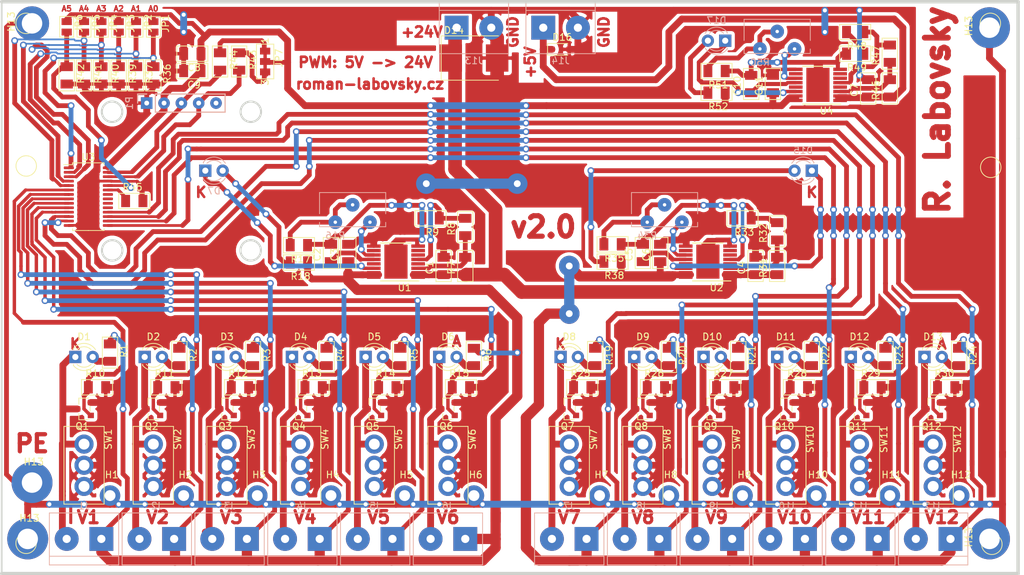
<source format=kicad_pcb>
(kicad_pcb (version 20171130) (host pcbnew "(5.1.6)-1")
  (layers (0 F.Cu signal) (31 B.Cu signal) (34 B.Paste user) (35 F.Paste user) (36 B.SilkS user) (37 F.SilkS user hide) (38 B.Mask user) (39 F.Mask user hide) (44 Edge.Cuts user))
  (net 0 "")
  (net 1 +24V)
  (net 2 GND)
  (net 3 "Net-(C2-Pad2)")
  (net 4 "Net-(C2-Pad1)")
  (net 5 "Net-(C5-Pad2)")
  (net 6 "Net-(C5-Pad1)")
  (net 7 "Net-(D1-Pad2)")
  (net 8 "Net-(D2-Pad2)")
  (net 9 "Net-(D3-Pad2)")
  (net 10 "Net-(D4-Pad2)")
  (net 11 "Net-(D5-Pad2)")
  (net 12 "Net-(D6-Pad2)")
  (net 13 "Net-(D7-Pad2)")
  (net 14 "Net-(D7-Pad1)")
  (net 15 "Net-(D8-Pad2)")
  (net 16 "Net-(D9-Pad2)")
  (net 17 "Net-(D10-Pad2)")
  (net 18 "Net-(D11-Pad2)")
  (net 19 "Net-(D12-Pad2)")
  (net 20 "Net-(D13-Pad2)")
  (net 21 "Net-(R16-Pad2)")
  (net 22 "Net-(R16-Pad1)")
  (net 23 "Net-(R31-Pad2)")
  (net 24 "Net-(R32-Pad2)")
  (net 25 "Net-(R34-Pad2)")
  (net 26 "Net-(R34-Pad1)")
  (net 27 +5V)
  (net 28 /a0)
  (net 29 /a1)
  (net 30 /a2)
  (net 31 /a3)
  (net 32 /a4)
  (net 33 /a5)
  (net 34 "Net-(JP7-Pad1)")
  (net 35 /sda)
  (net 36 /scl)
  (net 37 /led0)
  (net 38 /led1)
  (net 39 /led2)
  (net 40 /led3)
  (net 41 /led4)
  (net 42 /led5)
  (net 43 /led6)
  (net 44 /led7)
  (net 45 /led8)
  (net 46 /led9)
  (net 47 /led10)
  (net 48 "Net-(JP7-Pad3)")
  (net 49 /led11)
  (net 50 "Net-(R45-Pad1)")
  (net 51 /vdd)
  (net 52 "Net-(C10-Pad2)")
  (net 53 "Net-(C10-Pad1)")
  (net 54 "Net-(D15-Pad2)")
  (net 55 "Net-(D15-Pad1)")
  (net 56 "Net-(D17-Pad2)")
  (net 57 "Net-(D17-Pad1)")
  (net 58 "Net-(R7-Pad2)")
  (net 59 "Net-(R8-Pad2)")
  (net 60 "Net-(R46-Pad2)")
  (net 61 "Net-(R47-Pad2)")
  (net 62 "Net-(R48-Pad2)")
  (net 63 "Net-(R50-Pad2)")
  (net 64 "Net-(R50-Pad1)")
  (net 65 Earth_Protective)
  (net 66 +24V_A)
  (net 67 +24V_B)
  (net 68 "Net-(P1-Pad5)")
  (net 69 "Net-(U1-Pad6)")
  (net 70 "Net-(U1-Pad4)")
  (net 71 "Net-(U1-Pad7)")
  (net 72 "Net-(U1-Pad10)")
  (net 73 "Net-(U1-Pad13)")
  (net 74 "Net-(U2-Pad6)")
  (net 75 "Net-(U2-Pad4)")
  (net 76 "Net-(U2-Pad7)")
  (net 77 "Net-(U2-Pad10)")
  (net 78 "Net-(U2-Pad13)")
  (net 79 /led12)
  (net 80 /led13)
  (net 81 /led14)
  (net 82 /led15)
  (net 83 "Net-(U4-Pad6)")
  (net 84 "Net-(U4-Pad4)")
  (net 85 "Net-(U4-Pad7)")
  (net 86 "Net-(U4-Pad10)")
  (net 87 "Net-(U4-Pad13)")
  (net 88 "Net-(U2-Pad8)")
  (net 89 "Net-(D1-Pad1)")
  (net 90 "Net-(D2-Pad1)")
  (net 91 "Net-(D3-Pad1)")
  (net 92 "Net-(D4-Pad1)")
  (net 93 "Net-(D5-Pad1)")
  (net 94 "Net-(D6-Pad1)")
  (net 95 "Net-(D8-Pad1)")
  (net 96 "Net-(D9-Pad1)")
  (net 97 "Net-(D10-Pad1)")
  (net 98 "Net-(D11-Pad1)")
  (net 99 "Net-(D12-Pad1)")
  (net 100 "Net-(D13-Pad1)")
  (module leds_tht_rl:led_d3.0mm_rl (layer F.Cu) (at 159.385 71.12)
    (fp_text reference D3 (at 1.27 -2.96) (layer F.SilkS))
    (fp_text value "LTL-42NGY8D ")
    (pad 2 thru_hole circle (at 2.54 0) (size 1.8 1.8) (drill 0.9) (layers *.Cu *.Mask) (net 9 "Net-(D3-Pad2)"))
    (pad 1 thru_hole rect (at 0 0) (size 1.8 1.8) (drill 0.9) (layers *.Cu *.Mask) (net 91 "Net-(D3-Pad1)"))
  )
  (module mounting_hole_rl:mountig_hole_3mm_1,6mm_pad (layer F.Cu) (at 131.445 97.79)
    (fp_text reference H13 (at 0.254 -3.048) (layer F.SilkS))
    (fp_text value MountingHole_Pad)
    (pad 1 thru_hole circle (at 0 0) (size 6 6) (drill 3) (layers *.Cu *.Mask) (net 65 Earth_Protective))
  )
  (module mounting_hole_rl:mountig_hole_3mm_1,6mm_pad (layer F.Cu) (at 132.08 22.225 90)
    (fp_text reference H13 (at 0.254 -3.048 90) (layer F.SilkS))
    (fp_text value MountingHole_Pad)
    (pad 1 thru_hole circle (at 0 0 90) (size 5 5) (drill 3) (layers *.Cu *.Mask) (net 65 Earth_Protective))
  )
  (module mounting_hole_rl:mountig_hole_3mm_1,6mm_pad (layer F.Cu) (at 272.415 22.86 90)
    (fp_text reference H13 (at 0.254 -3.048 90) (layer F.SilkS))
    (fp_text value MountingHole_Pad)
    (pad 1 thru_hole circle (at 0 0 90) (size 6 6) (drill 3) (layers *.Cu *.Mask) (net 65 Earth_Protective))
  )
  (module mounting_hole_rl:mountig_hole_3mm_1,6mm_pad (layer F.Cu) (at 272.415 97.79 90)
    (fp_text reference H13 (at 0.254 -3.048 90) (layer F.SilkS))
    (fp_text value MountingHole_Pad)
    (pad 1 thru_hole circle (at 0 0 90) (size 6 6) (drill 3) (layers *.Cu *.Mask) (net 65 Earth_Protective))
  )
  (module connector_rl:1x5_pin_header (layer B.Cu) (at 153.968792 33.909 270)
    (fp_text reference P1 (at 0 7.62 270) (layer B.SilkS) (effects (font (thickness 0.17)) (justify mirror)))
    (fp_text value 1x5_pin_header)
    (pad 1 thru_hole rect (at 0 5.08 270) (size 1.7 1.7) (drill 0.7) (layers *.Cu *.Mask) (net 2 GND))
    (pad 3 thru_hole oval (at 0 0 270) (size 1.7 1.7) (drill 0.7) (layers *.Cu *.Mask) (net 35 /sda))
    (pad 4 thru_hole oval (at 0 -2.54 270) (size 1.7 1.7) (drill 0.7) (layers *.Cu *.Mask) (net 36 /scl))
    (pad 5 thru_hole oval (at 0 -5.08 270) (size 1.7 1.7) (drill 0.7) (layers *.Cu *.Mask) (net 68 "Net-(P1-Pad5)"))
    (pad 2 thru_hole oval (at 0 2.54 270) (size 1.7 1.7) (drill 0.7) (layers *.Cu *.Mask) (net 51 /vdd))
  )
  (module solder_jumpers_rl:solder_jumper_2_open_rect_1x1,5mm (layer F.Cu) (at 139.7 22.733 270)
    (fp_text reference JP5 (at -0.508 -1.778 90) (layer F.SilkS))
    (fp_text value solder_jumper_2_open)
    (pad 1 smd rect (at -0.762 0 270) (size 1 1.5) (layers F.Cu F.Mask) (net 51 /vdd))
    (pad 2 smd rect (at 0.762 0 270) (size 1 1.5) (layers F.Cu F.Mask) (net 32 /a4))
  )
  (module solder_jumpers_rl:solder_jumper_2_open_rect_1x1,5mm (layer F.Cu) (at 144.78 22.733 270)
    (fp_text reference JP3 (at -0.508 -1.778 90) (layer F.SilkS))
    (fp_text value solder_jumper_2_open)
    (pad 1 smd rect (at -0.762 0 270) (size 1 1.5) (layers F.Cu F.Mask) (net 51 /vdd))
    (pad 2 smd rect (at 0.762 0 270) (size 1 1.5) (layers F.Cu F.Mask) (net 30 /a2))
  )
  (module solder_jumpers_rl:solder_jumper_2_open_rect_1x1,5mm (layer F.Cu) (at 147.32 22.733 270)
    (fp_text reference JP2 (at -0.508 -1.778 90) (layer F.SilkS))
    (fp_text value solder_jumper_2_open)
    (pad 1 smd rect (at -0.762 0 270) (size 1 1.5) (layers F.Cu F.Mask) (net 51 /vdd))
    (pad 2 smd rect (at 0.762 0 270) (size 1 1.5) (layers F.Cu F.Mask) (net 29 /a1))
  )
  (module solder_jumpers_rl:solder_jumper_2_open_rect_1x1,5mm (layer F.Cu) (at 137.16 22.733 270)
    (fp_text reference JP6 (at -0.508 -1.778 90) (layer F.SilkS))
    (fp_text value solder_jumper_2_open)
    (pad 1 smd rect (at -0.762 0 270) (size 1 1.5) (layers F.Cu F.Mask) (net 51 /vdd))
    (pad 2 smd rect (at 0.762 0 270) (size 1 1.5) (layers F.Cu F.Mask) (net 33 /a5))
  )
  (module solder_jumpers_rl:solder_jumper_2_open_rect_1x1,5mm (layer F.Cu) (at 142.24 22.733 270)
    (fp_text reference JP4 (at -0.508 -1.778 90) (layer F.SilkS))
    (fp_text value solder_jumper_2_open)
    (pad 1 smd rect (at -0.762 0 270) (size 1 1.5) (layers F.Cu F.Mask) (net 51 /vdd))
    (pad 2 smd rect (at 0.762 0 270) (size 1 1.5) (layers F.Cu F.Mask) (net 31 /a3))
  )
  (module solder_jumpers_rl:solder_jumper_2_open_rect_1x1,5mm (layer F.Cu) (at 149.86 22.733 270)
    (fp_text reference JP1 (at -0.508 -1.778 90) (layer F.SilkS))
    (fp_text value solder_jumper_2_open)
    (pad 1 smd rect (at -0.762 0 270) (size 1 1.5) (layers F.Cu F.Mask) (net 51 /vdd))
    (pad 2 smd rect (at 0.762 0 270) (size 1 1.5) (layers F.Cu F.Mask) (net 28 /a0))
  )
  (module leds_tht_rl:led_d3.0mm_rl (layer B.Cu) (at 233.68 24.765 180)
    (fp_text reference D17 (at 1.27 2.96) (layer B.SilkS) (effects (justify mirror)))
    (fp_text value LTL-42NEW8D)
    (pad 2 thru_hole circle (at 2.54 0 180) (size 1.8 1.8) (drill 0.9) (layers *.Cu *.Mask) (net 56 "Net-(D17-Pad2)"))
    (pad 1 thru_hole rect (at 0 0 180) (size 1.8 1.8) (drill 0.9) (layers *.Cu *.Mask) (net 57 "Net-(D17-Pad1)"))
  )
  (module resistors_smd_rl:r_1206_rl (layer F.Cu) (at 232.41 32.385 180)
    (fp_text reference R52 (at -0.254 -2.032) (layer F.SilkS))
    (fp_text value 604)
    (pad 2 smd trapezoid (at 1.27 0 180) (size 1.3 1.8) (layers F.Cu F.Paste F.Mask) (net 56 "Net-(D17-Pad2)"))
    (pad 1 smd trapezoid (at -1.27 0 180) (size 1.3 1.8) (layers F.Cu F.Paste F.Mask) (net 51 /vdd))
  )
  (module trimers_tht_rl:trimer_t93yb_rl (layer B.Cu) (at 241.3 24.13)
    (fp_text reference R50 (at -2.54 3.81) (layer B.SilkS) (effects (justify mirror)))
    (fp_text value 200K)
    (pad 2 thru_hole circle (at 0 -0.7112) (size 2 2) (drill 0.5) (layers *.Cu *.Mask) (net 63 "Net-(R50-Pad2)"))
    (pad 1 thru_hole circle (at 2.54 1.8415) (size 2 2) (drill 0.5) (layers *.Cu *.Mask) (net 64 "Net-(R50-Pad1)"))
    (pad 3 thru_hole circle (at -2.54 1.8415) (size 2 2) (drill 0.5) (layers *.Cu *.Mask) (net 63 "Net-(R50-Pad2)"))
  )
  (module solder_jumpers_rl:solder_jumper_3_bridge_rect_1x1,5mm (layer F.Cu) (at 166.243 27.813 270)
    (fp_text reference JP7 (at -0.508 -2.032 90) (layer F.SilkS))
    (fp_text value SolderJumper_3_Bridged123)
    (fp_line (start -1.524 0) (end -0.254 0) (layer F.Cu) (width 0.5))
    (fp_line (start -0.254 0) (end 1.524 0) (layer F.Cu) (width 0.5))
    (fp_text user 3 (at 3.048 0 90) (layer F.SilkS))
    (fp_text user 1 (at -3.048 0 90) (layer F.SilkS))
    (pad 3 smd rect (at 1.524 0 270) (size 1 1.5) (layers F.Cu F.Mask) (net 48 "Net-(JP7-Pad3)"))
    (pad 1 smd rect (at -1.524 0 270) (size 1 1.5) (layers F.Cu F.Mask) (net 34 "Net-(JP7-Pad1)"))
    (pad 2 smd rect (at 0 0 270) (size 1 1.5) (layers F.Cu F.Mask) (net 51 /vdd))
  )
  (module resistors_smd_rl:r_1206_rl (layer F.Cu) (at 147.066 48.26)
    (fp_text reference R45 (at -0.254 -2.032) (layer F.SilkS))
    (fp_text value 10k)
    (pad 2 smd trapezoid (at 1.27 0) (size 1.3 1.8) (layers F.Cu F.Paste F.Mask) (net 2 GND))
    (pad 1 smd trapezoid (at -1.27 0) (size 1.3 1.8) (layers F.Cu F.Paste F.Mask) (net 50 "Net-(R45-Pad1)"))
  )
  (module capacitors_smd_rl:c_1206_rl (layer F.Cu) (at 254.635 31.75 90)
    (fp_text reference C7 (at -0.254 -2.032 90) (layer F.SilkS))
    (fp_text value 1u)
    (pad 2 smd rect (at 1.27 0 90) (size 1.3 1.8) (layers F.Cu F.Paste F.Mask) (net 2 GND))
    (pad 1 smd rect (at -1.27 0 90) (size 1.3 1.8) (layers F.Cu F.Paste F.Mask) (net 27 +5V))
  )
  (module capacitors_smd_rl:c_1206_rl (layer F.Cu) (at 237.49 31.115 90)
    (fp_text reference C10 (at -0.254 -2.032 90) (layer F.SilkS))
    (fp_text value 1,2n)
    (pad 2 smd rect (at 1.27 0 90) (size 1.3 1.8) (layers F.Cu F.Paste F.Mask) (net 52 "Net-(C10-Pad2)"))
    (pad 1 smd rect (at -1.27 0 90) (size 1.3 1.8) (layers F.Cu F.Paste F.Mask) (net 53 "Net-(C10-Pad1)"))
  )
  (module resistors_smd_rl:r_1206_rl (layer F.Cu) (at 159.639 27.813 270)
    (fp_text reference R44 (at -0.254 -2.032 90) (layer F.SilkS))
    (fp_text value 4k7)
    (pad 2 smd trapezoid (at 1.27 0 270) (size 1.3 1.8) (layers F.Cu F.Paste F.Mask) (net 35 /sda))
    (pad 1 smd trapezoid (at -1.27 0 270) (size 1.3 1.8) (layers F.Cu F.Paste F.Mask) (net 34 "Net-(JP7-Pad1)"))
  )
  (module resistors_smd_rl:r_1206_rl (layer F.Cu) (at 137.16 29.845 270)
    (fp_text reference R42 (at -0.254 -2.032 90) (layer F.SilkS))
    (fp_text value 10k)
    (pad 2 smd trapezoid (at 1.27 0 270) (size 1.3 1.8) (layers F.Cu F.Paste F.Mask) (net 2 GND))
    (pad 1 smd trapezoid (at -1.27 0 270) (size 1.3 1.8) (layers F.Cu F.Paste F.Mask) (net 33 /a5))
  )
  (module resistors_smd_rl:r_1206_rl (layer F.Cu) (at 162.433 27.813 270)
    (fp_text reference R43 (at -0.254 -2.032 90) (layer F.SilkS))
    (fp_text value 4k7)
    (pad 2 smd trapezoid (at 1.27 0 270) (size 1.3 1.8) (layers F.Cu F.Paste F.Mask) (net 36 /scl))
    (pad 1 smd trapezoid (at -1.27 0 270) (size 1.3 1.8) (layers F.Cu F.Paste F.Mask) (net 48 "Net-(JP7-Pad3)"))
  )
  (module diodes_smd_rl:sod_323_rl (layer F.Cu) (at 209.55 26.035)
    (fp_text reference D16 (at 0.254 -1.778) (layer F.SilkS))
    (fp_text value UCLAMP0501H.TCT)
    (pad 1 smd rect (at -1.27 0) (size 0.8 0.8) (layers F.Cu F.Paste F.Mask) (net 27 +5V))
    (pad 2 smd rect (at 1.27 0) (size 0.8 0.8) (layers F.Cu F.Paste F.Mask) (net 2 GND))
  )
  (module resistors_smd_rl:r_1206_rl (layer F.Cu) (at 139.7 29.845 270)
    (fp_text reference R41 (at -0.254 -2.032 90) (layer F.SilkS))
    (fp_text value 10k)
    (pad 2 smd trapezoid (at 1.27 0 270) (size 1.3 1.8) (layers F.Cu F.Paste F.Mask) (net 2 GND))
    (pad 1 smd trapezoid (at -1.27 0 270) (size 1.3 1.8) (layers F.Cu F.Paste F.Mask) (net 32 /a4))
  )
  (module capacitors_smd_rl:c_1206_rl (layer F.Cu) (at 240.665 31.115 90)
    (fp_text reference C11 (at -0.254 -2.032 90) (layer F.SilkS))
    (fp_text value 1u)
    (pad 2 smd rect (at 1.27 0 90) (size 1.3 1.8) (layers F.Cu F.Paste F.Mask) (net 2 GND))
    (pad 1 smd rect (at -1.27 0 90) (size 1.3 1.8) (layers F.Cu F.Paste F.Mask) (net 51 /vdd))
  )
  (module terminal_blocks_th_rl:xy301v_a_5_2p_rl (layer B.Cu) (at 196.85 22.86)
    (fp_text reference J13 (at 0 4.826) (layer B.SilkS) (effects (justify mirror)))
    (fp_text value 1x2_screw_term_block)
    (pad 2 thru_hole circle (at 2.54 0) (size 3.5 3.5) (drill 1.2) (layers *.Cu *.Mask) (net 2 GND))
    (pad 1 thru_hole rect (at -2.54 0) (size 3.5 3.5) (drill 1.2) (layers *.Cu *.Mask) (net 1 +24V))
  )
  (module resistors_smd_rl:r_1206_rl (layer F.Cu) (at 232.41 29.21 180)
    (fp_text reference R51 (at -0.254 -2.032) (layer F.SilkS))
    (fp_text value 5K36)
    (pad 2 smd trapezoid (at 1.27 0 180) (size 1.3 1.8) (layers F.Cu F.Paste F.Mask) (net 63 "Net-(R50-Pad2)"))
    (pad 1 smd trapezoid (at -1.27 0 180) (size 1.3 1.8) (layers F.Cu F.Paste F.Mask) (net 52 "Net-(C10-Pad2)"))
  )
  (module packages_htssop_rl:htssop_16_6,6mm×5,1mm (layer F.Cu) (at 247.269 31.242 180)
    (fp_text reference U4 (at -1.27 -3.81) (layer F.SilkS))
    (fp_text value TPS26600)
    (pad 11 smd rect (at 3.25 0.975 180) (size 2 0.5) (layers F.Cu F.Paste F.Mask) (net 64 "Net-(R50-Pad1)"))
    (pad e8 smd rect (at -3.25 2.275 180) (size 2 0.5) (layers F.Cu F.Paste F.Mask))
    (pad 15 smd rect (at 3.25 -1.625 180) (size 2 0.5) (layers F.Cu F.Paste F.Mask) (net 51 /vdd))
    (pad 17 smd rect (at 0 0 180) (size 3.4 5) (layers F.Cu F.Mask))
    (pad 3 smd rect (at -3.25 -0.975 180) (size 2 0.5) (layers F.Cu F.Paste F.Mask) (net 60 "Net-(R46-Pad2)"))
    (pad 6 smd rect (at -3.25 0.975 180) (size 2 0.5) (layers F.Cu F.Paste F.Mask) (net 83 "Net-(U4-Pad6)"))
    (pad 12 smd rect (at 3.25 0.325 180) (size 2 0.5) (layers F.Cu F.Paste F.Mask) (net 53 "Net-(C10-Pad1)"))
    (pad 1 smd rect (at -3.25 -2.275 180) (size 2 0.5) (layers F.Cu F.Paste F.Mask) (net 27 +5V))
    (pad 4 smd rect (at -3.25 -0.325 180) (size 2 0.5) (layers F.Cu F.Paste F.Mask) (net 84 "Net-(U4-Pad4)"))
    (pad 5 smd rect (at -3.25 0.325 180) (size 2 0.5) (layers F.Cu F.Paste F.Mask) (net 61 "Net-(R47-Pad2)"))
    (pad 7 smd rect (at -3.25 1.625 180) (size 2 0.5) (layers F.Cu F.Paste F.Mask) (net 85 "Net-(U4-Pad7)"))
    (pad 2 smd rect (at -3.25 -1.625 180) (size 2 0.5) (layers F.Cu F.Paste F.Mask) (net 27 +5V))
    (pad 9 smd rect (at 3.25 2.275 180) (size 2 0.5) (layers F.Cu F.Paste F.Mask) (net 2 GND))
    (pad 10 smd rect (at 3.25 1.625 180) (size 2 0.5) (layers F.Cu F.Paste F.Mask) (net 86 "Net-(U4-Pad10)"))
    (pad 13 smd rect (at 3.25 -0.325 180) (size 2 0.5) (layers F.Cu F.Paste F.Mask) (net 87 "Net-(U4-Pad13)"))
    (pad 14 smd rect (at 3.25 -0.975 180) (size 2 0.5) (layers F.Cu F.Paste F.Mask) (net 57 "Net-(D17-Pad1)"))
    (pad 16 smd rect (at 3.25 -2.275 180) (size 2 0.5) (layers F.Cu F.Paste F.Mask) (net 51 /vdd))
  )
  (module resistors_smd_rl:r_1206_rl (layer F.Cu) (at 252.73 26.67 180)
    (fp_text reference R49 (at -0.254 -2.032) (layer F.SilkS))
    (fp_text value 200)
    (pad 2 smd trapezoid (at 1.27 0 180) (size 1.3 1.8) (layers F.Cu F.Paste F.Mask) (net 52 "Net-(C10-Pad2)"))
    (pad 1 smd trapezoid (at -1.27 0 180) (size 1.3 1.8) (layers F.Cu F.Paste F.Mask) (net 62 "Net-(R48-Pad2)"))
  )
  (module resistors_smd_rl:r_1206_rl (layer F.Cu) (at 252.73 23.495 180)
    (fp_text reference R48 (at -0.254 -2.032) (layer F.SilkS))
    (fp_text value 30K)
    (pad 2 smd trapezoid (at 1.27 0 180) (size 1.3 1.8) (layers F.Cu F.Paste F.Mask) (net 62 "Net-(R48-Pad2)"))
    (pad 1 smd trapezoid (at -1.27 0 180) (size 1.3 1.8) (layers F.Cu F.Paste F.Mask) (net 61 "Net-(R47-Pad2)"))
  )
  (module resistors_smd_rl:r_1206_rl (layer F.Cu) (at 257.81 31.75 90)
    (fp_text reference R46 (at -0.254 -2.032 90) (layer F.SilkS))
    (fp_text value 100K)
    (pad 2 smd trapezoid (at 1.27 0 90) (size 1.3 1.8) (layers F.Cu F.Paste F.Mask) (net 60 "Net-(R46-Pad2)"))
    (pad 1 smd trapezoid (at -1.27 0 90) (size 1.3 1.8) (layers F.Cu F.Paste F.Mask) (net 27 +5V))
  )
  (module diodes_smd_rl:smc_do-214ab_rl (layer F.Cu) (at 196.85 27.305)
    (fp_text reference D14 (at -2.921 -4.064) (layer F.SilkS))
    (fp_text value SMCJ24A)
    (pad 1 smd rect (at -3.4 0 90) (size 4 3.3) (layers F.Cu F.Paste F.Mask) (net 1 +24V))
    (pad 2 smd rect (at 3.4 0 90) (size 4 3.3) (layers F.Cu F.Paste F.Mask) (net 2 GND))
  )
  (module resistors_smd_rl:r_1206_rl (layer F.Cu) (at 257.81 26.67 90)
    (fp_text reference R47 (at -0.254 -2.032 90) (layer F.SilkS))
    (fp_text value 3K16)
    (pad 2 smd trapezoid (at 1.27 0 90) (size 1.3 1.8) (layers F.Cu F.Paste F.Mask) (net 61 "Net-(R47-Pad2)"))
    (pad 1 smd trapezoid (at -1.27 0 90) (size 1.3 1.8) (layers F.Cu F.Paste F.Mask) (net 60 "Net-(R46-Pad2)"))
  )
  (module resistors_smd_rl:r_1206_rl (layer F.Cu) (at 142.24 29.845 270)
    (fp_text reference R40 (at -0.254 -2.032 90) (layer F.SilkS))
    (fp_text value 10k)
    (pad 2 smd trapezoid (at 1.27 0 270) (size 1.3 1.8) (layers F.Cu F.Paste F.Mask) (net 2 GND))
    (pad 1 smd trapezoid (at -1.27 0 270) (size 1.3 1.8) (layers F.Cu F.Paste F.Mask) (net 31 /a3))
  )
  (module capacitors_smd_rl:c_1206_rl (layer F.Cu) (at 155.575 26.67 180)
    (fp_text reference C8 (at -0.254 -2.032) (layer F.SilkS))
    (fp_text value 10u)
    (pad 2 smd rect (at 1.27 0 180) (size 1.3 1.8) (layers F.Cu F.Paste F.Mask) (net 2 GND))
    (pad 1 smd rect (at -1.27 0 180) (size 1.3 1.8) (layers F.Cu F.Paste F.Mask) (net 51 /vdd))
  )
  (module resistors_smd_rl:r_1206_rl (layer F.Cu) (at 144.78 29.845 270)
    (fp_text reference R39 (at -0.254 -2.032 90) (layer F.SilkS))
    (fp_text value 10k)
    (pad 2 smd trapezoid (at 1.27 0 270) (size 1.3 1.8) (layers F.Cu F.Paste F.Mask) (net 2 GND))
    (pad 1 smd trapezoid (at -1.27 0 270) (size 1.3 1.8) (layers F.Cu F.Paste F.Mask) (net 30 /a2))
  )
  (module terminal_blocks_th_rl:xy301v_a_5_2p_rl (layer B.Cu) (at 209.55 22.86)
    (fp_text reference J14 (at 0 4.826) (layer B.SilkS) (effects (justify mirror)))
    (fp_text value 1x2_screw_term_block)
    (pad 2 thru_hole circle (at 2.54 0) (size 3.5 3.5) (drill 1.2) (layers *.Cu *.Mask) (net 2 GND))
    (pad 1 thru_hole rect (at -2.54 0) (size 3.5 3.5) (drill 1.2) (layers *.Cu *.Mask) (net 27 +5V))
  )
  (module capacitors_smd_rl:c_1206_rl (layer F.Cu) (at 155.575 29.21 180)
    (fp_text reference C9 (at -0.254 -2.032) (layer F.SilkS))
    (fp_text value 100n)
    (pad 2 smd rect (at 1.27 0 180) (size 1.3 1.8) (layers F.Cu F.Paste F.Mask) (net 2 GND))
    (pad 1 smd rect (at -1.27 0 180) (size 1.3 1.8) (layers F.Cu F.Paste F.Mask) (net 51 /vdd))
  )
  (module resistors_smd_rl:r_1206_rl (layer F.Cu) (at 147.32 29.845 270)
    (fp_text reference R37 (at -0.254 -1.905 90) (layer F.SilkS))
    (fp_text value 10k)
    (pad 2 smd trapezoid (at 1.27 0 270) (size 1.3 1.8) (layers F.Cu F.Paste F.Mask) (net 2 GND))
    (pad 1 smd trapezoid (at -1.27 0 270) (size 1.3 1.8) (layers F.Cu F.Paste F.Mask) (net 29 /a1))
  )
  (module resistors_smd_rl:r_1206_rl (layer F.Cu) (at 149.86 29.845 270)
    (fp_text reference R36 (at -0.254 -2.032 90) (layer F.SilkS))
    (fp_text value 10k)
    (pad 2 smd trapezoid (at 1.27 0 270) (size 1.3 1.8) (layers F.Cu F.Paste F.Mask) (net 2 GND))
    (pad 1 smd trapezoid (at -1.27 0 270) (size 1.3 1.8) (layers F.Cu F.Paste F.Mask) (net 28 /a0))
  )
  (module mounting_hole_rl:mountig_hole_3mm_1,6mm_pad (layer F.Cu) (at 132.08 89.535)
    (fp_text reference H13 (at 0.254 -3.048) (layer F.SilkS))
    (fp_text value MountingHole_Pad)
    (pad 1 thru_hole circle (at 0 0) (size 6 6) (drill 3) (layers *.Cu *.Mask) (net 65 Earth_Protective))
  )
  (module mounting_hole_rl:mountig_hole_3mm_1,6mm_pad (layer F.Cu) (at 257.81 91.44)
    (fp_text reference H11 (at 0.254 -3.048) (layer F.SilkS))
    (fp_text value MountingHole_Pad)
    (pad 1 thru_hole circle (at 0 0) (size 3 3) (drill 1.6) (layers *.Cu *.Mask) (net 65 Earth_Protective))
  )
  (module mounting_hole_rl:mountig_hole_3mm_1,6mm_pad (layer F.Cu) (at 247.015 91.44)
    (fp_text reference H10 (at 0.254 -3.048) (layer F.SilkS))
    (fp_text value MountingHole_Pad)
    (pad 1 thru_hole circle (at 0 0) (size 3 3) (drill 1.6) (layers *.Cu *.Mask) (net 65 Earth_Protective))
  )
  (module mounting_hole_rl:mountig_hole_3mm_1,6mm_pad (layer F.Cu) (at 236.22 91.44)
    (fp_text reference H9 (at 0.254 -3.048) (layer F.SilkS))
    (fp_text value MountingHole_Pad)
    (pad 1 thru_hole circle (at 0 0) (size 3 3) (drill 1.6) (layers *.Cu *.Mask) (net 65 Earth_Protective))
  )
  (module mounting_hole_rl:mountig_hole_3mm_1,6mm_pad (layer F.Cu) (at 225.425 91.44)
    (fp_text reference H8 (at 0.254 -3.048) (layer F.SilkS))
    (fp_text value MountingHole_Pad)
    (pad 1 thru_hole circle (at 0 0) (size 3 3) (drill 1.6) (layers *.Cu *.Mask) (net 65 Earth_Protective))
  )
  (module mounting_hole_rl:mountig_hole_3mm_1,6mm_pad (layer F.Cu) (at 215.265 91.44)
    (fp_text reference H7 (at 0.254 -3.048) (layer F.SilkS))
    (fp_text value MountingHole_Pad)
    (pad 1 thru_hole circle (at 0 0) (size 3 3) (drill 1.6) (layers *.Cu *.Mask) (net 65 Earth_Protective))
  )
  (module mounting_hole_rl:mountig_hole_3mm_1,6mm_pad (layer F.Cu) (at 267.97 91.44)
    (fp_text reference H12 (at 0.254 -3.048) (layer F.SilkS))
    (fp_text value MountingHole_Pad)
    (pad 1 thru_hole circle (at 0 0) (size 3 3) (drill 1.6) (layers *.Cu *.Mask) (net 65 Earth_Protective))
  )
  (module mounting_hole_rl:mountig_hole_3mm_1,6mm_pad (layer F.Cu) (at 196.85 91.44)
    (fp_text reference H6 (at 0.254 -3.048) (layer F.SilkS))
    (fp_text value MountingHole_Pad)
    (pad 1 thru_hole circle (at 0 0) (size 3 3) (drill 1.6) (layers *.Cu *.Mask) (net 65 Earth_Protective))
  )
  (module mounting_hole_rl:mountig_hole_3mm_1,6mm_pad (layer F.Cu) (at 186.69 91.44)
    (fp_text reference H5 (at 0.254 -3.048) (layer F.SilkS))
    (fp_text value MountingHole_Pad)
    (pad 1 thru_hole circle (at 0 0) (size 3 3) (drill 1.6) (layers *.Cu *.Mask) (net 65 Earth_Protective))
  )
  (module mounting_hole_rl:mountig_hole_3mm_1,6mm_pad (layer F.Cu) (at 175.895 91.44)
    (fp_text reference H4 (at 0.254 -3.048) (layer F.SilkS))
    (fp_text value MountingHole_Pad)
    (pad 1 thru_hole circle (at 0 0) (size 3 3) (drill 1.6) (layers *.Cu *.Mask) (net 65 Earth_Protective))
  )
  (module mounting_hole_rl:mountig_hole_3mm_1,6mm_pad (layer F.Cu) (at 165.1 91.44)
    (fp_text reference H3 (at 0.254 -3.048) (layer F.SilkS))
    (fp_text value MountingHole_Pad)
    (pad 1 thru_hole circle (at 0 0) (size 3 3) (drill 1.6) (layers *.Cu *.Mask) (net 65 Earth_Protective))
  )
  (module mounting_hole_rl:mountig_hole_3mm_1,6mm_pad (layer F.Cu) (at 154.305 91.44)
    (fp_text reference H2 (at 0.254 -3.048) (layer F.SilkS))
    (fp_text value MountingHole_Pad)
    (pad 1 thru_hole circle (at 0 0) (size 3 3) (drill 1.6) (layers *.Cu *.Mask) (net 65 Earth_Protective))
  )
  (module mounting_hole_rl:mountig_hole_3mm_1,6mm_pad (layer F.Cu) (at 143.51 91.44)
    (fp_text reference H1 (at 0.254 -3.048) (layer F.SilkS))
    (fp_text value MountingHole_Pad)
    (pad 1 thru_hole circle (at 0 0) (size 3 3) (drill 1.6) (layers *.Cu *.Mask) (net 65 Earth_Protective))
  )
  (module resistors_smd_rl:r_1206_rl (layer F.Cu) (at 171.196 57.277 180)
    (fp_text reference R18 (at -0.254 -2.032) (layer F.SilkS))
    (fp_text value 4K3)
    (pad 2 smd trapezoid (at 1.27 0 180) (size 1.3 1.8) (layers F.Cu F.Paste F.Mask) (net 13 "Net-(D7-Pad2)"))
    (pad 1 smd trapezoid (at -1.27 0 180) (size 1.3 1.8) (layers F.Cu F.Paste F.Mask) (net 66 +24V_A))
  )
  (module trimers_tht_rl:trimer_t93yb_rl (layer B.Cu) (at 179.07 49.53)
    (fp_text reference R16 (at -2.54 3.81) (layer B.SilkS) (effects (justify mirror)))
    (fp_text value 200K)
    (pad 2 thru_hole circle (at 0 -0.7112) (size 2 2) (drill 0.5) (layers *.Cu *.Mask) (net 21 "Net-(R16-Pad2)"))
    (pad 1 thru_hole circle (at 2.54 1.8415) (size 2 2) (drill 0.5) (layers *.Cu *.Mask) (net 22 "Net-(R16-Pad1)"))
    (pad 3 thru_hole circle (at -2.54 1.8415) (size 2 2) (drill 0.5) (layers *.Cu *.Mask) (net 21 "Net-(R16-Pad2)"))
  )
  (module resistors_smd_rl:r_1206_rl (layer F.Cu) (at 195.58 52.07 90)
    (fp_text reference R8 (at -0.254 -2.032 90) (layer F.SilkS))
    (fp_text value 39k)
    (pad 2 smd trapezoid (at 1.27 0 90) (size 1.3 1.8) (layers F.Cu F.Paste F.Mask) (net 59 "Net-(R8-Pad2)"))
    (pad 1 smd trapezoid (at -1.27 0 90) (size 1.3 1.8) (layers F.Cu F.Paste F.Mask) (net 58 "Net-(R7-Pad2)"))
  )
  (module resistors_smd_rl:r_1206_rl (layer F.Cu) (at 195.58 57.785 90)
    (fp_text reference R7 (at -0.254 -2.032 90) (layer F.SilkS))
    (fp_text value 470K)
    (pad 2 smd trapezoid (at 1.27 0 90) (size 1.3 1.8) (layers F.Cu F.Paste F.Mask) (net 58 "Net-(R7-Pad2)"))
    (pad 1 smd trapezoid (at -1.27 0 90) (size 1.3 1.8) (layers F.Cu F.Paste F.Mask) (net 1 +24V))
  )
  (module Package_SO:TSSOP-28_4.4x9.7mm_P0.65mm (layer F.Cu) (at 140.335 47.625)
    (fp_text reference U3 (at 0 -5.8) (layer F.SilkS))
    (fp_text value PCA9685PW)
    (pad 1 smd roundrect (at -2.8625 -4.225) (size 1.475 0.4) (layers F.Cu F.Paste F.Mask) (net 28 /a0))
    (pad 2 smd roundrect (at -2.8625 -3.575) (size 1.475 0.4) (layers F.Cu F.Paste F.Mask) (net 29 /a1))
    (pad 3 smd roundrect (at -2.8625 -2.925) (size 1.475 0.4) (layers F.Cu F.Paste F.Mask) (net 30 /a2))
    (pad 4 smd roundrect (at -2.8625 -2.275) (size 1.475 0.4) (layers F.Cu F.Paste F.Mask) (net 31 /a3))
    (pad 5 smd roundrect (at -2.8625 -1.625) (size 1.475 0.4) (layers F.Cu F.Paste F.Mask) (net 32 /a4))
    (pad 6 smd roundrect (at -2.8625 -0.975) (size 1.475 0.4) (layers F.Cu F.Paste F.Mask) (net 37 /led0))
    (pad 7 smd roundrect (at -2.8625 -0.325) (size 1.475 0.4) (layers F.Cu F.Paste F.Mask) (net 38 /led1))
    (pad 8 smd roundrect (at -2.8625 0.325) (size 1.475 0.4) (layers F.Cu F.Paste F.Mask) (net 39 /led2))
    (pad 9 smd roundrect (at -2.8625 0.975) (size 1.475 0.4) (layers F.Cu F.Paste F.Mask) (net 40 /led3))
    (pad 10 smd roundrect (at -2.8625 1.625) (size 1.475 0.4) (layers F.Cu F.Paste F.Mask) (net 41 /led4))
    (pad 11 smd roundrect (at -2.8625 2.275) (size 1.475 0.4) (layers F.Cu F.Paste F.Mask) (net 42 /led5))
    (pad 12 smd roundrect (at -2.8625 2.925) (size 1.475 0.4) (layers F.Cu F.Paste F.Mask) (net 43 /led6))
    (pad 13 smd roundrect (at -2.8625 3.575) (size 1.475 0.4) (layers F.Cu F.Paste F.Mask) (net 44 /led7))
    (pad 14 smd roundrect (at -2.8625 4.225) (size 1.475 0.4) (layers F.Cu F.Paste F.Mask) (net 2 GND))
    (pad 15 smd roundrect (at 2.8625 4.225) (size 1.475 0.4) (layers F.Cu F.Paste F.Mask) (net 45 /led8))
    (pad 16 smd roundrect (at 2.8625 3.575) (size 1.475 0.4) (layers F.Cu F.Paste F.Mask) (net 46 /led9))
    (pad 17 smd roundrect (at 2.8625 2.925) (size 1.475 0.4) (layers F.Cu F.Paste F.Mask) (net 47 /led10))
    (pad 18 smd roundrect (at 2.8625 2.275) (size 1.475 0.4) (layers F.Cu F.Paste F.Mask) (net 49 /led11))
    (pad 19 smd roundrect (at 2.8625 1.625) (size 1.475 0.4) (layers F.Cu F.Paste F.Mask) (net 79 /led12))
    (pad 20 smd roundrect (at 2.8625 0.975) (size 1.475 0.4) (layers F.Cu F.Paste F.Mask) (net 80 /led13))
    (pad 21 smd roundrect (at 2.8625 0.325) (size 1.475 0.4) (layers F.Cu F.Paste F.Mask) (net 81 /led14))
    (pad 22 smd roundrect (at 2.8625 -0.325) (size 1.475 0.4) (layers F.Cu F.Paste F.Mask) (net 82 /led15))
    (pad 23 smd roundrect (at 2.8625 -0.975) (size 1.475 0.4) (layers F.Cu F.Paste F.Mask) (net 50 "Net-(R45-Pad1)"))
    (pad 24 smd roundrect (at 2.8625 -1.625) (size 1.475 0.4) (layers F.Cu F.Paste F.Mask) (net 33 /a5))
    (pad 25 smd roundrect (at 2.8625 -2.275) (size 1.475 0.4) (layers F.Cu F.Paste F.Mask) (net 2 GND))
    (pad 26 smd roundrect (at 2.8625 -2.925) (size 1.475 0.4) (layers F.Cu F.Paste F.Mask) (net 36 /scl))
    (pad 27 smd roundrect (at 2.8625 -3.575) (size 1.475 0.4) (layers F.Cu F.Paste F.Mask) (net 35 /sda))
    (pad 28 smd roundrect (at 2.8625 -4.225) (size 1.475 0.4) (layers F.Cu F.Paste F.Mask) (net 51 /vdd))
  )
  (module switches_tht_rl:b144_rl (layer F.Cu) (at 264.16 86.995 270)
    (fp_text reference SW12 (at -3.81 -3.556 270) (layer F.SilkS))
    (fp_text value B144)
    (pad 3 thru_hole circle (at 3.1 0 90) (size 2.8 2.8) (drill 1.6) (layers *.Cu *.Mask) (net 2 GND))
    (pad 1 thru_hole circle (at -3.1 0 270) (size 2.8 2.8) (drill 1.6) (layers *.Cu *.Mask) (net 100 "Net-(D13-Pad1)"))
    (pad 2 thru_hole circle (at 0 0) (size 2.8 2.8) (drill 1.6) (layers *.Cu *.Mask) (net 2 GND))
  )
  (module switches_tht_rl:b144_rl (layer F.Cu) (at 253.365 86.995 270)
    (fp_text reference SW11 (at -3.81 -3.556 270) (layer F.SilkS))
    (fp_text value B144)
    (pad 3 thru_hole circle (at 3.1 0 90) (size 2.8 2.8) (drill 1.6) (layers *.Cu *.Mask) (net 2 GND))
    (pad 1 thru_hole circle (at -3.1 0 270) (size 2.8 2.8) (drill 1.6) (layers *.Cu *.Mask) (net 99 "Net-(D12-Pad1)"))
    (pad 2 thru_hole circle (at 0 0) (size 2.8 2.8) (drill 1.6) (layers *.Cu *.Mask) (net 2 GND))
  )
  (module switches_tht_rl:b144_rl (layer F.Cu) (at 242.57 86.995 270)
    (fp_text reference SW10 (at -3.81 -3.556 270) (layer F.SilkS))
    (fp_text value B144)
    (pad 3 thru_hole circle (at 3.1 0 90) (size 2.8 2.8) (drill 1.6) (layers *.Cu *.Mask) (net 2 GND))
    (pad 1 thru_hole circle (at -3.1 0 270) (size 2.8 2.8) (drill 1.6) (layers *.Cu *.Mask) (net 98 "Net-(D11-Pad1)"))
    (pad 2 thru_hole circle (at 0 0) (size 2.8 2.8) (drill 1.6) (layers *.Cu *.Mask) (net 2 GND))
  )
  (module switches_tht_rl:b144_rl (layer F.Cu) (at 231.775 86.995 270)
    (fp_text reference SW9 (at -3.81 -3.556 270) (layer F.SilkS))
    (fp_text value B144)
    (pad 3 thru_hole circle (at 3.1 0 90) (size 2.8 2.8) (drill 1.6) (layers *.Cu *.Mask) (net 2 GND))
    (pad 1 thru_hole circle (at -3.1 0 270) (size 2.8 2.8) (drill 1.6) (layers *.Cu *.Mask) (net 97 "Net-(D10-Pad1)"))
    (pad 2 thru_hole circle (at 0 0) (size 2.8 2.8) (drill 1.6) (layers *.Cu *.Mask) (net 2 GND))
  )
  (module switches_tht_rl:b144_rl (layer F.Cu) (at 221.615 86.995 270)
    (fp_text reference SW8 (at -3.81 -3.556 270) (layer F.SilkS))
    (fp_text value B144)
    (pad 3 thru_hole circle (at 3.1 0 90) (size 2.8 2.8) (drill 1.6) (layers *.Cu *.Mask) (net 2 GND))
    (pad 1 thru_hole circle (at -3.1 0 270) (size 2.8 2.8) (drill 1.6) (layers *.Cu *.Mask) (net 96 "Net-(D9-Pad1)"))
    (pad 2 thru_hole circle (at 0 0) (size 2.8 2.8) (drill 1.6) (layers *.Cu *.Mask) (net 2 GND))
  )
  (module switches_tht_rl:b144_rl (layer F.Cu) (at 210.82 86.995 270)
    (fp_text reference SW7 (at -3.81 -3.556 270) (layer F.SilkS))
    (fp_text value B144)
    (pad 3 thru_hole circle (at 3.1 0 90) (size 2.8 2.8) (drill 1.6) (layers *.Cu *.Mask) (net 2 GND))
    (pad 1 thru_hole circle (at -3.1 0 270) (size 2.8 2.8) (drill 1.6) (layers *.Cu *.Mask) (net 95 "Net-(D8-Pad1)"))
    (pad 2 thru_hole circle (at 0 0) (size 2.8 2.8) (drill 1.6) (layers *.Cu *.Mask) (net 2 GND))
  )
  (module switches_tht_rl:b144_rl (layer F.Cu) (at 193.04 86.995 270)
    (fp_text reference SW6 (at -3.81 -3.556 270) (layer F.SilkS))
    (fp_text value B144)
    (pad 3 thru_hole circle (at 3.1 0 90) (size 2.8 2.8) (drill 1.6) (layers *.Cu *.Mask) (net 2 GND))
    (pad 1 thru_hole circle (at -3.1 0 270) (size 2.8 2.8) (drill 1.6) (layers *.Cu *.Mask) (net 94 "Net-(D6-Pad1)"))
    (pad 2 thru_hole circle (at 0 0) (size 2.8 2.8) (drill 1.6) (layers *.Cu *.Mask) (net 2 GND))
  )
  (module switches_tht_rl:b144_rl (layer F.Cu) (at 182.245 86.995 270)
    (fp_text reference SW5 (at -3.81 -3.556 270) (layer F.SilkS))
    (fp_text value B144)
    (pad 3 thru_hole circle (at 3.1 0 90) (size 2.8 2.8) (drill 1.6) (layers *.Cu *.Mask) (net 2 GND))
    (pad 1 thru_hole circle (at -3.1 0 270) (size 2.8 2.8) (drill 1.6) (layers *.Cu *.Mask) (net 93 "Net-(D5-Pad1)"))
    (pad 2 thru_hole circle (at 0 0) (size 2.8 2.8) (drill 1.6) (layers *.Cu *.Mask) (net 2 GND))
  )
  (module switches_tht_rl:b144_rl (layer F.Cu) (at 171.45 86.995 270)
    (fp_text reference SW4 (at -3.81 -3.556 270) (layer F.SilkS))
    (fp_text value B144)
    (pad 3 thru_hole circle (at 3.1 0 90) (size 2.8 2.8) (drill 1.6) (layers *.Cu *.Mask) (net 2 GND))
    (pad 1 thru_hole circle (at -3.1 0 270) (size 2.8 2.8) (drill 1.6) (layers *.Cu *.Mask) (net 92 "Net-(D4-Pad1)"))
    (pad 2 thru_hole circle (at 0 0) (size 2.8 2.8) (drill 1.6) (layers *.Cu *.Mask) (net 2 GND))
  )
  (module switches_tht_rl:b144_rl (layer F.Cu) (at 160.655 86.995 270)
    (fp_text reference SW3 (at -3.81 -3.556 270) (layer F.SilkS))
    (fp_text value B144)
    (pad 3 thru_hole circle (at 3.1 0 90) (size 2.8 2.8) (drill 1.6) (layers *.Cu *.Mask) (net 2 GND))
    (pad 1 thru_hole circle (at -3.1 0 270) (size 2.8 2.8) (drill 1.6) (layers *.Cu *.Mask) (net 91 "Net-(D3-Pad1)"))
    (pad 2 thru_hole circle (at 0 0) (size 2.8 2.8) (drill 1.6) (layers *.Cu *.Mask) (net 2 GND))
  )
  (module switches_tht_rl:b144_rl (layer F.Cu) (at 149.86 86.995 270)
    (fp_text reference SW2 (at -3.81 -3.556 270) (layer F.SilkS))
    (fp_text value B144)
    (pad 3 thru_hole circle (at 3.1 0 90) (size 2.8 2.8) (drill 1.6) (layers *.Cu *.Mask) (net 2 GND))
    (pad 1 thru_hole circle (at -3.1 0 270) (size 2.8 2.8) (drill 1.6) (layers *.Cu *.Mask) (net 90 "Net-(D2-Pad1)"))
    (pad 2 thru_hole circle (at 0 0) (size 2.8 2.8) (drill 1.6) (layers *.Cu *.Mask) (net 2 GND))
  )
  (module switches_tht_rl:b144_rl (layer F.Cu) (at 139.7 86.995 270)
    (fp_text reference SW1 (at -3.81 -3.556 270) (layer F.SilkS))
    (fp_text value B144)
    (pad 3 thru_hole circle (at 3.1 0 90) (size 2.8 2.8) (drill 1.6) (layers *.Cu *.Mask) (net 2 GND))
    (pad 1 thru_hole circle (at -3.1 0 270) (size 2.8 2.8) (drill 1.6) (layers *.Cu *.Mask) (net 89 "Net-(D1-Pad1)"))
    (pad 2 thru_hole circle (at 0 0) (size 2.8 2.8) (drill 1.6) (layers *.Cu *.Mask) (net 2 GND))
  )
  (module resistors_smd_rl:r_1206_rl (layer F.Cu) (at 190.5 50.8 180)
    (fp_text reference R9 (at -0.254 -2.032) (layer F.SilkS))
    (fp_text value 24K)
    (pad 2 smd trapezoid (at 1.27 0 180) (size 1.3 1.8) (layers F.Cu F.Paste F.Mask) (net 3 "Net-(C2-Pad2)"))
    (pad 1 smd trapezoid (at -1.27 0 180) (size 1.3 1.8) (layers F.Cu F.Paste F.Mask) (net 59 "Net-(R8-Pad2)"))
  )
  (module packages_htssop_rl:htssop_16_6,6mm×5,1mm (layer F.Cu) (at 231.14 57.15 180)
    (fp_text reference U2 (at -1.27 -3.81) (layer F.SilkS))
    (fp_text value TPS26600)
    (pad 11 smd rect (at 3.25 0.975 180) (size 2 0.5) (layers F.Cu F.Paste F.Mask) (net 26 "Net-(R34-Pad1)"))
    (pad 8 smd rect (at -3.25 2.275 180) (size 2 0.5) (layers F.Cu F.Paste F.Mask) (net 88 "Net-(U2-Pad8)"))
    (pad 15 smd rect (at 3.25 -1.625 180) (size 2 0.5) (layers F.Cu F.Paste F.Mask) (net 67 +24V_B))
    (pad 17 smd rect (at 0 0 180) (size 3.4 5) (layers F.Cu F.Mask))
    (pad 3 smd rect (at -3.25 -0.975 180) (size 2 0.5) (layers F.Cu F.Paste F.Mask) (net 23 "Net-(R31-Pad2)"))
    (pad 6 smd rect (at -3.25 0.975 180) (size 2 0.5) (layers F.Cu F.Paste F.Mask) (net 74 "Net-(U2-Pad6)"))
    (pad 12 smd rect (at 3.25 0.325 180) (size 2 0.5) (layers F.Cu F.Paste F.Mask) (net 6 "Net-(C5-Pad1)"))
    (pad 1 smd rect (at -3.25 -2.275 180) (size 2 0.5) (layers F.Cu F.Paste F.Mask) (net 1 +24V))
    (pad 4 smd rect (at -3.25 -0.325 180) (size 2 0.5) (layers F.Cu F.Paste F.Mask) (net 75 "Net-(U2-Pad4)"))
    (pad 5 smd rect (at -3.25 0.325 180) (size 2 0.5) (layers F.Cu F.Paste F.Mask) (net 24 "Net-(R32-Pad2)"))
    (pad 7 smd rect (at -3.25 1.625 180) (size 2 0.5) (layers F.Cu F.Paste F.Mask) (net 76 "Net-(U2-Pad7)"))
    (pad 2 smd rect (at -3.25 -1.625 180) (size 2 0.5) (layers F.Cu F.Paste F.Mask) (net 1 +24V))
    (pad 9 smd rect (at 3.25 2.275 180) (size 2 0.5) (layers F.Cu F.Paste F.Mask) (net 2 GND))
    (pad 10 smd rect (at 3.25 1.625 180) (size 2 0.5) (layers F.Cu F.Paste F.Mask) (net 77 "Net-(U2-Pad10)"))
    (pad 13 smd rect (at 3.25 -0.325 180) (size 2 0.5) (layers F.Cu F.Paste F.Mask) (net 78 "Net-(U2-Pad13)"))
    (pad 14 smd rect (at 3.25 -0.975 180) (size 2 0.5) (layers F.Cu F.Paste F.Mask) (net 55 "Net-(D15-Pad1)"))
    (pad 16 smd rect (at 3.25 -2.275 180) (size 2 0.5) (layers F.Cu F.Paste F.Mask) (net 67 +24V_B))
  )
  (module resistors_smd_rl:r_1206_rl (layer F.Cu) (at 217.17 57.15 180)
    (fp_text reference R38 (at -0.254 -2.032) (layer F.SilkS))
    (fp_text value 4K3)
    (pad 2 smd trapezoid (at 1.27 0 180) (size 1.3 1.8) (layers F.Cu F.Paste F.Mask) (net 54 "Net-(D15-Pad2)"))
    (pad 1 smd trapezoid (at -1.27 0 180) (size 1.3 1.8) (layers F.Cu F.Paste F.Mask) (net 67 +24V_B))
  )
  (module resistors_smd_rl:r_1206_rl (layer F.Cu) (at 217.17 54.61 180)
    (fp_text reference R35 (at -0.254 -2.032) (layer F.SilkS))
    (fp_text value 5K36)
    (pad 2 smd trapezoid (at 1.27 0 180) (size 1.3 1.8) (layers F.Cu F.Paste F.Mask) (net 25 "Net-(R34-Pad2)"))
    (pad 1 smd trapezoid (at -1.27 0 180) (size 1.3 1.8) (layers F.Cu F.Paste F.Mask) (net 5 "Net-(C5-Pad2)"))
  )
  (module trimers_tht_rl:trimer_t93yb_rl (layer B.Cu) (at 224.79 49.53)
    (fp_text reference R34 (at -2.54 3.81) (layer B.SilkS) (effects (justify mirror)))
    (fp_text value 200K)
    (pad 2 thru_hole circle (at 0 -0.7112) (size 2 2) (drill 0.5) (layers *.Cu *.Mask) (net 25 "Net-(R34-Pad2)"))
    (pad 1 thru_hole circle (at 2.54 1.8415) (size 2 2) (drill 0.5) (layers *.Cu *.Mask) (net 26 "Net-(R34-Pad1)"))
    (pad 3 thru_hole circle (at -2.54 1.8415) (size 2 2) (drill 0.5) (layers *.Cu *.Mask) (net 25 "Net-(R34-Pad2)"))
  )
  (module resistors_smd_rl:r_1206_rl (layer F.Cu) (at 236.22 50.8 180)
    (fp_text reference R33 (at -0.254 -2.032) (layer F.SilkS))
    (fp_text value 24K)
    (pad 2 smd trapezoid (at 1.27 0 180) (size 1.3 1.8) (layers F.Cu F.Paste F.Mask) (net 5 "Net-(C5-Pad2)"))
    (pad 1 smd trapezoid (at -1.27 0 180) (size 1.3 1.8) (layers F.Cu F.Paste F.Mask) (net 24 "Net-(R32-Pad2)"))
  )
  (module resistors_smd_rl:r_1206_rl (layer F.Cu) (at 241.3 52.705 90)
    (fp_text reference R32 (at -0.254 -2.032 90) (layer F.SilkS))
    (fp_text value 39k)
    (pad 2 smd trapezoid (at 1.27 0 90) (size 1.3 1.8) (layers F.Cu F.Paste F.Mask) (net 24 "Net-(R32-Pad2)"))
    (pad 1 smd trapezoid (at -1.27 0 90) (size 1.3 1.8) (layers F.Cu F.Paste F.Mask) (net 23 "Net-(R31-Pad2)"))
  )
  (module resistors_smd_rl:r_1206_rl (layer F.Cu) (at 241.3 57.785 90)
    (fp_text reference R31 (at -0.254 -2.032 90) (layer F.SilkS))
    (fp_text value 470K)
    (pad 2 smd trapezoid (at 1.27 0 90) (size 1.3 1.8) (layers F.Cu F.Paste F.Mask) (net 23 "Net-(R31-Pad2)"))
    (pad 1 smd trapezoid (at -1.27 0 90) (size 1.3 1.8) (layers F.Cu F.Paste F.Mask) (net 1 +24V))
  )
  (module resistors_smd_rl:r_1206_rl (layer F.Cu) (at 267.97 71.12 270)
    (fp_text reference R24 (at -0.254 -2.032 90) (layer F.SilkS))
    (fp_text value 2,2k)
    (pad 2 smd trapezoid (at 1.27 0 270) (size 1.3 1.8) (layers F.Cu F.Paste F.Mask) (net 20 "Net-(D13-Pad2)"))
    (pad 1 smd trapezoid (at -1.27 0 270) (size 1.3 1.8) (layers F.Cu F.Paste F.Mask) (net 67 +24V_B))
  )
  (module resistors_smd_rl:r_1206_rl (layer F.Cu) (at 257.175 71.12 270)
    (fp_text reference R23 (at -0.254 -2.032 90) (layer F.SilkS))
    (fp_text value 2,2k)
    (pad 2 smd trapezoid (at 1.27 0 270) (size 1.3 1.8) (layers F.Cu F.Paste F.Mask) (net 19 "Net-(D12-Pad2)"))
    (pad 1 smd trapezoid (at -1.27 0 270) (size 1.3 1.8) (layers F.Cu F.Paste F.Mask) (net 67 +24V_B))
  )
  (module resistors_smd_rl:r_1206_rl (layer F.Cu) (at 246.38 71.12 270)
    (fp_text reference R22 (at -0.254 -2.032 90) (layer F.SilkS))
    (fp_text value 2,2k)
    (pad 2 smd trapezoid (at 1.27 0 270) (size 1.3 1.8) (layers F.Cu F.Paste F.Mask) (net 18 "Net-(D11-Pad2)"))
    (pad 1 smd trapezoid (at -1.27 0 270) (size 1.3 1.8) (layers F.Cu F.Paste F.Mask) (net 67 +24V_B))
  )
  (module resistors_smd_rl:r_1206_rl (layer F.Cu) (at 235.585 71.12 270)
    (fp_text reference R21 (at -0.254 -2.032 90) (layer F.SilkS))
    (fp_text value 2,2k)
    (pad 2 smd trapezoid (at 1.27 0 270) (size 1.3 1.8) (layers F.Cu F.Paste F.Mask) (net 17 "Net-(D10-Pad2)"))
    (pad 1 smd trapezoid (at -1.27 0 270) (size 1.3 1.8) (layers F.Cu F.Paste F.Mask) (net 67 +24V_B))
  )
  (module resistors_smd_rl:r_1206_rl (layer F.Cu) (at 225.425 71.12 270)
    (fp_text reference R20 (at -0.254 -2.032 90) (layer F.SilkS))
    (fp_text value 2,2k)
    (pad 2 smd trapezoid (at 1.27 0 270) (size 1.3 1.8) (layers F.Cu F.Paste F.Mask) (net 16 "Net-(D9-Pad2)"))
    (pad 1 smd trapezoid (at -1.27 0 270) (size 1.3 1.8) (layers F.Cu F.Paste F.Mask) (net 67 +24V_B))
  )
  (module resistors_smd_rl:r_1206_rl (layer F.Cu) (at 214.63 71.12 270)
    (fp_text reference R19 (at -0.254 -2.032 90) (layer F.SilkS))
    (fp_text value 2,2k)
    (pad 2 smd trapezoid (at 1.27 0 270) (size 1.3 1.8) (layers F.Cu F.Paste F.Mask) (net 15 "Net-(D8-Pad2)"))
    (pad 1 smd trapezoid (at -1.27 0 270) (size 1.3 1.8) (layers F.Cu F.Paste F.Mask) (net 67 +24V_B))
  )
  (module resistors_smd_rl:r_1206_rl (layer F.Cu) (at 266.065 75.565)
    (fp_text reference R30 (at -0.254 -2.032) (layer F.SilkS))
    (fp_text value 10k)
    (pad 2 smd trapezoid (at 1.27 0) (size 1.3 1.8) (layers F.Cu F.Paste F.Mask) (net 2 GND))
    (pad 1 smd trapezoid (at -1.27 0) (size 1.3 1.8) (layers F.Cu F.Paste F.Mask) (net 49 /led11))
  )
  (module resistors_smd_rl:r_1206_rl (layer F.Cu) (at 255.27 75.565)
    (fp_text reference R29 (at -0.254 -2.032) (layer F.SilkS))
    (fp_text value 10k)
    (pad 2 smd trapezoid (at 1.27 0) (size 1.3 1.8) (layers F.Cu F.Paste F.Mask) (net 2 GND))
    (pad 1 smd trapezoid (at -1.27 0) (size 1.3 1.8) (layers F.Cu F.Paste F.Mask) (net 47 /led10))
  )
  (module resistors_smd_rl:r_1206_rl (layer F.Cu) (at 244.475 75.565)
    (fp_text reference R28 (at -0.254 -2.032) (layer F.SilkS))
    (fp_text value 10k)
    (pad 2 smd trapezoid (at 1.27 0) (size 1.3 1.8) (layers F.Cu F.Paste F.Mask) (net 2 GND))
    (pad 1 smd trapezoid (at -1.27 0) (size 1.3 1.8) (layers F.Cu F.Paste F.Mask) (net 46 /led9))
  )
  (module resistors_smd_rl:r_1206_rl (layer F.Cu) (at 233.68 75.565)
    (fp_text reference R27 (at -0.254 -2.032) (layer F.SilkS))
    (fp_text value 10k)
    (pad 2 smd trapezoid (at 1.27 0) (size 1.3 1.8) (layers F.Cu F.Paste F.Mask) (net 2 GND))
    (pad 1 smd trapezoid (at -1.27 0) (size 1.3 1.8) (layers F.Cu F.Paste F.Mask) (net 45 /led8))
  )
  (module resistors_smd_rl:r_1206_rl (layer F.Cu) (at 223.52 75.565)
    (fp_text reference R26 (at -0.254 -2.032) (layer F.SilkS))
    (fp_text value 10k)
    (pad 2 smd trapezoid (at 1.27 0) (size 1.3 1.8) (layers F.Cu F.Paste F.Mask) (net 2 GND))
    (pad 1 smd trapezoid (at -1.27 0) (size 1.3 1.8) (layers F.Cu F.Paste F.Mask) (net 44 /led7))
  )
  (module resistors_smd_rl:r_1206_rl (layer F.Cu) (at 212.725 75.565)
    (fp_text reference R25 (at -0.254 -2.032) (layer F.SilkS))
    (fp_text value 10k)
    (pad 2 smd trapezoid (at 1.27 0) (size 1.3 1.8) (layers F.Cu F.Paste F.Mask) (net 2 GND))
    (pad 1 smd trapezoid (at -1.27 0) (size 1.3 1.8) (layers F.Cu F.Paste F.Mask) (net 43 /led6))
  )
  (module resistors_smd_rl:r_1206_rl (layer F.Cu) (at 196.85 71.12 270)
    (fp_text reference R6 (at -0.254 -2.032 90) (layer F.SilkS))
    (fp_text value 2,2k)
    (pad 2 smd trapezoid (at 1.27 0 270) (size 1.3 1.8) (layers F.Cu F.Paste F.Mask) (net 12 "Net-(D6-Pad2)"))
    (pad 1 smd trapezoid (at -1.27 0 270) (size 1.3 1.8) (layers F.Cu F.Paste F.Mask) (net 66 +24V_A))
  )
  (module resistors_smd_rl:r_1206_rl (layer F.Cu) (at 186.055 71.12 270)
    (fp_text reference R5 (at -0.254 -2.032 90) (layer F.SilkS))
    (fp_text value 2,2k)
    (pad 2 smd trapezoid (at 1.27 0 270) (size 1.3 1.8) (layers F.Cu F.Paste F.Mask) (net 11 "Net-(D5-Pad2)"))
    (pad 1 smd trapezoid (at -1.27 0 270) (size 1.3 1.8) (layers F.Cu F.Paste F.Mask) (net 66 +24V_A))
  )
  (module resistors_smd_rl:r_1206_rl (layer F.Cu) (at 175.26 71.12 270)
    (fp_text reference R4 (at -0.254 -2.032 90) (layer F.SilkS))
    (fp_text value 2,2k)
    (pad 2 smd trapezoid (at 1.27 0 270) (size 1.3 1.8) (layers F.Cu F.Paste F.Mask) (net 10 "Net-(D4-Pad2)"))
    (pad 1 smd trapezoid (at -1.27 0 270) (size 1.3 1.8) (layers F.Cu F.Paste F.Mask) (net 66 +24V_A))
  )
  (module resistors_smd_rl:r_1206_rl (layer F.Cu) (at 164.465 71.12 270)
    (fp_text reference R3 (at -0.254 -2.032 90) (layer F.SilkS))
    (fp_text value 2,2k)
    (pad 2 smd trapezoid (at 1.27 0 270) (size 1.3 1.8) (layers F.Cu F.Paste F.Mask) (net 9 "Net-(D3-Pad2)"))
    (pad 1 smd trapezoid (at -1.27 0 270) (size 1.3 1.8) (layers F.Cu F.Paste F.Mask) (net 66 +24V_A))
  )
  (module resistors_smd_rl:r_1206_rl (layer F.Cu) (at 153.67 71.12 270)
    (fp_text reference R2 (at -0.254 -2.032 90) (layer F.SilkS))
    (fp_text value 2,2k)
    (pad 2 smd trapezoid (at 1.27 0 270) (size 1.3 1.8) (layers F.Cu F.Paste F.Mask) (net 8 "Net-(D2-Pad2)"))
    (pad 1 smd trapezoid (at -1.27 0 270) (size 1.3 1.8) (layers F.Cu F.Paste F.Mask) (net 66 +24V_A))
  )
  (module resistors_smd_rl:r_1206_rl (layer F.Cu) (at 143.51 70.485 270)
    (fp_text reference R1 (at -0.254 -2.032 90) (layer F.SilkS))
    (fp_text value 2,2k)
    (pad 2 smd trapezoid (at 1.27 0 270) (size 1.3 1.8) (layers F.Cu F.Paste F.Mask) (net 7 "Net-(D1-Pad2)"))
    (pad 1 smd trapezoid (at -1.27 0 270) (size 1.3 1.8) (layers F.Cu F.Paste F.Mask) (net 66 +24V_A))
  )
  (module packages_to_sot_smd_rl:sot_23_rl (layer F.Cu) (at 264.16 78.74 180)
    (fp_text reference Q12 (at 0.254 -2.54) (layer F.SilkS))
    (fp_text value DMN3023L-7)
    (pad 3 smd rect (at 1 0 180) (size 0.9 0.8) (layers F.Cu F.Paste F.Mask) (net 100 "Net-(D13-Pad1)"))
    (pad 2 smd rect (at -1 0.95 180) (size 0.9 0.8) (layers F.Cu F.Paste F.Mask) (net 2 GND))
    (pad 1 smd rect (at -1 -0.95 180) (size 0.9 0.8) (layers F.Cu F.Paste F.Mask) (net 49 /led11))
  )
  (module packages_to_sot_smd_rl:sot_23_rl (layer F.Cu) (at 253.365 78.74 180)
    (fp_text reference Q11 (at 0.254 -2.54) (layer F.SilkS))
    (fp_text value DMN3023L-7)
    (pad 3 smd rect (at 1 0 180) (size 0.9 0.8) (layers F.Cu F.Paste F.Mask) (net 99 "Net-(D12-Pad1)"))
    (pad 2 smd rect (at -1 0.95 180) (size 0.9 0.8) (layers F.Cu F.Paste F.Mask) (net 2 GND))
    (pad 1 smd rect (at -1 -0.95 180) (size 0.9 0.8) (layers F.Cu F.Paste F.Mask) (net 47 /led10))
  )
  (module packages_to_sot_smd_rl:sot_23_rl (layer F.Cu) (at 242.57 78.74 180)
    (fp_text reference Q10 (at 0.254 -2.54) (layer F.SilkS))
    (fp_text value DMN3023L-7)
    (pad 3 smd rect (at 1 0 180) (size 0.9 0.8) (layers F.Cu F.Paste F.Mask) (net 98 "Net-(D11-Pad1)"))
    (pad 2 smd rect (at -1 0.95 180) (size 0.9 0.8) (layers F.Cu F.Paste F.Mask) (net 2 GND))
    (pad 1 smd rect (at -1 -0.95 180) (size 0.9 0.8) (layers F.Cu F.Paste F.Mask) (net 46 /led9))
  )
  (module packages_to_sot_smd_rl:sot_23_rl (layer F.Cu) (at 231.775 78.74 180)
    (fp_text reference Q9 (at 0.254 -2.54) (layer F.SilkS))
    (fp_text value DMN3023L-7)
    (pad 3 smd rect (at 1 0 180) (size 0.9 0.8) (layers F.Cu F.Paste F.Mask) (net 97 "Net-(D10-Pad1)"))
    (pad 2 smd rect (at -1 0.95 180) (size 0.9 0.8) (layers F.Cu F.Paste F.Mask) (net 2 GND))
    (pad 1 smd rect (at -1 -0.95 180) (size 0.9 0.8) (layers F.Cu F.Paste F.Mask) (net 45 /led8))
  )
  (module packages_to_sot_smd_rl:sot_23_rl (layer F.Cu) (at 221.615 78.74 180)
    (fp_text reference Q8 (at 0.254 -2.54) (layer F.SilkS))
    (fp_text value DMN3023L-7)
    (pad 3 smd rect (at 1 0 180) (size 0.9 0.8) (layers F.Cu F.Paste F.Mask) (net 96 "Net-(D9-Pad1)"))
    (pad 2 smd rect (at -1 0.95 180) (size 0.9 0.8) (layers F.Cu F.Paste F.Mask) (net 2 GND))
    (pad 1 smd rect (at -1 -0.95 180) (size 0.9 0.8) (layers F.Cu F.Paste F.Mask) (net 44 /led7))
  )
  (module packages_to_sot_smd_rl:sot_23_rl (layer F.Cu) (at 210.82 78.74 180)
    (fp_text reference Q7 (at 0.254 -2.54) (layer F.SilkS))
    (fp_text value DMN3023L-7)
    (pad 3 smd rect (at 1 0 180) (size 0.9 0.8) (layers F.Cu F.Paste F.Mask) (net 95 "Net-(D8-Pad1)"))
    (pad 2 smd rect (at -1 0.95 180) (size 0.9 0.8) (layers F.Cu F.Paste F.Mask) (net 2 GND))
    (pad 1 smd rect (at -1 -0.95 180) (size 0.9 0.8) (layers F.Cu F.Paste F.Mask) (net 43 /led6))
  )
  (module terminal_blocks_th_rl:xy301v_a_5_2p_rl (layer B.Cu) (at 264.16 97.79 180)
    (fp_text reference J12 (at 0 4.826) (layer B.SilkS) (effects (justify mirror)))
    (fp_text value EBBA-02-C-SS-BU)
    (pad 2 thru_hole circle (at 2.54 0 180) (size 3.5 3.5) (drill 1.2) (layers *.Cu *.Mask) (net 100 "Net-(D13-Pad1)"))
    (pad 1 thru_hole rect (at -2.54 0 180) (size 3.5 3.5) (drill 1.2) (layers *.Cu *.Mask) (net 67 +24V_B))
  )
  (module terminal_blocks_th_rl:xy301v_a_5_2p_rl (layer B.Cu) (at 253.492 97.79 180)
    (fp_text reference J11 (at 0 4.826) (layer B.SilkS) (effects (justify mirror)))
    (fp_text value EBBA-02-C-SS-BU)
    (pad 2 thru_hole circle (at 2.54 0 180) (size 3.5 3.5) (drill 1.2) (layers *.Cu *.Mask) (net 99 "Net-(D12-Pad1)"))
    (pad 1 thru_hole rect (at -2.54 0 180) (size 3.5 3.5) (drill 1.2) (layers *.Cu *.Mask) (net 67 +24V_B))
  )
  (module terminal_blocks_th_rl:xy301v_a_5_2p_rl (layer B.Cu) (at 242.824 97.79 180)
    (fp_text reference J10 (at 0 4.826) (layer B.SilkS) (effects (justify mirror)))
    (fp_text value EBBA-02-C-SS-BU)
    (pad 2 thru_hole circle (at 2.54 0 180) (size 3.5 3.5) (drill 1.2) (layers *.Cu *.Mask) (net 98 "Net-(D11-Pad1)"))
    (pad 1 thru_hole rect (at -2.54 0 180) (size 3.5 3.5) (drill 1.2) (layers *.Cu *.Mask) (net 67 +24V_B))
  )
  (module terminal_blocks_th_rl:xy301v_a_5_2p_rl (layer B.Cu) (at 232.156 97.79 180)
    (fp_text reference J9 (at 0 4.826) (layer B.SilkS) (effects (justify mirror)))
    (fp_text value EBBA-02-C-SS-BU)
    (pad 2 thru_hole circle (at 2.54 0 180) (size 3.5 3.5) (drill 1.2) (layers *.Cu *.Mask) (net 97 "Net-(D10-Pad1)"))
    (pad 1 thru_hole rect (at -2.54 0 180) (size 3.5 3.5) (drill 1.2) (layers *.Cu *.Mask) (net 67 +24V_B))
  )
  (module terminal_blocks_th_rl:xy301v_a_5_2p_rl (layer B.Cu) (at 221.488 97.79 180)
    (fp_text reference J8 (at 0 4.826) (layer B.SilkS) (effects (justify mirror)))
    (fp_text value EBBA-02-C-SS-BU)
    (pad 2 thru_hole circle (at 2.54 0 180) (size 3.5 3.5) (drill 1.2) (layers *.Cu *.Mask) (net 96 "Net-(D9-Pad1)"))
    (pad 1 thru_hole rect (at -2.54 0 180) (size 3.5 3.5) (drill 1.2) (layers *.Cu *.Mask) (net 67 +24V_B))
  )
  (module terminal_blocks_th_rl:xy301v_a_5_2p_rl (layer B.Cu) (at 210.82 97.79 180)
    (fp_text reference J7 (at 0 4.826) (layer B.SilkS) (effects (justify mirror)))
    (fp_text value EBBA-02-C-SS-BU)
    (pad 2 thru_hole circle (at 2.54 0 180) (size 3.5 3.5) (drill 1.2) (layers *.Cu *.Mask) (net 95 "Net-(D8-Pad1)"))
    (pad 1 thru_hole rect (at -2.54 0 180) (size 3.5 3.5) (drill 1.2) (layers *.Cu *.Mask) (net 67 +24V_B))
  )
  (module leds_tht_rl:led_d3.0mm_rl (layer B.Cu) (at 246.38 43.815 180)
    (fp_text reference D15 (at 1.27 2.96) (layer B.SilkS) (effects (justify mirror)))
    (fp_text value LTL-42NEW8D)
    (pad 2 thru_hole circle (at 2.54 0 180) (size 1.8 1.8) (drill 0.9) (layers *.Cu *.Mask) (net 54 "Net-(D15-Pad2)"))
    (pad 1 thru_hole rect (at 0 0 180) (size 1.8 1.8) (drill 0.9) (layers *.Cu *.Mask) (net 55 "Net-(D15-Pad1)"))
  )
  (module leds_tht_rl:led_d3.0mm_rl (layer F.Cu) (at 262.89 71.12)
    (fp_text reference D13 (at 1.27 -2.96) (layer F.SilkS))
    (fp_text value "LTL-42NGY8D ")
    (pad 2 thru_hole circle (at 2.54 0) (size 1.8 1.8) (drill 0.9) (layers *.Cu *.Mask) (net 20 "Net-(D13-Pad2)"))
    (pad 1 thru_hole rect (at 0 0) (size 1.8 1.8) (drill 0.9) (layers *.Cu *.Mask) (net 100 "Net-(D13-Pad1)"))
  )
  (module leds_tht_rl:led_d3.0mm_rl (layer F.Cu) (at 252.095 71.12)
    (fp_text reference D12 (at 1.27 -2.96) (layer F.SilkS))
    (fp_text value LTL-42NGY8D)
    (pad 2 thru_hole circle (at 2.54 0) (size 1.8 1.8) (drill 0.9) (layers *.Cu *.Mask) (net 19 "Net-(D12-Pad2)"))
    (pad 1 thru_hole rect (at 0 0) (size 1.8 1.8) (drill 0.9) (layers *.Cu *.Mask) (net 99 "Net-(D12-Pad1)"))
  )
  (module leds_tht_rl:led_d3.0mm_rl (layer F.Cu) (at 241.3 71.12)
    (fp_text reference D11 (at 1.27 -2.96) (layer F.SilkS))
    (fp_text value LTL-42NGY8D)
    (pad 2 thru_hole circle (at 2.54 0) (size 1.8 1.8) (drill 0.9) (layers *.Cu *.Mask) (net 18 "Net-(D11-Pad2)"))
    (pad 1 thru_hole rect (at 0 0) (size 1.8 1.8) (drill 0.9) (layers *.Cu *.Mask) (net 98 "Net-(D11-Pad1)"))
  )
  (module leds_tht_rl:led_d3.0mm_rl (layer F.Cu) (at 230.505 71.12)
    (fp_text reference D10 (at 1.27 -2.96) (layer F.SilkS))
    (fp_text value LTL-42NGY8D)
    (pad 2 thru_hole circle (at 2.54 0) (size 1.8 1.8) (drill 0.9) (layers *.Cu *.Mask) (net 17 "Net-(D10-Pad2)"))
    (pad 1 thru_hole rect (at 0 0) (size 1.8 1.8) (drill 0.9) (layers *.Cu *.Mask) (net 97 "Net-(D10-Pad1)"))
  )
  (module leds_tht_rl:led_d3.0mm_rl (layer F.Cu) (at 220.345 71.12)
    (fp_text reference D9 (at 1.27 -2.96) (layer F.SilkS))
    (fp_text value LTL-42NGY8D)
    (pad 2 thru_hole circle (at 2.54 0) (size 1.8 1.8) (drill 0.9) (layers *.Cu *.Mask) (net 16 "Net-(D9-Pad2)"))
    (pad 1 thru_hole rect (at 0 0) (size 1.8 1.8) (drill 0.9) (layers *.Cu *.Mask) (net 96 "Net-(D9-Pad1)"))
  )
  (module leds_tht_rl:led_d3.0mm_rl (layer F.Cu) (at 209.55 71.12)
    (fp_text reference D8 (at 1.27 -2.96) (layer F.SilkS))
    (fp_text value LTL-42NGY8D)
    (pad 2 thru_hole circle (at 2.54 0) (size 1.8 1.8) (drill 0.9) (layers *.Cu *.Mask) (net 15 "Net-(D8-Pad2)"))
    (pad 1 thru_hole rect (at 0 0) (size 1.8 1.8) (drill 0.9) (layers *.Cu *.Mask) (net 95 "Net-(D8-Pad1)"))
  )
  (module leds_tht_rl:led_d3.0mm_rl (layer B.Cu) (at 157.48 43.815)
    (fp_text reference D7 (at 1.27 2.96) (layer B.SilkS) (effects (justify mirror)))
    (fp_text value LTL-42NEW8D)
    (pad 2 thru_hole circle (at 2.54 0) (size 1.8 1.8) (drill 0.9) (layers *.Cu *.Mask) (net 13 "Net-(D7-Pad2)"))
    (pad 1 thru_hole rect (at 0 0) (size 1.8 1.8) (drill 0.9) (layers *.Cu *.Mask) (net 14 "Net-(D7-Pad1)"))
  )
  (module leds_tht_rl:led_d3.0mm_rl (layer F.Cu) (at 191.77 71.12)
    (fp_text reference D6 (at 1.27 -2.96) (layer F.SilkS))
    (fp_text value "LTL-42NGY8D ")
    (pad 2 thru_hole circle (at 2.54 0) (size 1.8 1.8) (drill 0.9) (layers *.Cu *.Mask) (net 12 "Net-(D6-Pad2)"))
    (pad 1 thru_hole rect (at 0 0) (size 1.8 1.8) (drill 0.9) (layers *.Cu *.Mask) (net 94 "Net-(D6-Pad1)"))
  )
  (module leds_tht_rl:led_d3.0mm_rl (layer F.Cu) (at 180.975 71.12)
    (fp_text reference D5 (at 1.27 -2.96) (layer F.SilkS))
    (fp_text value "LTL-42NGY8D ")
    (pad 2 thru_hole circle (at 2.54 0) (size 1.8 1.8) (drill 0.9) (layers *.Cu *.Mask) (net 11 "Net-(D5-Pad2)"))
    (pad 1 thru_hole rect (at 0 0) (size 1.8 1.8) (drill 0.9) (layers *.Cu *.Mask) (net 93 "Net-(D5-Pad1)"))
  )
  (module leds_tht_rl:led_d3.0mm_rl (layer F.Cu) (at 170.18 71.12)
    (fp_text reference D4 (at 1.27 -2.96) (layer F.SilkS))
    (fp_text value "LTL-42NGY8D ")
    (pad 2 thru_hole circle (at 2.54 0) (size 1.8 1.8) (drill 0.9) (layers *.Cu *.Mask) (net 10 "Net-(D4-Pad2)"))
    (pad 1 thru_hole rect (at 0 0) (size 1.8 1.8) (drill 0.9) (layers *.Cu *.Mask) (net 92 "Net-(D4-Pad1)"))
  )
  (module leds_tht_rl:led_d3.0mm_rl (layer F.Cu) (at 148.59 71.12)
    (fp_text reference D2 (at 1.27 -2.96) (layer F.SilkS))
    (fp_text value "LTL-42NGY8D ")
    (pad 2 thru_hole circle (at 2.54 0) (size 1.8 1.8) (drill 0.9) (layers *.Cu *.Mask) (net 8 "Net-(D2-Pad2)"))
    (pad 1 thru_hole rect (at 0 0) (size 1.8 1.8) (drill 0.9) (layers *.Cu *.Mask) (net 90 "Net-(D2-Pad1)"))
  )
  (module leds_tht_rl:led_d3.0mm_rl (layer F.Cu) (at 138.43 71.12)
    (fp_text reference D1 (at 1.27 -2.96) (layer F.SilkS))
    (fp_text value "LTL-42NGY8D ")
    (pad 2 thru_hole circle (at 2.54 0) (size 1.8 1.8) (drill 0.9) (layers *.Cu *.Mask) (net 7 "Net-(D1-Pad2)"))
    (pad 1 thru_hole rect (at 0 0) (size 1.8 1.8) (drill 0.9) (layers *.Cu *.Mask) (net 89 "Net-(D1-Pad1)"))
  )
  (module capacitors_smd_rl:c_1206_rl (layer F.Cu) (at 224.155 55.88 90)
    (fp_text reference C6 (at -0.254 -2.032 90) (layer F.SilkS))
    (fp_text value 1u)
    (pad 2 smd rect (at 1.27 0 90) (size 1.3 1.8) (layers F.Cu F.Paste F.Mask) (net 2 GND))
    (pad 1 smd rect (at -1.27 0 90) (size 1.3 1.8) (layers F.Cu F.Paste F.Mask) (net 67 +24V_B))
  )
  (module capacitors_smd_rl:c_1206_rl (layer F.Cu) (at 221.615 55.88 90)
    (fp_text reference C5 (at -0.254 -2.032 90) (layer F.SilkS))
    (fp_text value 1,2n)
    (pad 2 smd rect (at 1.27 0 90) (size 1.3 1.8) (layers F.Cu F.Paste F.Mask) (net 5 "Net-(C5-Pad2)"))
    (pad 1 smd rect (at -1.27 0 90) (size 1.3 1.8) (layers F.Cu F.Paste F.Mask) (net 6 "Net-(C5-Pad1)"))
  )
  (module capacitors_smd_rl:c_1206_rl (layer F.Cu) (at 238.125 57.785 90)
    (fp_text reference C4 (at -0.254 -2.032 90) (layer F.SilkS))
    (fp_text value 1u)
    (pad 2 smd rect (at 1.27 0 90) (size 1.3 1.8) (layers F.Cu F.Paste F.Mask) (net 2 GND))
    (pad 1 smd rect (at -1.27 0 90) (size 1.3 1.8) (layers F.Cu F.Paste F.Mask) (net 1 +24V))
  )
  (module packages_htssop_rl:htssop_16_6,6mm×5,1mm (layer F.Cu) (at 185.42 57.15 180)
    (fp_text reference U1 (at -1.27 -3.81) (layer F.SilkS))
    (fp_text value TPS26600)
    (pad 11 smd rect (at 3.25 0.975 180) (size 2 0.5) (layers F.Cu F.Paste F.Mask) (net 22 "Net-(R16-Pad1)"))
    (pad 8 smd rect (at -3.25 2.275 180) (size 2 0.5) (layers F.Cu F.Paste F.Mask) (net 3 "Net-(C2-Pad2)"))
    (pad 15 smd rect (at 3.25 -1.625 180) (size 2 0.5) (layers F.Cu F.Paste F.Mask) (net 66 +24V_A))
    (pad 17 smd rect (at 0 0 180) (size 3.4 5) (layers F.Cu F.Mask))
    (pad 3 smd rect (at -3.25 -0.975 180) (size 2 0.5) (layers F.Cu F.Paste F.Mask) (net 58 "Net-(R7-Pad2)"))
    (pad 6 smd rect (at -3.25 0.975 180) (size 2 0.5) (layers F.Cu F.Paste F.Mask) (net 69 "Net-(U1-Pad6)"))
    (pad 12 smd rect (at 3.25 0.325 180) (size 2 0.5) (layers F.Cu F.Paste F.Mask) (net 4 "Net-(C2-Pad1)"))
    (pad 1 smd rect (at -3.25 -2.275 180) (size 2 0.5) (layers F.Cu F.Paste F.Mask) (net 1 +24V))
    (pad 4 smd rect (at -3.25 -0.325 180) (size 2 0.5) (layers F.Cu F.Paste F.Mask) (net 70 "Net-(U1-Pad4)"))
    (pad 5 smd rect (at -3.25 0.325 180) (size 2 0.5) (layers F.Cu F.Paste F.Mask) (net 59 "Net-(R8-Pad2)"))
    (pad 7 smd rect (at -3.25 1.625 180) (size 2 0.5) (layers F.Cu F.Paste F.Mask) (net 71 "Net-(U1-Pad7)"))
    (pad 2 smd rect (at -3.25 -1.625 180) (size 2 0.5) (layers F.Cu F.Paste F.Mask) (net 1 +24V))
    (pad 9 smd rect (at 3.25 2.275 180) (size 2 0.5) (layers F.Cu F.Paste F.Mask) (net 2 GND))
    (pad 10 smd rect (at 3.25 1.625 180) (size 2 0.5) (layers F.Cu F.Paste F.Mask) (net 72 "Net-(U1-Pad10)"))
    (pad 13 smd rect (at 3.25 -0.325 180) (size 2 0.5) (layers F.Cu F.Paste F.Mask) (net 73 "Net-(U1-Pad13)"))
    (pad 14 smd rect (at 3.25 -0.975 180) (size 2 0.5) (layers F.Cu F.Paste F.Mask) (net 14 "Net-(D7-Pad1)"))
    (pad 16 smd rect (at 3.25 -2.275 180) (size 2 0.5) (layers F.Cu F.Paste F.Mask) (net 66 +24V_A))
  )
  (module resistors_smd_rl:r_1206_rl (layer F.Cu) (at 171.196 54.737 180)
    (fp_text reference R17 (at -0.254 -2.032) (layer F.SilkS))
    (fp_text value 5K36)
    (pad 2 smd trapezoid (at 1.27 0 180) (size 1.3 1.8) (layers F.Cu F.Paste F.Mask) (net 21 "Net-(R16-Pad2)"))
    (pad 1 smd trapezoid (at -1.27 0 180) (size 1.3 1.8) (layers F.Cu F.Paste F.Mask) (net 3 "Net-(C2-Pad2)"))
  )
  (module capacitors_smd_rl:c_1206_rl (layer F.Cu) (at 178.435 55.88 90)
    (fp_text reference C3 (at -0.254 -2.032 90) (layer F.SilkS))
    (fp_text value 1u)
    (pad 2 smd rect (at 1.27 0 90) (size 1.3 1.8) (layers F.Cu F.Paste F.Mask) (net 2 GND))
    (pad 1 smd rect (at -1.27 0 90) (size 1.3 1.8) (layers F.Cu F.Paste F.Mask) (net 66 +24V_A))
  )
  (module capacitors_smd_rl:c_1206_rl (layer F.Cu) (at 175.895 55.88 90)
    (fp_text reference C2 (at -0.254 -2.032 90) (layer F.SilkS))
    (fp_text value 1,2n)
    (pad 2 smd rect (at 1.27 0 90) (size 1.3 1.8) (layers F.Cu F.Paste F.Mask) (net 3 "Net-(C2-Pad2)"))
    (pad 1 smd rect (at -1.27 0 90) (size 1.3 1.8) (layers F.Cu F.Paste F.Mask) (net 4 "Net-(C2-Pad1)"))
  )
  (module capacitors_smd_rl:c_1206_rl (layer F.Cu) (at 192.405 57.785 90)
    (fp_text reference C1 (at -0.254 -2.032 90) (layer F.SilkS))
    (fp_text value 1u)
    (pad 2 smd rect (at 1.27 0 90) (size 1.3 1.8) (layers F.Cu F.Paste F.Mask) (net 2 GND))
    (pad 1 smd rect (at -1.27 0 90) (size 1.3 1.8) (layers F.Cu F.Paste F.Mask) (net 1 +24V))
  )
  (module terminal_blocks_th_rl:xy301v_a_5_2p_rl (layer B.Cu) (at 139.7 97.79 180)
    (fp_text reference J1 (at 0 4.826 180) (layer B.SilkS) (effects (justify mirror)))
    (fp_text value EBBA-02-C-SS-BU)
    (pad 1 thru_hole rect (at -2.54 0 180) (size 3.5 3.5) (drill 1.2) (layers *.Cu *.Mask) (net 66 +24V_A))
    (pad 2 thru_hole circle (at 2.54 0 180) (size 3.5 3.5) (drill 1.2) (layers *.Cu *.Mask) (net 89 "Net-(D1-Pad1)"))
  )
  (module terminal_blocks_th_rl:xy301v_a_5_2p_rl (layer B.Cu) (at 150.368 97.79 180)
    (fp_text reference J2 (at 0 4.826 180) (layer B.SilkS) (effects (justify mirror)))
    (fp_text value EBBA-02-C-SS-BU)
    (pad 1 thru_hole rect (at -2.54 0 180) (size 3.5 3.5) (drill 1.2) (layers *.Cu *.Mask) (net 66 +24V_A))
    (pad 2 thru_hole circle (at 2.54 0 180) (size 3.5 3.5) (drill 1.2) (layers *.Cu *.Mask) (net 90 "Net-(D2-Pad1)"))
  )
  (module terminal_blocks_th_rl:xy301v_a_5_2p_rl (layer B.Cu) (at 161.036 97.79 180)
    (fp_text reference J3 (at 0 4.826 180) (layer B.SilkS) (effects (justify mirror)))
    (fp_text value EBBA-02-C-SS-BU)
    (pad 2 thru_hole circle (at 2.54 0 180) (size 3.5 3.5) (drill 1.2) (layers *.Cu *.Mask) (net 91 "Net-(D3-Pad1)"))
    (pad 1 thru_hole rect (at -2.54 0 180) (size 3.5 3.5) (drill 1.2) (layers *.Cu *.Mask) (net 66 +24V_A))
  )
  (module terminal_blocks_th_rl:xy301v_a_5_2p_rl (layer B.Cu) (at 171.704 97.79 180)
    (fp_text reference J4 (at 0 4.826 180) (layer B.SilkS) (effects (justify mirror)))
    (fp_text value EBBA-02-C-SS-BU)
    (pad 1 thru_hole rect (at -2.54 0 180) (size 3.5 3.5) (drill 1.2) (layers *.Cu *.Mask) (net 66 +24V_A))
    (pad 2 thru_hole circle (at 2.54 0 180) (size 3.5 3.5) (drill 1.2) (layers *.Cu *.Mask) (net 92 "Net-(D4-Pad1)"))
  )
  (module terminal_blocks_th_rl:xy301v_a_5_2p_rl (layer B.Cu) (at 182.372 97.79 180)
    (fp_text reference J5 (at 0 4.826 180) (layer B.SilkS) (effects (justify mirror)))
    (fp_text value EBBA-02-C-SS-BU)
    (pad 1 thru_hole rect (at -2.54 0 180) (size 3.5 3.5) (drill 1.2) (layers *.Cu *.Mask) (net 66 +24V_A))
    (pad 2 thru_hole circle (at 2.54 0 180) (size 3.5 3.5) (drill 1.2) (layers *.Cu *.Mask) (net 93 "Net-(D5-Pad1)"))
  )
  (module terminal_blocks_th_rl:xy301v_a_5_2p_rl (layer B.Cu) (at 193.04 97.79 180)
    (fp_text reference J6 (at 0 4.826) (layer B.SilkS) (effects (justify mirror)))
    (fp_text value EBBA-02-C-SS-BU)
    (pad 2 thru_hole circle (at 2.54 0 180) (size 3.5 3.5) (drill 1.2) (layers *.Cu *.Mask) (net 94 "Net-(D6-Pad1)"))
    (pad 1 thru_hole rect (at -2.54 0 180) (size 3.5 3.5) (drill 1.2) (layers *.Cu *.Mask) (net 66 +24V_A))
  )
  (module packages_to_sot_smd_rl:sot_23_rl (layer F.Cu) (at 139.7 78.74 180)
    (fp_text reference Q1 (at 0.254 -2.54) (layer F.SilkS))
    (fp_text value DMN3023L-7)
    (pad 3 smd rect (at 1 0 180) (size 0.9 0.8) (layers F.Cu F.Paste F.Mask) (net 89 "Net-(D1-Pad1)"))
    (pad 2 smd rect (at -1 0.95 180) (size 0.9 0.8) (layers F.Cu F.Paste F.Mask) (net 2 GND))
    (pad 1 smd rect (at -1 -0.95 180) (size 0.9 0.8) (layers F.Cu F.Paste F.Mask) (net 37 /led0))
  )
  (module packages_to_sot_smd_rl:sot_23_rl (layer F.Cu) (at 149.86 78.74 180)
    (fp_text reference Q2 (at 0.254 -2.54) (layer F.SilkS))
    (fp_text value DMN3023L-7)
    (pad 1 smd rect (at -1 -0.95 180) (size 0.9 0.8) (layers F.Cu F.Paste F.Mask) (net 38 /led1))
    (pad 2 smd rect (at -1 0.95 180) (size 0.9 0.8) (layers F.Cu F.Paste F.Mask) (net 2 GND))
    (pad 3 smd rect (at 1 0 180) (size 0.9 0.8) (layers F.Cu F.Paste F.Mask) (net 90 "Net-(D2-Pad1)"))
  )
  (module packages_to_sot_smd_rl:sot_23_rl (layer F.Cu) (at 160.655 78.74 180)
    (fp_text reference Q3 (at 0.254 -2.54) (layer F.SilkS))
    (fp_text value DMN3023L-7)
    (pad 1 smd rect (at -1 -0.95 180) (size 0.9 0.8) (layers F.Cu F.Paste F.Mask) (net 39 /led2))
    (pad 2 smd rect (at -1 0.95 180) (size 0.9 0.8) (layers F.Cu F.Paste F.Mask) (net 2 GND))
    (pad 3 smd rect (at 1 0 180) (size 0.9 0.8) (layers F.Cu F.Paste F.Mask) (net 91 "Net-(D3-Pad1)"))
  )
  (module packages_to_sot_smd_rl:sot_23_rl (layer F.Cu) (at 171.45 78.74 180)
    (fp_text reference Q4 (at 0.254 -2.54) (layer F.SilkS))
    (fp_text value DMN3023L-7)
    (pad 3 smd rect (at 1 0 180) (size 0.9 0.8) (layers F.Cu F.Paste F.Mask) (net 92 "Net-(D4-Pad1)"))
    (pad 2 smd rect (at -1 0.95 180) (size 0.9 0.8) (layers F.Cu F.Paste F.Mask) (net 2 GND))
    (pad 1 smd rect (at -1 -0.95 180) (size 0.9 0.8) (layers F.Cu F.Paste F.Mask) (net 40 /led3))
  )
  (module packages_to_sot_smd_rl:sot_23_rl (layer F.Cu) (at 182.245 78.74 180)
    (fp_text reference Q5 (at 0.254 -2.54) (layer F.SilkS))
    (fp_text value DMN3023L-7)
    (pad 3 smd rect (at 1 0 180) (size 0.9 0.8) (layers F.Cu F.Paste F.Mask) (net 93 "Net-(D5-Pad1)"))
    (pad 2 smd rect (at -1 0.95 180) (size 0.9 0.8) (layers F.Cu F.Paste F.Mask) (net 2 GND))
    (pad 1 smd rect (at -1 -0.95 180) (size 0.9 0.8) (layers F.Cu F.Paste F.Mask) (net 41 /led4))
  )
  (module packages_to_sot_smd_rl:sot_23_rl (layer F.Cu) (at 193.04 78.74 180)
    (fp_text reference Q6 (at 0.254 -2.54) (layer F.SilkS))
    (fp_text value DMN3023L-7)
    (pad 3 smd rect (at 1 0 180) (size 0.9 0.8) (layers F.Cu F.Paste F.Mask) (net 94 "Net-(D6-Pad1)"))
    (pad 2 smd rect (at -1 0.95 180) (size 0.9 0.8) (layers F.Cu F.Paste F.Mask) (net 2 GND))
    (pad 1 smd rect (at -1 -0.95 180) (size 0.9 0.8) (layers F.Cu F.Paste F.Mask) (net 42 /led5))
  )
  (module resistors_smd_rl:r_1206_rl (layer F.Cu) (at 141.605 75.565)
    (fp_text reference R10 (at -0.254 -2.032) (layer F.SilkS))
    (fp_text value 10k)
    (pad 2 smd trapezoid (at 1.27 0) (size 1.3 1.8) (layers F.Cu F.Paste F.Mask) (net 2 GND))
    (pad 1 smd trapezoid (at -1.27 0) (size 1.3 1.8) (layers F.Cu F.Paste F.Mask) (net 37 /led0))
  )
  (module resistors_smd_rl:r_1206_rl (layer F.Cu) (at 151.765 75.565)
    (fp_text reference R11 (at -0.254 -2.032) (layer F.SilkS))
    (fp_text value 10k)
    (pad 2 smd trapezoid (at 1.27 0) (size 1.3 1.8) (layers F.Cu F.Paste F.Mask) (net 2 GND))
    (pad 1 smd trapezoid (at -1.27 0) (size 1.3 1.8) (layers F.Cu F.Paste F.Mask) (net 38 /led1))
  )
  (module resistors_smd_rl:r_1206_rl (layer F.Cu) (at 162.56 75.565)
    (fp_text reference R12 (at -0.254 -2.032) (layer F.SilkS))
    (fp_text value 10k)
    (pad 2 smd trapezoid (at 1.27 0) (size 1.3 1.8) (layers F.Cu F.Paste F.Mask) (net 2 GND))
    (pad 1 smd trapezoid (at -1.27 0) (size 1.3 1.8) (layers F.Cu F.Paste F.Mask) (net 39 /led2))
  )
  (module resistors_smd_rl:r_1206_rl (layer F.Cu) (at 173.355 75.565)
    (fp_text reference R13 (at -0.254 -2.032) (layer F.SilkS))
    (fp_text value 10k)
    (pad 1 smd trapezoid (at -1.27 0) (size 1.3 1.8) (layers F.Cu F.Paste F.Mask) (net 40 /led3))
    (pad 2 smd trapezoid (at 1.27 0) (size 1.3 1.8) (layers F.Cu F.Paste F.Mask) (net 2 GND))
  )
  (module resistors_smd_rl:r_1206_rl (layer F.Cu) (at 184.15 75.565)
    (fp_text reference R14 (at -0.254 -2.032) (layer F.SilkS))
    (fp_text value 10k)
    (pad 1 smd trapezoid (at -1.27 0) (size 1.3 1.8) (layers F.Cu F.Paste F.Mask) (net 41 /led4))
    (pad 2 smd trapezoid (at 1.27 0) (size 1.3 1.8) (layers F.Cu F.Paste F.Mask) (net 2 GND))
  )
  (module resistors_smd_rl:r_1206_rl (layer F.Cu) (at 194.945 75.565)
    (fp_text reference R15 (at -0.254 -2.032) (layer F.SilkS))
    (fp_text value 10k)
    (pad 2 smd trapezoid (at 1.27 0) (size 1.3 1.8) (layers F.Cu F.Paste F.Mask) (net 2 GND))
    (pad 1 smd trapezoid (at -1.27 0) (size 1.3 1.8) (layers F.Cu F.Paste F.Mask) (net 42 /led5))
  )
  (gr_text A5 (at 137.16 20.066) (layer F.Cu) (effects (font (size 0.8 0.8) (thickness 0.2))))
  (gr_text A4 (at 139.7 20.066) (layer F.Cu) (effects (font (size 0.8 0.8) (thickness 0.2))))
  (gr_text A3 (at 142.24 20.066) (layer F.Cu) (effects (font (size 0.8 0.8) (thickness 0.2))))
  (gr_text A2 (at 144.78 20.066) (layer F.Cu) (effects (font (size 0.8 0.8) (thickness 0.2))))
  (gr_text A1 (at 147.32 20.066) (layer F.Cu) (effects (font (size 0.8 0.8) (thickness 0.2))))
  (gr_text A0 (at 149.86 20.066) (layer F.Cu) (effects (font (size 0.8 0.8) (thickness 0.2))))
  (gr_circle (center 272.542 22.225) (end 274.042 22.225) (layer F.SilkS) (width 0.12))
  (gr_text GND (at 215.9 23.495 90) (layer F.Cu) (effects (font (size 1.5 1.5) (thickness 0.375))))
  (gr_text +5V (at 205.105 27.94 90) (layer F.Cu) (effects (font (size 1.5 1.5) (thickness 0.375))))
  (gr_circle (center 131.215 22.225) (end 132.715 22.225) (layer F.SilkS) (width 0.12))
  (gr_line (start 276.606 19.05) (end 127.635 19.05) (layer Edge.Cuts) (width 0.5))
  (gr_text GND (at 202.565 23.495 90) (layer F.Cu) (effects (font (size 1.5 1.5) (thickness 0.375))))
  (gr_text +24V (at 189.23 23.495) (layer F.Cu) (effects (font (size 1.5 1.5) (thickness 0.375))))
  (gr_text PE (at 132.08 83.82) (layer F.Cu) (effects (font (size 2.5 2.5) (thickness 0.625))))
  (gr_text V9 (at 232.41 94.615) (layer F.Cu) (effects (font (size 1.8 1.8) (thickness 0.45))))
  (gr_circle (center 143.8275 55.499) (end 145.3275 55.499) (layer Edge.Cuts) (width 0.3))
  (gr_circle (center 164.1475 35.179) (end 165.6475 35.179) (layer Edge.Cuts) (width 0.3))
  (gr_circle (center 143.808792 35.179) (end 145.308792 35.179) (layer Edge.Cuts) (width 0.3))
  (gr_circle (center 164.129816 55.499) (end 165.629816 55.499) (layer Edge.Cuts) (width 0.3))
  (gr_line (start 276.606 39.1) (end 276.606 19.05) (layer Edge.Cuts) (width 0.5))
  (gr_line (start 127.635 39.1) (end 127.635 19.05) (layer Edge.Cuts) (width 0.25))
  (gr_circle (center 131.212945 98.431313) (end 132.712945 98.431313) (layer F.SilkS) (width 0.12))
  (gr_circle (center 272.764917 98.57459) (end 274.264917 98.57459) (layer F.SilkS) (width 0.12))
  (gr_circle (center 272.59999 43.328357) (end 274.09999 43.328357) (layer F.SilkS) (width 0.12))
  (gr_circle (center 131.229083 43.125663) (end 132.729083 43.125663) (layer F.SilkS) (width 0.12))
  (gr_text A (at 265.43 69.215) (layer F.Cu) (effects (font (size 1.5 1.5) (thickness 0.375))))
  (gr_text v2.0 (at 207.01 52.07) (layer F.Cu) (effects (font (size 3 3) (thickness 0.75))))
  (gr_text roman-labovsky.cz (at 181.61 31.115) (layer F.Cu) (effects (font (size 1.5 1.5) (thickness 0.375))))
  (gr_text A (at 194.31 68.834) (layer F.Cu) (effects (font (size 1.5 1.5) (thickness 0.375))))
  (gr_text K (at 209.55 69.215) (layer F.Cu) (effects (font (size 1.5 1.5) (thickness 0.375))))
  (gr_text K (at 138.43 69.215) (layer F.Cu) (effects (font (size 1.5 1.5) (thickness 0.375))))
  (gr_text "PWM: 5V -> 24V" (at 180.975 27.94) (layer F.Cu) (effects (font (size 1.5 1.5) (thickness 0.375))))
  (gr_text "R. Labovsky" (at 264.795 34.925 90) (layer F.Cu) (effects (font (size 3.4 3.4) (thickness 0.85))))
  (gr_text K (at 246.38 46.99) (layer F.Cu) (effects (font (size 1.5 1.5) (thickness 0.375))))
  (gr_text K (at 156.845 46.99) (layer F.Cu) (effects (font (size 1.5 1.5) (thickness 0.375))))
  (gr_text V12 (at 265.43 94.615) (layer F.Cu) (effects (font (size 1.8 1.8) (thickness 0.45))))
  (gr_text V11 (at 254.635 94.615) (layer F.Cu) (effects (font (size 1.8 1.8) (thickness 0.45))))
  (gr_text V10 (at 243.84 94.615) (layer F.Cu) (effects (font (size 1.8 1.8) (thickness 0.45))))
  (gr_text V8 (at 221.615 94.615) (layer F.Cu) (effects (font (size 1.8 1.8) (thickness 0.45))))
  (gr_text V7 (at 210.82 94.615) (layer F.Cu) (effects (font (size 1.8 1.8) (thickness 0.45))))
  (gr_text V6 (at 193.04 94.615) (layer F.Cu) (effects (font (size 1.8 1.8) (thickness 0.45))))
  (gr_text V5 (at 182.88 94.615) (layer F.Cu) (effects (font (size 1.8 1.8) (thickness 0.45))))
  (gr_text V4 (at 172.085 94.615) (layer F.Cu) (effects (font (size 1.8 1.8) (thickness 0.45))))
  (gr_text V3 (at 161.29 94.615) (layer F.Cu) (effects (font (size 1.8 1.8) (thickness 0.45))))
  (gr_text V2 (at 150.495 94.615) (layer F.Cu) (effects (font (size 1.8 1.8) (thickness 0.45))))
  (gr_text V1 (at 140.335 94.615) (layer F.Cu) (effects (font (size 1.8 1.8) (thickness 0.45))))
  (gr_line (start 127.635 102.87) (end 276.60634 102.87) (layer Edge.Cuts) (width 0.5))
  (gr_line (start 276.606 39.1) (end 276.60634 102.87) (layer Edge.Cuts) (width 0.5))
  (gr_line (start 127.635 39.1) (end 127.635 102.87) (layer Edge.Cuts) (width 0.25))
  (segment (start 166.37 29.505417) (end 166.201583 29.337) (width 0.25) (layer F.Cu) (net 48))
  (segment (start 190.230001 59.075001) (end 187.96 59.075001) (width 1) (layer F.Cu) (net 1))
  (segment (start 192.384999 59.075001) (end 192.405 59.055) (width 1) (layer F.Cu) (net 1))
  (segment (start 190.230001 59.075001) (end 192.384999 59.075001) (width 1) (layer F.Cu) (net 1))
  (segment (start 192.405 59.055) (end 195.58 59.055) (width 1) (layer F.Cu) (net 1))
  (segment (start 235.950001 59.075001) (end 234.39 59.075001) (width 1) (layer F.Cu) (net 1))
  (segment (start 238.125 59.055) (end 235.970002 59.055) (width 1) (layer F.Cu) (net 1))
  (segment (start 235.970002 59.055) (end 235.950001 59.075001) (width 1) (layer F.Cu) (net 1))
  (segment (start 234.39 59.075001) (end 233.68 59.075001) (width 1) (layer F.Cu) (net 1))
  (segment (start 238.125 59.055) (end 241.3 59.055) (width 1) (layer F.Cu) (net 1))
  (segment (start 194.31 26.445) (end 193.45 27.305) (width 0.25) (layer F.Cu) (net 1))
  (segment (start 194.31 22.86) (end 194.31 26.445) (width 0.25) (layer F.Cu) (net 1))
  (segment (start 234.39 60.885) (end 234.39 59.57501) (width 2) (layer F.Cu) (net 1))
  (segment (start 195.652812 59.127811) (end 195.725623 59.055) (width 2) (layer F.Cu) (net 1))
  (segment (start 201.295 59.055) (end 203.835 61.595) (width 2) (layer F.Cu) (net 1))
  (segment (start 203.835 61.595) (end 233.68 61.595) (width 2) (layer F.Cu) (net 1))
  (segment (start 233.68 61.595) (end 234.39 60.885) (width 2) (layer F.Cu) (net 1))
  (segment (start 200.025 59.055) (end 201.295 59.055) (width 2) (layer F.Cu) (net 1))
  (segment (start 195.725623 59.055) (end 200.025 59.055) (width 2) (layer F.Cu) (net 1))
  (segment (start 200.025 49.53) (end 200.025 59.055) (width 2) (layer F.Cu) (net 1))
  (segment (start 194.085 23.495) (end 194.085 43.59) (width 2) (layer F.Cu) (net 1))
  (segment (start 194.085 43.59) (end 200.025 49.53) (width 2) (layer F.Cu) (net 1))
  (segment (start 136.525 97.155) (end 137.16 97.79) (width 1) (layer F.Cu) (net 89))
  (segment (start 136.6 83.895) (end 136.525 83.82) (width 1) (layer F.Cu) (net 89))
  (segment (start 139.7 83.895) (end 136.6 83.895) (width 1) (layer F.Cu) (net 89))
  (segment (start 136.525 90.805) (end 136.525 91.44) (width 1) (layer F.Cu) (net 89))
  (segment (start 136.525 83.82) (end 136.525 90.805) (width 1) (layer F.Cu) (net 89))
  (segment (start 136.525 91.44) (end 136.525 97.155) (width 1) (layer F.Cu) (net 89))
  (segment (start 157.48 96.774) (end 158.496 97.79) (width 1) (layer F.Cu) (net 91))
  (segment (start 168.275 96.901) (end 169.164 97.79) (width 1) (layer F.Cu) (net 92))
  (segment (start 179.07 97.028) (end 179.832 97.79) (width 1) (layer F.Cu) (net 93))
  (segment (start 189.865 97.155) (end 190.5 97.79) (width 1) (layer F.Cu) (net 94))
  (segment (start 220.345 28.575) (end 220.98 28.575) (width 1) (layer F.Cu) (net 2))
  (segment (start 212.09 22.86) (end 212.09 26.035) (width 1) (layer F.Cu) (net 2))
  (segment (start 240.03 29.845) (end 240.665 29.845) (width 0.4) (layer F.Cu) (net 2))
  (segment (start 253.365 29.845) (end 254.635 30.48) (width 0.7) (layer F.Cu) (net 2))
  (segment (start 254.635 30.48) (end 254.127 30.48) (width 0.4) (layer F.Cu) (net 2))
  (segment (start 210.82 26.035) (end 212.09 26.035) (width 1) (layer F.Cu) (net 2))
  (segment (start 212.09 22.86) (end 212.725 22.225) (width 0.4) (layer F.Cu) (net 2))
  (segment (start 154.305 26.67) (end 154.305 26.035) (width 0.4) (layer F.Cu) (net 2))
  (segment (start 149.225 34.29) (end 148.59 33.655) (width 0.4) (layer F.Cu) (net 2))
  (via (at 248.285 23.495) (size 1) (drill 0.6) (layers F.Cu B.Cu) (net 2))
  (via (at 248.285 20.32) (size 1) (drill 0.6) (layers F.Cu B.Cu) (net 2))
  (via (at 253.365 29.845) (size 1) (drill 0.6) (layers F.Cu B.Cu) (net 2))
  (segment (start 143.67299 45.37499) (end 147.48299 45.37499) (width 0.4) (layer F.Cu) (net 2))
  (segment (start 143.1975 45.35) (end 143.648 45.35) (width 0.4) (layer F.Cu) (net 2))
  (segment (start 143.648 45.35) (end 143.67299 45.37499) (width 0.4) (layer F.Cu) (net 2))
  (segment (start 148.082 45.974) (end 148.082 47.498) (width 0.5) (layer F.Cu) (net 2))
  (segment (start 147.48299 45.37499) (end 148.082 45.974) (width 0.5) (layer F.Cu) (net 2))
  (segment (start 137.4725 51.85) (end 137.634 51.85) (width 0.4) (layer F.Cu) (net 2))
  (segment (start 137.4725 51.85) (end 137.49749 51.82501) (width 0.4) (layer F.Cu) (net 2))
  (segment (start 137.49749 51.82501) (end 138.92899 51.82501) (width 0.4) (layer F.Cu) (net 2))
  (segment (start 148.59 33.6042) (end 148.8948 33.909) (width 0.45) (layer F.Cu) (net 2))
  (segment (start 212.09 22.86) (end 212.09 21.59) (width 0.7) (layer F.Cu) (net 2))
  (via (at 154.305 23.495) (size 1) (drill 0.6) (layers F.Cu B.Cu) (net 2))
  (segment (start 149.86 31.115) (end 150.495 31.115) (width 0.45) (layer F.Cu) (net 2))
  (segment (start 139.30999 51.82501) (end 138.92899 51.82501) (width 1) (layer F.Cu) (net 2))
  (segment (start 147.32 32.385) (end 147.32 31.115) (width 0.7) (layer F.Cu) (net 2))
  (segment (start 147.32 32.385) (end 144.78 32.385) (width 0.7) (layer F.Cu) (net 2))
  (segment (start 144.78 32.385) (end 144.78 31.115) (width 0.7) (layer F.Cu) (net 2))
  (segment (start 144.78 32.385) (end 142.24 32.385) (width 0.7) (layer F.Cu) (net 2))
  (segment (start 142.24 32.385) (end 142.24 31.115) (width 0.7) (layer F.Cu) (net 2))
  (segment (start 137.16 31.115) (end 139.7 31.115) (width 0.7) (layer F.Cu) (net 2))
  (segment (start 148.8948 33.909) (end 148.8948 32.6898) (width 0.7) (layer F.Cu) (net 2))
  (segment (start 148.59 32.385) (end 147.32 32.385) (width 0.7) (layer F.Cu) (net 2))
  (segment (start 149.86 31.115) (end 151.13 31.115) (width 0.7) (layer F.Cu) (net 2))
  (segment (start 153.035 29.21) (end 154.305 29.21) (width 0.7) (layer F.Cu) (net 2))
  (segment (start 151.13 31.115) (end 153.035 29.21) (width 0.7) (layer F.Cu) (net 2))
  (segment (start 154.305 29.21) (end 154.305 26.67) (width 0.7) (layer F.Cu) (net 2))
  (segment (start 154.305 23.495) (end 154.305 26.67) (width 1) (layer F.Cu) (net 2))
  (segment (start 210.82 20.32) (end 212.09 21.59) (width 1) (layer F.Cu) (net 2))
  (segment (start 154.305 20.955) (end 154.305 23.495) (width 1) (layer B.Cu) (net 2))
  (via (at 154.305 20.955) (size 1) (drill 0.6) (layers F.Cu B.Cu) (net 2))
  (segment (start 189.865 20.955) (end 190.5 20.32) (width 1) (layer F.Cu) (net 2))
  (segment (start 154.305 20.955) (end 189.865 20.955) (width 1) (layer F.Cu) (net 2))
  (segment (start 148.59 35.7632) (end 141.605 42.545) (width 1) (layer F.Cu) (net 2))
  (segment (start 148.8948 35.4584) (end 148.59 35.7632) (width 1) (layer F.Cu) (net 2))
  (segment (start 141.605 42.545) (end 141.605 43.815) (width 1) (layer F.Cu) (net 2))
  (segment (start 141.605 43.815) (end 140.335 45.085) (width 1) (layer F.Cu) (net 2))
  (segment (start 140.335 45.085) (end 140.335 50.8) (width 1) (layer F.Cu) (net 2))
  (segment (start 140.335 50.8) (end 139.30999 51.82501) (width 1) (layer F.Cu) (net 2))
  (segment (start 140.59999 45.34999) (end 140.335 45.085) (width 0.45) (layer F.Cu) (net 2))
  (segment (start 143.1975 45.34999) (end 140.59999 45.34999) (width 0.4) (layer F.Cu) (net 2))
  (segment (start 212.725 28.575) (end 220.98 28.575) (width 1) (layer F.Cu) (net 2))
  (segment (start 212.09 26.035) (end 212.09 27.94) (width 1) (layer F.Cu) (net 2))
  (segment (start 212.09 27.94) (end 212.725 28.575) (width 1) (layer F.Cu) (net 2))
  (segment (start 220.98 28.575) (end 222.885 28.575) (width 1) (layer F.Cu) (net 2))
  (segment (start 222.885 28.575) (end 223.52 27.94) (width 1) (layer F.Cu) (net 2))
  (segment (start 223.52 27.94) (end 223.52 22.86) (width 1) (layer F.Cu) (net 2))
  (segment (start 223.52 22.86) (end 226.06 20.32) (width 1) (layer F.Cu) (net 2))
  (segment (start 226.06 20.32) (end 248.285 20.32) (width 1) (layer F.Cu) (net 2))
  (segment (start 248.285 20.32) (end 248.285 23.495) (width 1) (layer B.Cu) (net 2))
  (via (at 253.365 20.32) (size 1) (drill 0.6) (layers F.Cu B.Cu) (net 2))
  (segment (start 248.285 20.32) (end 253.365 20.32) (width 1) (layer F.Cu) (net 2))
  (segment (start 253.365 29.845) (end 253.365 20.32) (width 0.7) (layer B.Cu) (net 2))
  (segment (start 243.84 23.495) (end 248.285 23.495) (width 0.7) (layer F.Cu) (net 2))
  (segment (start 240.03 27.305) (end 243.84 23.495) (width 0.7) (layer F.Cu) (net 2))
  (segment (start 240.665 29.845) (end 240.03 29.21) (width 0.7) (layer F.Cu) (net 2))
  (segment (start 240.422 28.967) (end 240.03 28.575) (width 0.25) (layer F.Cu) (net 2))
  (segment (start 244.019 28.967) (end 240.422 28.967) (width 0.5) (layer F.Cu) (net 2))
  (segment (start 240.03 29.21) (end 240.03 28.575) (width 0.7) (layer F.Cu) (net 2))
  (segment (start 240.03 28.575) (end 240.03 27.305) (width 0.7) (layer F.Cu) (net 2))
  (segment (start 142.24 32.385) (end 140.335 32.385) (width 0.7) (layer F.Cu) (net 2))
  (segment (start 139.7 31.75) (end 139.7 31.115) (width 0.7) (layer F.Cu) (net 2))
  (segment (start 140.335 32.385) (end 139.7 31.75) (width 0.7) (layer F.Cu) (net 2))
  (segment (start 148.59 32.385) (end 149.225 32.385) (width 0.7) (layer F.Cu) (net 2))
  (segment (start 149.86 31.75) (end 149.86 31.115) (width 0.7) (layer F.Cu) (net 2))
  (segment (start 149.225 32.385) (end 149.86 31.75) (width 0.7) (layer F.Cu) (net 2))
  (segment (start 148.888792 35.452392) (end 148.8948 35.4584) (width 1) (layer F.Cu) (net 2))
  (segment (start 148.888792 33.909) (end 148.888792 35.452392) (width 1) (layer F.Cu) (net 2))
  (segment (start 139.51 90.805) (end 139.7 90.995) (width 1) (layer F.Cu) (net 2))
  (segment (start 192.405 56.515) (end 192.405 53.975) (width 1) (layer F.Cu) (net 2))
  (segment (start 192.405 53.975) (end 191.135 52.705) (width 1) (layer F.Cu) (net 2))
  (segment (start 184.785 52.705) (end 183.515 52.705) (width 1) (layer F.Cu) (net 2))
  (segment (start 182.17 54.05) (end 183.515 52.705) (width 1) (layer F.Cu) (net 2))
  (segment (start 182.17 54.875) (end 182.17 54.05) (width 0.5) (layer F.Cu) (net 2))
  (segment (start 182.17 54.05) (end 182.17 54.535) (width 1) (layer F.Cu) (net 2))
  (segment (start 191.135 52.705) (end 186.69 52.705) (width 1) (layer F.Cu) (net 2))
  (segment (start 179.288998 54.61) (end 179.923998 53.975) (width 1) (layer F.Cu) (net 2))
  (segment (start 178.435 54.61) (end 179.288998 54.61) (width 1) (layer F.Cu) (net 2))
  (segment (start 182.095 53.975) (end 182.17 54.05) (width 1) (layer F.Cu) (net 2))
  (segment (start 179.923998 53.975) (end 182.095 53.975) (width 1) (layer F.Cu) (net 2))
  (segment (start 238.125 56.515) (end 238.125 53.975) (width 1) (layer F.Cu) (net 2))
  (segment (start 238.125 53.975) (end 236.855 52.705) (width 1) (layer F.Cu) (net 2))
  (segment (start 229.235 52.705) (end 227.965 53.975) (width 1) (layer F.Cu) (net 2))
  (segment (start 227.965 53.975) (end 227.965 54.574999) (width 1) (layer F.Cu) (net 2))
  (segment (start 231.775 52.705) (end 229.235 52.705) (width 1) (layer F.Cu) (net 2))
  (segment (start 236.855 52.705) (end 231.775 52.705) (width 1) (layer F.Cu) (net 2))
  (segment (start 186.055 52.705) (end 184.785 52.705) (width 1) (layer F.Cu) (net 2))
  (segment (start 186.69 52.705) (end 186.055 52.705) (width 1) (layer F.Cu) (net 2))
  (segment (start 150.86 77.79) (end 152.085 77.79) (width 1) (layer F.Cu) (net 2))
  (segment (start 161.655 77.79) (end 162.88 77.79) (width 1) (layer F.Cu) (net 2))
  (segment (start 140.7 77.79) (end 142.56 77.79) (width 1) (layer F.Cu) (net 2))
  (segment (start 153.985 77.79) (end 156.21 75.565) (width 1) (layer F.Cu) (net 2))
  (segment (start 152.085 77.79) (end 152.72 77.79) (width 1) (layer F.Cu) (net 2))
  (segment (start 152.72 77.79) (end 153.985 77.79) (width 1) (layer F.Cu) (net 2))
  (segment (start 162.88 77.79) (end 163.515 77.79) (width 1) (layer F.Cu) (net 2))
  (segment (start 183.245 77.79) (end 185.105 77.79) (width 1) (layer F.Cu) (net 2))
  (segment (start 211.82 77.79) (end 214.31 77.79) (width 1) (layer F.Cu) (net 2))
  (segment (start 222.615 77.79) (end 224.475 77.79) (width 1) (layer F.Cu) (net 2))
  (segment (start 243.57 77.79) (end 245.43 77.79) (width 1) (layer F.Cu) (net 2))
  (segment (start 254.365 77.79) (end 256.225 77.79) (width 1) (layer F.Cu) (net 2))
  (segment (start 265.16 77.79) (end 267.02 77.79) (width 1) (layer F.Cu) (net 2))
  (segment (start 156.21 75.565) (end 157.48 74.295) (width 1) (layer F.Cu) (net 2))
  (segment (start 189.865 74.295) (end 189.865 67.31) (width 1) (layer F.Cu) (net 2))
  (segment (start 185.105 77.79) (end 186.37 77.79) (width 1) (layer F.Cu) (net 2))
  (segment (start 175.575 77.79) (end 179.07 74.295) (width 1) (layer F.Cu) (net 2))
  (segment (start 172.45 77.79) (end 175.575 77.79) (width 1) (layer F.Cu) (net 2))
  (segment (start 179.07 74.295) (end 179.07 67.31) (width 1) (layer F.Cu) (net 2))
  (segment (start 163.515 77.79) (end 164.78 77.79) (width 1) (layer F.Cu) (net 2))
  (segment (start 168.275 74.295) (end 168.275 67.31) (width 1) (layer F.Cu) (net 2))
  (segment (start 157.48 67.945) (end 157.48 67.31) (width 1) (layer F.Cu) (net 2))
  (segment (start 157.48 74.295) (end 157.48 67.945) (width 1) (layer F.Cu) (net 2))
  (segment (start 231.775 52.705) (end 231.775 47.625) (width 1) (layer F.Cu) (net 2))
  (segment (start 231.775 46.355) (end 231.775 47.625) (width 1) (layer F.Cu) (net 2))
  (segment (start 268.285 77.79) (end 267.02 77.79) (width 1) (layer F.Cu) (net 2))
  (segment (start 225.74 77.79) (end 224.475 77.79) (width 1) (layer F.Cu) (net 2))
  (segment (start 235.9 77.79) (end 232.775 77.79) (width 1) (layer F.Cu) (net 2))
  (segment (start 246.695 77.79) (end 245.43 77.79) (width 1) (layer F.Cu) (net 2))
  (segment (start 257.49 77.79) (end 256.225 77.79) (width 1) (layer F.Cu) (net 2))
  (segment (start 224.155 54.61) (end 224.79 53.975) (width 1) (layer F.Cu) (net 2))
  (segment (start 224.79 53.975) (end 227.965 53.975) (width 1) (layer F.Cu) (net 2))
  (segment (start 218.44 67.945) (end 218.44 74.295) (width 1) (layer F.Cu) (net 2))
  (segment (start 214.31 77.79) (end 214.945 77.79) (width 1) (layer F.Cu) (net 2))
  (segment (start 218.44 67.31) (end 218.44 67.945) (width 1.5) (layer F.Cu) (net 2))
  (segment (start 142.56 77.79) (end 143.825 77.79) (width 1) (layer F.Cu) (net 2))
  (segment (start 194.04 77.79) (end 197.165 77.79) (width 1) (layer F.Cu) (net 2))
  (segment (start 164.465 86.995) (end 164.78 86.68) (width 1) (layer F.Cu) (net 2))
  (segment (start 160.655 86.995) (end 164.465 86.995) (width 1) (layer F.Cu) (net 2))
  (segment (start 164.78 77.79) (end 164.78 86.68) (width 1) (layer F.Cu) (net 2))
  (segment (start 171.45 86.995) (end 175.26 86.995) (width 1) (layer F.Cu) (net 2))
  (segment (start 182.245 86.995) (end 186.055 86.995) (width 1) (layer F.Cu) (net 2))
  (segment (start 186.055 86.995) (end 186.37 86.68) (width 1) (layer F.Cu) (net 2))
  (segment (start 186.37 77.79) (end 186.37 86.68) (width 1) (layer F.Cu) (net 2))
  (segment (start 196.85 86.995) (end 197.165 86.68) (width 1) (layer F.Cu) (net 2))
  (segment (start 193.04 86.995) (end 196.85 86.995) (width 1) (layer F.Cu) (net 2))
  (segment (start 197.165 86.68) (end 197.165 77.79) (width 1) (layer F.Cu) (net 2))
  (segment (start 214.63 86.995) (end 214.945 86.68) (width 1) (layer F.Cu) (net 2))
  (segment (start 210.82 86.995) (end 214.63 86.995) (width 1) (layer F.Cu) (net 2))
  (segment (start 214.945 86.68) (end 214.945 77.79) (width 1) (layer F.Cu) (net 2))
  (segment (start 231.775 86.995) (end 235.585 86.995) (width 1) (layer F.Cu) (net 2))
  (segment (start 246.38 86.995) (end 246.695 87.31) (width 1) (layer F.Cu) (net 2))
  (segment (start 242.57 86.995) (end 246.38 86.995) (width 1) (layer F.Cu) (net 2))
  (segment (start 246.695 87.31) (end 246.695 77.79) (width 1) (layer F.Cu) (net 2))
  (segment (start 253.365 86.995) (end 257.175 86.995) (width 1) (layer F.Cu) (net 2))
  (segment (start 257.175 86.995) (end 257.49 87.31) (width 1) (layer F.Cu) (net 2))
  (segment (start 267.965 86.995) (end 268.285 86.675) (width 1) (layer F.Cu) (net 2))
  (segment (start 264.16 86.995) (end 267.965 86.995) (width 1) (layer F.Cu) (net 2))
  (segment (start 268.285 86.675) (end 268.285 77.79) (width 1) (layer F.Cu) (net 2))
  (segment (start 225.425 86.995) (end 225.74 86.68) (width 1) (layer F.Cu) (net 2))
  (segment (start 221.615 86.995) (end 225.425 86.995) (width 1) (layer F.Cu) (net 2))
  (segment (start 225.74 86.68) (end 225.74 77.79) (width 1) (layer F.Cu) (net 2))
  (segment (start 143.51 86.995) (end 143.825 86.68) (width 1) (layer F.Cu) (net 2))
  (segment (start 139.7 86.995) (end 143.51 86.995) (width 1) (layer F.Cu) (net 2))
  (segment (start 143.825 77.79) (end 143.825 86.68) (width 1) (layer F.Cu) (net 2))
  (segment (start 153.665 86.995) (end 153.985 86.675) (width 1) (layer F.Cu) (net 2))
  (segment (start 149.86 86.995) (end 153.665 86.995) (width 1) (layer F.Cu) (net 2))
  (segment (start 153.985 77.79) (end 153.985 86.675) (width 1) (layer F.Cu) (net 2))
  (segment (start 139.7 90.095) (end 141.045 90.095) (width 1) (layer F.Cu) (net 2))
  (segment (start 143.825 86.68) (end 143.825 87.315) (width 1) (layer F.Cu) (net 2))
  (segment (start 141.045 90.095) (end 143.825 87.315) (width 1) (layer F.Cu) (net 2))
  (segment (start 149.86 90.095) (end 151.205 90.095) (width 1) (layer F.Cu) (net 2))
  (segment (start 153.985 87.315) (end 153.985 86.675) (width 1) (layer F.Cu) (net 2))
  (segment (start 151.205 90.095) (end 153.985 87.315) (width 1) (layer F.Cu) (net 2))
  (segment (start 160.655 90.095) (end 162 90.095) (width 1) (layer F.Cu) (net 2))
  (segment (start 164.78 87.315) (end 164.78 86.68) (width 1) (layer F.Cu) (net 2))
  (segment (start 162 90.095) (end 164.78 87.315) (width 1) (layer F.Cu) (net 2))
  (segment (start 172.16 90.095) (end 171.45 90.095) (width 1) (layer F.Cu) (net 2))
  (segment (start 172.16 90.095) (end 172.235 90.17) (width 1) (layer F.Cu) (net 2))
  (segment (start 172.235 90.17) (end 172.72 90.17) (width 1) (layer F.Cu) (net 2))
  (segment (start 172.72 90.17) (end 175.575 87.315) (width 1) (layer F.Cu) (net 2))
  (segment (start 175.575 77.79) (end 175.575 87.315) (width 1) (layer F.Cu) (net 2))
  (segment (start 182.245 90.095) (end 183.59 90.095) (width 1) (layer F.Cu) (net 2))
  (segment (start 186.37 87.315) (end 186.37 86.68) (width 1) (layer F.Cu) (net 2))
  (segment (start 183.59 90.095) (end 186.37 87.315) (width 1) (layer F.Cu) (net 2))
  (segment (start 193.04 90.095) (end 193.75 90.095) (width 1) (layer F.Cu) (net 2))
  (segment (start 193.75 90.095) (end 193.825 90.17) (width 1) (layer F.Cu) (net 2))
  (segment (start 193.825 90.17) (end 194.31 90.17) (width 1) (layer F.Cu) (net 2))
  (segment (start 197.165 87.315) (end 197.165 86.68) (width 1) (layer F.Cu) (net 2))
  (segment (start 194.31 90.17) (end 197.165 87.315) (width 1) (layer F.Cu) (net 2))
  (segment (start 210.82 90.095) (end 212.015 90.095) (width 1) (layer F.Cu) (net 2))
  (segment (start 214.945 87.165) (end 214.945 86.68) (width 1) (layer F.Cu) (net 2))
  (segment (start 212.015 90.095) (end 214.945 87.165) (width 1) (layer F.Cu) (net 2))
  (segment (start 221.615 90.095) (end 222.96 90.095) (width 1) (layer F.Cu) (net 2))
  (segment (start 225.74 87.315) (end 225.74 86.68) (width 1) (layer F.Cu) (net 2))
  (segment (start 222.96 90.095) (end 225.74 87.315) (width 1) (layer F.Cu) (net 2))
  (segment (start 231.775 90.095) (end 232.97 90.095) (width 1) (layer F.Cu) (net 2))
  (segment (start 235.9 87.165) (end 235.9 86.675) (width 1) (layer F.Cu) (net 2))
  (segment (start 235.9 87.31) (end 235.9 86.675) (width 1) (layer F.Cu) (net 2))
  (segment (start 235.9 86.675) (end 235.9 77.79) (width 1) (layer F.Cu) (net 2))
  (segment (start 242.57 90.095) (end 243.915 90.095) (width 1) (layer F.Cu) (net 2))
  (segment (start 246.695 87.315) (end 246.695 87.31) (width 1) (layer F.Cu) (net 2))
  (segment (start 243.915 90.095) (end 246.695 87.315) (width 1) (layer F.Cu) (net 2))
  (segment (start 253.365 90.095) (end 254.71 90.095) (width 1) (layer F.Cu) (net 2))
  (segment (start 257.49 87.315) (end 257.49 86.04) (width 1) (layer F.Cu) (net 2))
  (segment (start 254.71 90.095) (end 257.49 87.315) (width 1) (layer F.Cu) (net 2))
  (segment (start 257.49 87.31) (end 257.49 86.04) (width 1) (layer F.Cu) (net 2))
  (segment (start 257.49 86.04) (end 257.49 77.79) (width 1) (layer F.Cu) (net 2))
  (segment (start 264.16 90.095) (end 265.505 90.095) (width 1) (layer F.Cu) (net 2))
  (segment (start 268.285 87.315) (end 268.285 86.675) (width 1) (layer F.Cu) (net 2))
  (segment (start 265.505 90.095) (end 268.285 87.315) (width 1) (layer F.Cu) (net 2))
  (segment (start 231.775 90.095) (end 233.12 90.095) (width 1) (layer F.Cu) (net 2))
  (segment (start 235.9 87.315) (end 235.9 86.675) (width 1) (layer F.Cu) (net 2))
  (segment (start 233.12 90.095) (end 235.9 87.315) (width 1) (layer F.Cu) (net 2))
  (via (at 203.2 45.72) (size 3) (drill 1) (layers F.Cu B.Cu) (net 2))
  (via (at 189.865 45.72) (size 3) (drill 1) (layers F.Cu B.Cu) (net 2))
  (segment (start 199.39 26.445) (end 200.25 27.305) (width 0.25) (layer F.Cu) (net 2))
  (segment (start 189.74501 45.60001) (end 189.865 45.72) (width 1.5) (layer F.Cu) (net 2))
  (segment (start 186.055 45.72) (end 186.17499 45.60001) (width 1) (layer F.Cu) (net 2))
  (segment (start 186.055 52.705) (end 186.055 45.72) (width 1) (layer F.Cu) (net 2))
  (segment (start 186.17499 45.60001) (end 189.74501 45.60001) (width 1.5) (layer F.Cu) (net 2))
  (segment (start 189.865 45.72) (end 203.2 45.72) (width 1.5) (layer B.Cu) (net 2))
  (segment (start 203.835 46.355) (end 203.2 45.72) (width 2) (layer F.Cu) (net 2))
  (segment (start 200.25 42.77) (end 203.2 45.72) (width 2) (layer F.Cu) (net 2))
  (segment (start 200.25 27.305) (end 200.25 42.77) (width 2) (layer F.Cu) (net 2))
  (segment (start 199.39 22.86) (end 199.39 23.495) (width 2) (layer F.Cu) (net 2))
  (segment (start 200.25 24.355) (end 200.25 27.305) (width 2) (layer F.Cu) (net 2))
  (segment (start 199.39 23.495) (end 200.25 24.355) (width 2) (layer F.Cu) (net 2))
  (segment (start 245.11 51.435) (end 240.03 46.355) (width 1.5) (layer F.Cu) (net 2))
  (segment (start 240.03 46.355) (end 203.835 46.355) (width 2) (layer F.Cu) (net 2))
  (segment (start 271.78 66.04) (end 271.78 54.61) (width 1.5) (layer F.Cu) (net 2))
  (segment (start 271.78 54.61) (end 268.605 51.435) (width 1.5) (layer F.Cu) (net 2))
  (segment (start 268.605 51.435) (end 245.11 51.435) (width 1.5) (layer F.Cu) (net 2))
  (segment (start 199.39 22.86) (end 199.39 20.32) (width 1) (layer F.Cu) (net 2))
  (segment (start 190.5 20.32) (end 199.39 20.32) (width 1) (layer F.Cu) (net 2))
  (segment (start 199.39 20.32) (end 210.82 20.32) (width 1) (layer F.Cu) (net 2))
  (segment (start 150.314999 65.859999) (end 150.495 66.04) (width 1.5) (layer F.Cu) (net 2))
  (segment (start 151.13 57.15) (end 150.314999 57.965001) (width 1.5) (layer F.Cu) (net 2))
  (segment (start 156.845 57.15) (end 151.13 57.15) (width 1.5) (layer F.Cu) (net 2))
  (segment (start 165.735 48.26) (end 156.845 57.15) (width 1.5) (layer F.Cu) (net 2))
  (segment (start 150.314999 57.965001) (end 150.314999 65.859999) (width 1.5) (layer F.Cu) (net 2))
  (segment (start 174.74499 45.60001) (end 172.085 48.26) (width 1.5) (layer F.Cu) (net 2))
  (segment (start 186.17499 45.60001) (end 174.74499 45.60001) (width 1.5) (layer F.Cu) (net 2))
  (segment (start 172.085 48.26) (end 165.735 48.26) (width 1.5) (layer F.Cu) (net 2))
  (segment (start 218.44 67.31) (end 219.075 66.675) (width 1.5) (layer F.Cu) (net 2))
  (segment (start 219.075 66.675) (end 228.6 66.675) (width 1.5) (layer F.Cu) (net 2))
  (segment (start 228.6 66.675) (end 228.6 74.93) (width 1) (layer F.Cu) (net 2))
  (segment (start 240.03 66.675) (end 250.19 66.675) (width 1.5) (layer F.Cu) (net 2))
  (segment (start 250.19 66.675) (end 250.19 74.295) (width 1) (layer F.Cu) (net 2))
  (segment (start 250.19 66.675) (end 260.985 66.675) (width 1.5) (layer F.Cu) (net 2))
  (segment (start 260.985 66.675) (end 260.985 74.295) (width 1) (layer F.Cu) (net 2))
  (segment (start 260.985 66.675) (end 271.78 66.675) (width 1.5) (layer F.Cu) (net 2))
  (segment (start 271.78 66.675) (end 271.78 74.295) (width 1) (layer F.Cu) (net 2))
  (segment (start 271.78 66.04) (end 271.78 66.675) (width 1.5) (layer F.Cu) (net 2))
  (segment (start 239.395 66.675) (end 239.395 74.295) (width 1) (layer F.Cu) (net 2))
  (segment (start 228.6 66.675) (end 233.68 66.675) (width 1.5) (layer F.Cu) (net 2))
  (segment (start 233.68 66.675) (end 240.03 66.675) (width 1.5) (layer F.Cu) (net 2))
  (segment (start 198.12 66.675) (end 191.77 66.675) (width 1.5) (layer F.Cu) (net 2))
  (segment (start 191.77 66.675) (end 183.515 66.675) (width 1.5) (layer F.Cu) (net 2))
  (segment (start 151.13 66.675) (end 150.314999 65.859999) (width 1.5) (layer F.Cu) (net 2))
  (segment (start 183.515 66.675) (end 151.13 66.675) (width 1.5) (layer F.Cu) (net 2))
  (segment (start 153.035 75.565) (end 156.21 75.565) (width 1) (layer F.Cu) (net 2))
  (segment (start 163.83 75.565) (end 167.005 75.565) (width 1) (layer F.Cu) (net 2))
  (segment (start 164.78 77.79) (end 167.005 75.565) (width 1) (layer F.Cu) (net 2))
  (segment (start 167.005 75.565) (end 168.275 74.295) (width 1) (layer F.Cu) (net 2))
  (segment (start 146.685 66.675) (end 146.685 74.93) (width 1) (layer F.Cu) (net 2))
  (segment (start 150.314999 65.859999) (end 147.500001 65.859999) (width 1) (layer F.Cu) (net 2))
  (segment (start 147.500001 65.859999) (end 146.685 66.675) (width 1) (layer F.Cu) (net 2))
  (segment (start 146.685 74.93) (end 146.05 75.565) (width 1) (layer F.Cu) (net 2))
  (segment (start 142.875 75.565) (end 146.05 75.565) (width 1) (layer F.Cu) (net 2))
  (segment (start 146.05 75.565) (end 143.825 77.79) (width 1) (layer F.Cu) (net 2))
  (segment (start 174.625 75.565) (end 177.165 75.565) (width 1) (layer F.Cu) (net 2))
  (segment (start 196.215 75.565) (end 199.39 75.565) (width 1) (layer F.Cu) (net 2))
  (segment (start 197.165 77.79) (end 199.39 75.565) (width 1) (layer F.Cu) (net 2))
  (segment (start 186.37 77.79) (end 188.595 75.565) (width 1) (layer F.Cu) (net 2))
  (segment (start 185.42 75.565) (end 188.595 75.565) (width 1) (layer F.Cu) (net 2))
  (segment (start 188.595 75.565) (end 189.865 74.295) (width 1) (layer F.Cu) (net 2))
  (segment (start 198.12 66.675) (end 200.025 66.675) (width 1.5) (layer F.Cu) (net 2))
  (segment (start 200.66 67.31) (end 200.025 66.675) (width 1) (layer F.Cu) (net 2))
  (segment (start 199.39 75.565) (end 200.66 74.295) (width 1) (layer F.Cu) (net 2))
  (segment (start 200.66 74.295) (end 200.66 67.31) (width 1) (layer F.Cu) (net 2))
  (segment (start 214.945 77.79) (end 217.17 75.565) (width 1) (layer F.Cu) (net 2))
  (segment (start 213.995 75.565) (end 217.17 75.565) (width 1) (layer F.Cu) (net 2))
  (segment (start 217.17 75.565) (end 218.44 74.295) (width 1) (layer F.Cu) (net 2))
  (segment (start 224.79 75.565) (end 227.965 75.565) (width 1) (layer F.Cu) (net 2))
  (segment (start 228.6 74.93) (end 227.965 75.565) (width 1) (layer F.Cu) (net 2))
  (segment (start 227.965 75.565) (end 225.74 77.79) (width 1) (layer F.Cu) (net 2))
  (segment (start 239.395 74.295) (end 237.8075 75.8825) (width 1) (layer F.Cu) (net 2))
  (segment (start 237.8075 75.8825) (end 235.9 77.79) (width 1) (layer F.Cu) (net 2))
  (segment (start 237.49 75.565) (end 237.8075 75.8825) (width 1) (layer F.Cu) (net 2))
  (segment (start 234.95 75.565) (end 237.49 75.565) (width 1) (layer F.Cu) (net 2))
  (segment (start 248.92 75.565) (end 249.2375 75.2475) (width 1) (layer F.Cu) (net 2))
  (segment (start 245.745 75.565) (end 248.92 75.565) (width 1) (layer F.Cu) (net 2))
  (segment (start 250.19 74.295) (end 249.2375 75.2475) (width 1) (layer F.Cu) (net 2))
  (segment (start 249.2375 75.2475) (end 246.695 77.79) (width 1) (layer F.Cu) (net 2))
  (segment (start 256.54 75.565) (end 259.715 75.565) (width 1) (layer F.Cu) (net 2))
  (segment (start 260.985 74.295) (end 259.715 75.565) (width 1) (layer F.Cu) (net 2))
  (segment (start 259.715 75.565) (end 257.49 77.79) (width 1) (layer F.Cu) (net 2))
  (segment (start 271.78 74.295) (end 270.51 75.565) (width 1) (layer F.Cu) (net 2))
  (segment (start 267.335 75.565) (end 270.51 75.565) (width 1) (layer F.Cu) (net 2))
  (segment (start 270.51 75.565) (end 268.285 77.79) (width 1) (layer F.Cu) (net 2))
  (via (at 226.06 68.58) (size 1) (drill 0.6) (layers F.Cu B.Cu) (net 67))
  (segment (start 189.23 50.165) (end 189.23 51.435) (width 0.5) (layer F.Cu) (net 3))
  (segment (start 175.895 54.61) (end 175.895 53.975) (width 0.5) (layer F.Cu) (net 3))
  (segment (start 175.895 53.975) (end 176.53 53.34) (width 0.7) (layer F.Cu) (net 3))
  (segment (start 176.53 53.34) (end 177.165 53.34) (width 0.7) (layer F.Cu) (net 3))
  (segment (start 177.165 53.34) (end 180.34 50.165) (width 0.7) (layer F.Cu) (net 3))
  (segment (start 180.34 50.165) (end 181.61 48.895) (width 0.7) (layer F.Cu) (net 3))
  (segment (start 181.61 48.895) (end 184.785 48.895) (width 0.7) (layer F.Cu) (net 3))
  (via (at 184.785 48.895) (size 1) (drill 0.6) (layers F.Cu B.Cu) (net 3))
  (via (at 189.23 48.895) (size 1) (drill 0.6) (layers F.Cu B.Cu) (net 3))
  (segment (start 173.355 54.61) (end 175.895 54.61) (width 0.7) (layer F.Cu) (net 3))
  (segment (start 189.23 50.8) (end 189.23 48.895) (width 0.7) (layer F.Cu) (net 3))
  (via (at 189.23 53.905) (size 1) (drill 0.6) (layers F.Cu B.Cu) (net 3))
  (segment (start 189.23 48.895) (end 189.23 53.905) (width 0.7) (layer B.Cu) (net 3))
  (segment (start 172.593 54.61) (end 172.466 54.737) (width 0.7) (layer F.Cu) (net 3))
  (segment (start 175.895 54.61) (end 172.593 54.61) (width 0.7) (layer F.Cu) (net 3))
  (segment (start 185.42 57.15) (end 185.42 54.61) (width 0.6) (layer F.Cu) (net 3))
  (segment (start 185.42 54.61) (end 186.125 53.905) (width 0.6) (layer F.Cu) (net 3))
  (segment (start 188.525 54.73) (end 188.569999 54.774999) (width 0.6) (layer F.Cu) (net 3))
  (segment (start 188.525 53.905) (end 188.525 54.73) (width 0.6) (layer F.Cu) (net 3))
  (segment (start 188.569999 54.774999) (end 188.67 54.774999) (width 0.6) (layer F.Cu) (net 3))
  (segment (start 188.525 53.905) (end 189.23 53.905) (width 0.6) (layer F.Cu) (net 3))
  (segment (start 186.125 53.905) (end 188.525 53.905) (width 0.6) (layer F.Cu) (net 3))
  (segment (start 185.42 55.245) (end 186.69 53.975) (width 0.6) (layer F.Cu) (net 3))
  (segment (start 186.125 53.905) (end 185.49 53.905) (width 0.6) (layer F.Cu) (net 3))
  (segment (start 185.49 53.905) (end 184.785 54.61) (width 0.6) (layer F.Cu) (net 3))
  (segment (start 185.42 55.245) (end 185.42 57.15) (width 0.6) (layer F.Cu) (net 3))
  (segment (start 184.785 54.61) (end 185.42 55.245) (width 0.6) (layer F.Cu) (net 3))
  (segment (start 187.325 48.895) (end 189.23 48.895) (width 0.7) (layer F.Cu) (net 3))
  (via (at 187.325 48.895) (size 1) (drill 0.6) (layers F.Cu B.Cu) (net 3))
  (segment (start 184.785 48.895) (end 187.325 48.895) (width 0.7) (layer B.Cu) (net 3))
  (segment (start 180.245002 56.825) (end 179.300002 55.88) (width 0.7) (layer F.Cu) (net 4))
  (segment (start 182.17 56.825) (end 180.245002 56.825) (width 0.5) (layer F.Cu) (net 4))
  (segment (start 179.300002 55.88) (end 177.165 55.88) (width 0.7) (layer F.Cu) (net 4))
  (segment (start 177.165 55.88) (end 175.895 57.15) (width 0.7) (layer F.Cu) (net 4))
  (via (at 234.95 53.975) (size 1) (drill 0.6) (layers F.Cu B.Cu) (net 5))
  (via (at 234.95 48.895) (size 1) (drill 0.6) (layers F.Cu B.Cu) (net 5))
  (segment (start 234.95 53.975) (end 234.95 48.895) (width 0.7) (layer B.Cu) (net 5))
  (segment (start 234.95 48.895) (end 234.95 50.8) (width 0.7) (layer F.Cu) (net 5))
  (segment (start 218.44 54.61) (end 221.615 54.61) (width 0.7) (layer F.Cu) (net 5))
  (segment (start 221.615 54.61) (end 221.615 53.975) (width 0.5) (layer F.Cu) (net 5))
  (segment (start 221.615 53.975) (end 222.25 53.34) (width 0.7) (layer F.Cu) (net 5))
  (segment (start 222.25 53.34) (end 222.885 53.34) (width 0.7) (layer F.Cu) (net 5))
  (segment (start 222.885 53.34) (end 226.695 49.53) (width 0.7) (layer F.Cu) (net 5))
  (segment (start 226.695 49.53) (end 227.33 48.895) (width 0.7) (layer F.Cu) (net 5))
  (via (at 230.505 48.895) (size 1) (drill 0.6) (layers F.Cu B.Cu) (net 5))
  (segment (start 227.33 48.895) (end 230.505 48.895) (width 0.7) (layer F.Cu) (net 5))
  (segment (start 233.045 48.895) (end 234.95 48.895) (width 0.7) (layer F.Cu) (net 5))
  (via (at 233.045 48.895) (size 1) (drill 0.6) (layers F.Cu B.Cu) (net 5))
  (segment (start 230.505 48.895) (end 233.045 48.895) (width 0.7) (layer B.Cu) (net 5))
  (segment (start 231.14 57.15) (end 231.14 54.61) (width 0.6) (layer F.Cu) (net 5))
  (segment (start 231.14 54.61) (end 231.775 53.975) (width 0.6) (layer F.Cu) (net 5))
  (segment (start 231.14 57.15) (end 231.14 55.245) (width 0.6) (layer F.Cu) (net 5))
  (segment (start 232.41 53.975) (end 231.775 54.61) (width 0.6) (layer F.Cu) (net 5))
  (segment (start 231.775 53.975) (end 232.41 53.975) (width 0.6) (layer F.Cu) (net 5))
  (segment (start 231.775 53.975) (end 231.14 53.975) (width 0.6) (layer F.Cu) (net 5))
  (segment (start 231.14 53.975) (end 230.505 54.61) (width 0.6) (layer F.Cu) (net 5))
  (segment (start 234.315 54.774999) (end 234.39 54.774999) (width 0.6) (layer F.Cu) (net 5))
  (segment (start 234.315 53.975) (end 234.315 54.774999) (width 0.7) (layer F.Cu) (net 5))
  (segment (start 234.315 53.975) (end 234.95 53.975) (width 0.6) (layer F.Cu) (net 5))
  (segment (start 232.41 53.975) (end 234.315 53.975) (width 0.7) (layer F.Cu) (net 5))
  (segment (start 222.885 55.88) (end 221.615 57.15) (width 0.7) (layer F.Cu) (net 6))
  (segment (start 225.020002 55.88) (end 222.885 55.88) (width 0.7) (layer F.Cu) (net 6))
  (segment (start 227.89 56.825) (end 225.965002 56.825) (width 0.5) (layer F.Cu) (net 6))
  (segment (start 225.965002 56.825) (end 225.020002 55.88) (width 0.7) (layer F.Cu) (net 6))
  (segment (start 141.605 71.755) (end 140.97 71.12) (width 1) (layer F.Cu) (net 7))
  (segment (start 143.51 71.755) (end 141.605 71.755) (width 1) (layer F.Cu) (net 7))
  (segment (start 152.4 72.39) (end 151.13 71.12) (width 1) (layer F.Cu) (net 8))
  (segment (start 153.67 72.39) (end 152.4 72.39) (width 1) (layer F.Cu) (net 8))
  (segment (start 163.195 72.39) (end 161.925 71.12) (width 1) (layer F.Cu) (net 9))
  (segment (start 164.465 72.39) (end 163.195 72.39) (width 1) (layer F.Cu) (net 9))
  (segment (start 173.99 72.39) (end 172.72 71.12) (width 1) (layer F.Cu) (net 10))
  (segment (start 175.26 72.39) (end 173.99 72.39) (width 1) (layer F.Cu) (net 10))
  (segment (start 184.785 72.39) (end 183.515 71.12) (width 1) (layer F.Cu) (net 11))
  (segment (start 186.055 72.39) (end 184.785 72.39) (width 1) (layer F.Cu) (net 11))
  (segment (start 195.58 72.39) (end 194.31 71.12) (width 1) (layer F.Cu) (net 12))
  (segment (start 196.85 72.39) (end 195.58 72.39) (width 1) (layer F.Cu) (net 12))
  (segment (start 169.672 57.023) (end 169.926 57.277) (width 0.7) (layer F.Cu) (net 13))
  (via (at 166.37 50.165) (size 1) (drill 0.6) (layers F.Cu B.Cu) (net 13))
  (segment (start 160.02 43.815) (end 161.925 45.72) (width 0.7) (layer F.Cu) (net 13))
  (via (at 161.925 45.72) (size 1) (drill 0.6) (layers F.Cu B.Cu) (net 13))
  (segment (start 161.925 45.72) (end 166.37 50.165) (width 0.7) (layer B.Cu) (net 13))
  (segment (start 168.275 52.07) (end 166.37 50.165) (width 0.7) (layer F.Cu) (net 13))
  (segment (start 169.926 57.277) (end 169.037 57.277) (width 0.7) (layer F.Cu) (net 13))
  (segment (start 168.275 56.515) (end 168.275 52.07) (width 0.7) (layer F.Cu) (net 13))
  (segment (start 169.037 57.277) (end 168.275 56.515) (width 0.7) (layer F.Cu) (net 13))
  (via (at 180.34 57.785) (size 1) (drill 0.6) (layers F.Cu B.Cu) (net 14))
  (segment (start 180.68 58.125) (end 180.34 57.785) (width 0.5) (layer F.Cu) (net 14))
  (segment (start 182.17 58.125) (end 180.68 58.125) (width 0.5) (layer F.Cu) (net 14))
  (via (at 160.655 46.99) (size 1) (drill 0.6) (layers F.Cu B.Cu) (net 14))
  (segment (start 180.34 57.785) (end 167.64 57.785) (width 0.7) (layer B.Cu) (net 14))
  (via (at 167.64 57.785) (size 1) (drill 0.6) (layers F.Cu B.Cu) (net 14))
  (via (at 165.1 51.435) (size 1) (drill 0.6) (layers F.Cu B.Cu) (net 14))
  (segment (start 167.005 57.15) (end 167.64 57.785) (width 0.7) (layer F.Cu) (net 14))
  (segment (start 167.005 53.34) (end 167.005 57.15) (width 0.7) (layer F.Cu) (net 14))
  (segment (start 165.1 51.435) (end 167.005 53.34) (width 0.7) (layer F.Cu) (net 14))
  (segment (start 165.1 51.435) (end 160.655 46.99) (width 0.7) (layer B.Cu) (net 14))
  (segment (start 160.655 46.99) (end 159.385 45.72) (width 0.7) (layer F.Cu) (net 14))
  (segment (start 159.385 45.72) (end 158.115 45.72) (width 0.7) (layer F.Cu) (net 14))
  (segment (start 157.48 45.085) (end 157.48 43.815) (width 0.7) (layer F.Cu) (net 14))
  (segment (start 158.115 45.72) (end 157.48 45.085) (width 0.7) (layer F.Cu) (net 14))
  (segment (start 213.36 72.39) (end 212.09 71.12) (width 1) (layer F.Cu) (net 15))
  (segment (start 214.63 72.39) (end 213.36 72.39) (width 1) (layer F.Cu) (net 15))
  (segment (start 224.155 72.39) (end 222.885 71.12) (width 1) (layer F.Cu) (net 16))
  (segment (start 225.425 72.39) (end 224.155 72.39) (width 1) (layer F.Cu) (net 16))
  (segment (start 234.315 72.39) (end 233.045 71.12) (width 1) (layer F.Cu) (net 17))
  (segment (start 235.585 72.39) (end 234.315 72.39) (width 1) (layer F.Cu) (net 17))
  (segment (start 245.11 72.39) (end 243.84 71.12) (width 1) (layer F.Cu) (net 18))
  (segment (start 246.38 72.39) (end 245.11 72.39) (width 1) (layer F.Cu) (net 18))
  (segment (start 255.905 72.39) (end 254.635 71.12) (width 1) (layer F.Cu) (net 19))
  (segment (start 257.175 72.39) (end 255.905 72.39) (width 1) (layer F.Cu) (net 19))
  (segment (start 266.7 72.39) (end 265.43 71.12) (width 1) (layer F.Cu) (net 20))
  (segment (start 267.97 72.39) (end 266.7 72.39) (width 1) (layer F.Cu) (net 20))
  (segment (start 218.44 97.282) (end 218.948 97.79) (width 1) (layer F.Cu) (net 96))
  (segment (start 239.395 96.901) (end 240.284 97.79) (width 1) (layer F.Cu) (net 98))
  (segment (start 250.19 97.028) (end 250.952 97.79) (width 1) (layer F.Cu) (net 99))
  (segment (start 263.16 78.74) (end 262.89 78.74) (width 1) (layer F.Cu) (net 100))
  (segment (start 260.985 97.155) (end 261.62 97.79) (width 1) (layer F.Cu) (net 100))
  (segment (start 179.07 48.8188) (end 177.2412 48.8188) (width 0.7) (layer F.Cu) (net 21))
  (segment (start 176.53 49.53) (end 176.53 51.3715) (width 0.7) (layer F.Cu) (net 21))
  (segment (start 177.2412 48.8188) (end 176.53 49.53) (width 0.7) (layer F.Cu) (net 21))
  (segment (start 171.5135 51.3715) (end 176.53 51.3715) (width 0.7) (layer F.Cu) (net 21))
  (segment (start 169.926 54.737) (end 169.926 52.959) (width 0.7) (layer F.Cu) (net 21))
  (segment (start 169.926 52.959) (end 171.5135 51.3715) (width 0.7) (layer F.Cu) (net 21))
  (via (at 180.34 55.335) (size 1) (drill 0.6) (layers F.Cu B.Cu) (net 22))
  (segment (start 180.34 55.335) (end 180.34 55.595) (width 0.5) (layer F.Cu) (net 22))
  (segment (start 180.34 52.705) (end 180.34 55.335) (width 0.7) (layer B.Cu) (net 22))
  (via (at 180.34 52.705) (size 1) (drill 0.6) (layers F.Cu B.Cu) (net 22))
  (segment (start 180.34 55.530002) (end 180.34 55.335) (width 0.25) (layer F.Cu) (net 22))
  (segment (start 180.984998 56.175) (end 180.34 55.530002) (width 0.5) (layer F.Cu) (net 22))
  (segment (start 182.17 56.175) (end 180.984998 56.175) (width 0.5) (layer F.Cu) (net 22))
  (segment (start 180.34 52.6415) (end 181.61 51.3715) (width 0.7) (layer F.Cu) (net 22))
  (segment (start 180.34 52.705) (end 180.34 52.6415) (width 0.7) (layer F.Cu) (net 22))
  (segment (start 234.39 58.125) (end 236.515 58.125) (width 0.5) (layer F.Cu) (net 23))
  (segment (start 236.515 58.125) (end 236.855 57.785) (width 0.7) (layer F.Cu) (net 23))
  (segment (start 236.855 57.785) (end 240.665 57.785) (width 0.7) (layer F.Cu) (net 23))
  (segment (start 240.665 57.785) (end 241.3 57.15) (width 0.7) (layer F.Cu) (net 23))
  (segment (start 241.3 57.15) (end 241.3 56.515) (width 0.5) (layer F.Cu) (net 23))
  (segment (start 241.3 56.515) (end 241.3 53.975) (width 0.7) (layer F.Cu) (net 23))
  (segment (start 235.64 56.825) (end 236.22 56.245) (width 0.6) (layer F.Cu) (net 24))
  (segment (start 234.39 56.825) (end 235.64 56.825) (width 0.5) (layer F.Cu) (net 24))
  (via (at 236.22 53.975) (size 1) (drill 0.6) (layers F.Cu B.Cu) (net 24))
  (segment (start 236.22 56.245) (end 236.22 53.975) (width 0.6) (layer F.Cu) (net 24))
  (via (at 236.22 48.895) (size 1) (drill 0.6) (layers F.Cu B.Cu) (net 24))
  (segment (start 236.22 53.975) (end 236.22 48.895) (width 0.5) (layer B.Cu) (net 24))
  (segment (start 236.22 48.895) (end 236.855 48.895) (width 0.7) (layer F.Cu) (net 24))
  (segment (start 236.855 48.895) (end 237.49 49.53) (width 0.7) (layer F.Cu) (net 24))
  (segment (start 237.49 49.53) (end 237.49 50.8) (width 0.7) (layer F.Cu) (net 24))
  (segment (start 241.3 51.435) (end 240.665 51.435) (width 0.5) (layer F.Cu) (net 24))
  (segment (start 240.03 50.8) (end 237.49 50.8) (width 0.7) (layer F.Cu) (net 24))
  (segment (start 240.665 51.435) (end 240.03 50.8) (width 0.7) (layer F.Cu) (net 24))
  (segment (start 222.25 51.3715) (end 217.2335 51.3715) (width 0.7) (layer F.Cu) (net 25))
  (segment (start 217.2335 51.3715) (end 215.9 52.705) (width 0.7) (layer F.Cu) (net 25))
  (segment (start 215.9 52.705) (end 215.9 54.61) (width 0.7) (layer F.Cu) (net 25))
  (segment (start 222.9612 48.8188) (end 224.79 48.8188) (width 0.7) (layer F.Cu) (net 25))
  (segment (start 222.25 51.3715) (end 222.25 49.53) (width 0.7) (layer F.Cu) (net 25))
  (segment (start 222.25 49.53) (end 222.9612 48.8188) (width 0.7) (layer F.Cu) (net 25))
  (via (at 226.06 55.245) (size 1) (drill 0.6) (layers F.Cu B.Cu) (net 26))
  (segment (start 226.06 55.595) (end 226.06 55.245) (width 0.5) (layer F.Cu) (net 26))
  (segment (start 227.89 56.175) (end 226.64 56.175) (width 0.5) (layer F.Cu) (net 26))
  (segment (start 226.64 56.175) (end 226.06 55.595) (width 0.5) (layer F.Cu) (net 26))
  (via (at 226.06 52.705) (size 1) (drill 0.6) (layers F.Cu B.Cu) (net 26))
  (segment (start 226.06 55.245) (end 226.06 52.705) (width 0.7) (layer B.Cu) (net 26))
  (segment (start 226.06 52.6415) (end 226.34575 52.35575) (width 0.7) (layer F.Cu) (net 26))
  (segment (start 226.06 52.705) (end 226.06 52.6415) (width 0.25) (layer F.Cu) (net 26))
  (segment (start 226.34575 52.35575) (end 227.33 51.3715) (width 0.7) (layer F.Cu) (net 26))
  (segment (start 208.28 26.035) (end 207.01 26.035) (width 1) (layer F.Cu) (net 27))
  (segment (start 251.99799 33.11701) (end 254.53799 33.11701) (width 1) (layer F.Cu) (net 27))
  (segment (start 254.53799 33.11701) (end 254.635 33.02) (width 1) (layer F.Cu) (net 27))
  (segment (start 207.01 22.86) (end 205.74 22.86) (width 0.25) (layer F.Cu) (net 27))
  (segment (start 257.81 33.02) (end 254.635 33.02) (width 1) (layer F.Cu) (net 27))
  (segment (start 251.99799 33.11701) (end 250.28701 33.11701) (width 1) (layer F.Cu) (net 27))
  (segment (start 207.01 22.86) (end 207.01 26.035) (width 1) (layer F.Cu) (net 27))
  (segment (start 207.01 28.575) (end 207.01 26.035) (width 1) (layer F.Cu) (net 27))
  (segment (start 208.915 30.48) (end 207.01 28.575) (width 1) (layer F.Cu) (net 27))
  (segment (start 227.33 21.59) (end 225.425 23.495) (width 1) (layer F.Cu) (net 27))
  (segment (start 223.52 30.48) (end 208.915 30.48) (width 1) (layer F.Cu) (net 27))
  (segment (start 258.445 33.02) (end 259.715 31.75) (width 1) (layer F.Cu) (net 27))
  (segment (start 225.425 28.575) (end 223.52 30.48) (width 1) (layer F.Cu) (net 27))
  (segment (start 257.175 33.02) (end 258.445 33.02) (width 1) (layer F.Cu) (net 27))
  (segment (start 258.445 21.59) (end 227.33 21.59) (width 1) (layer F.Cu) (net 27))
  (segment (start 259.715 31.75) (end 259.715 22.86) (width 1) (layer F.Cu) (net 27))
  (segment (start 225.425 23.495) (end 225.425 28.575) (width 1) (layer F.Cu) (net 27))
  (segment (start 259.715 22.86) (end 258.445 21.59) (width 1) (layer F.Cu) (net 27))
  (segment (start 149.86 27.305) (end 149.225 27.305) (width 0.25) (layer B.Cu) (net 28))
  (via (at 149.86 27.305) (size 1) (drill 0.6) (layers F.Cu B.Cu) (net 28))
  (segment (start 149.225 27.305) (end 147.955 27.305) (width 0.25) (layer B.Cu) (net 28))
  (segment (start 147.758002 27.305) (end 147.668001 27.395001) (width 0.25) (layer B.Cu) (net 28))
  (segment (start 147.955 27.305) (end 147.758002 27.305) (width 0.25) (layer B.Cu) (net 28))
  (segment (start 147.668001 27.395001) (end 146.775001 27.395001) (width 0.25) (layer B.Cu) (net 28))
  (segment (start 146.775001 27.395001) (end 146.685 27.305) (width 0.25) (layer B.Cu) (net 28))
  (segment (start 146.685 27.305) (end 135.89 27.305) (width 0.25) (layer B.Cu) (net 28))
  (via (at 135.255 27.305) (size 1) (drill 0.6) (layers F.Cu B.Cu) (net 28))
  (segment (start 135.89 27.305) (end 135.255 27.305) (width 0.25) (layer B.Cu) (net 28))
  (segment (start 149.86 23.495) (end 149.86 27.305) (width 0.7) (layer F.Cu) (net 28))
  (segment (start 149.86 27.305) (end 149.86 28.575) (width 0.7) (layer F.Cu) (net 28))
  (via (at 137.795 34.29) (size 1) (drill 0.6) (layers F.Cu B.Cu) (net 28))
  (via (at 137.795 41.275) (size 1) (drill 0.6) (layers F.Cu B.Cu) (net 28))
  (segment (start 137.795 34.29) (end 137.795 41.275) (width 0.7) (layer B.Cu) (net 28))
  (segment (start 137.795 43.0775) (end 137.4725 43.4) (width 0.4) (layer F.Cu) (net 28))
  (segment (start 137.795 41.275) (end 137.795 43.0775) (width 0.7) (layer F.Cu) (net 28))
  (segment (start 135.89 34.29) (end 137.795 34.29) (width 0.7) (layer F.Cu) (net 28))
  (segment (start 133.985 32.385) (end 135.89 34.29) (width 0.7) (layer F.Cu) (net 28))
  (segment (start 133.985 29.21) (end 133.985 32.385) (width 0.7) (layer F.Cu) (net 28))
  (segment (start 135.255 27.305) (end 135.255 27.94) (width 0.7) (layer F.Cu) (net 28))
  (segment (start 135.255 27.94) (end 133.985 29.21) (width 0.7) (layer F.Cu) (net 28))
  (via (at 147.32 26.67) (size 1) (drill 0.6) (layers F.Cu B.Cu) (net 29))
  (segment (start 147.32 23.495) (end 147.32 26.67) (width 0.7) (layer F.Cu) (net 29))
  (segment (start 147.32 26.67) (end 147.32 28.575) (width 0.7) (layer F.Cu) (net 29))
  (segment (start 145.218002 26.67) (end 147.32 26.67) (width 0.25) (layer B.Cu) (net 29))
  (segment (start 145.128001 26.760001) (end 145.218002 26.67) (width 0.25) (layer B.Cu) (net 29))
  (segment (start 144.235001 26.760001) (end 145.128001 26.760001) (width 0.25) (layer B.Cu) (net 29))
  (segment (start 135.841002 26.67) (end 144.145 26.67) (width 0.25) (layer B.Cu) (net 29))
  (segment (start 133.35 26.67) (end 134.62 26.67) (width 0.25) (layer B.Cu) (net 29))
  (segment (start 134.62 26.67) (end 134.810001 26.479999) (width 0.25) (layer B.Cu) (net 29))
  (segment (start 144.145 26.67) (end 144.235001 26.760001) (width 0.25) (layer B.Cu) (net 29))
  (via (at 133.35 26.67) (size 1) (drill 0.6) (layers F.Cu B.Cu) (net 29))
  (segment (start 135.651001 26.479999) (end 135.841002 26.67) (width 0.25) (layer B.Cu) (net 29))
  (segment (start 134.810001 26.479999) (end 135.651001 26.479999) (width 0.25) (layer B.Cu) (net 29))
  (segment (start 137.4725 44.05) (end 138.30248 44.05) (width 0.4) (layer F.Cu) (net 29))
  (segment (start 138.30248 44.05) (end 139.065 43.28748) (width 0.5) (layer F.Cu) (net 29))
  (segment (start 131.814991 33.392797) (end 135.252194 36.83) (width 0.7) (layer F.Cu) (net 29))
  (segment (start 133.35 26.67) (end 131.81499 28.20501) (width 0.7) (layer F.Cu) (net 29))
  (segment (start 131.81499 28.20501) (end 131.814991 33.392797) (width 0.7) (layer F.Cu) (net 29))
  (segment (start 135.252194 36.83) (end 135.255 36.83) (width 0.7) (layer F.Cu) (net 29))
  (segment (start 138.915002 43.225346) (end 138.915002 43.260702) (width 0.7) (layer F.Cu) (net 29))
  (segment (start 139.065 43.075348) (end 138.915002 43.225346) (width 0.7) (layer F.Cu) (net 29))
  (segment (start 139.065 40.005) (end 139.065 43.075348) (width 0.7) (layer F.Cu) (net 29))
  (segment (start 139.065 40.005) (end 135.89 36.83) (width 0.7) (layer F.Cu) (net 29))
  (segment (start 135.89 36.83) (end 135.252194 36.83) (width 0.7) (layer F.Cu) (net 29))
  (via (at 144.78 26.035) (size 1) (drill 0.6) (layers F.Cu B.Cu) (net 30))
  (segment (start 144.78 23.495) (end 144.78 26.035) (width 0.7) (layer F.Cu) (net 30))
  (segment (start 144.78 26.035) (end 144.78 28.575) (width 0.7) (layer F.Cu) (net 30))
  (segment (start 135.842412 26.035) (end 141.605 26.035) (width 0.25) (layer B.Cu) (net 30))
  (segment (start 134.565991 26.029989) (end 135.837401 26.029989) (width 0.25) (layer B.Cu) (net 30))
  (via (at 132.08 26.035) (size 1) (drill 0.6) (layers F.Cu B.Cu) (net 30))
  (segment (start 134.381001 25.844999) (end 134.565991 26.029989) (width 0.25) (layer B.Cu) (net 30))
  (segment (start 141.605 26.035) (end 141.695001 26.125001) (width 0.25) (layer B.Cu) (net 30))
  (segment (start 141.695001 26.125001) (end 142.588001 26.125001) (width 0.25) (layer B.Cu) (net 30))
  (segment (start 142.678002 26.035) (end 144.78 26.035) (width 0.25) (layer B.Cu) (net 30))
  (segment (start 135.837401 26.029989) (end 135.842412 26.035) (width 0.25) (layer B.Cu) (net 30))
  (segment (start 142.588001 26.125001) (end 142.678002 26.035) (width 0.25) (layer B.Cu) (net 30))
  (segment (start 132.270001 25.844999) (end 132.08 26.035) (width 0.25) (layer B.Cu) (net 30))
  (segment (start 134.381001 25.844999) (end 132.270001 25.844999) (width 0.25) (layer B.Cu) (net 30))
  (segment (start 139.71501 43.556722) (end 138.571732 44.7) (width 0.5) (layer F.Cu) (net 30))
  (segment (start 138.571732 44.7) (end 137.4725 44.7) (width 0.4) (layer F.Cu) (net 30))
  (segment (start 132.08 26.035) (end 132.715 25.4) (width 0.7) (layer F.Cu) (net 30))
  (segment (start 132.715 25.4) (end 133.35 25.4) (width 0.7) (layer F.Cu) (net 30))
  (segment (start 133.486002 25.4) (end 133.35 25.4) (width 0.5) (layer F.Cu) (net 30))
  (segment (start 140.335 39.37) (end 139.065 38.1) (width 0.7) (layer F.Cu) (net 30))
  (segment (start 139.71501 43.556722) (end 140.335 42.936732) (width 0.7) (layer F.Cu) (net 30))
  (segment (start 132.715 33.02) (end 132.715 28.711002) (width 0.7) (layer F.Cu) (net 30))
  (segment (start 135.255 35.56) (end 132.715 33.02) (width 0.7) (layer F.Cu) (net 30))
  (segment (start 140.335 42.936732) (end 140.335 39.37) (width 0.7) (layer F.Cu) (net 30))
  (segment (start 132.715 28.711002) (end 134.300001 27.126001) (width 0.7) (layer F.Cu) (net 30))
  (segment (start 134.300001 26.213999) (end 133.486002 25.4) (width 0.7) (layer F.Cu) (net 30))
  (segment (start 134.300001 27.126001) (end 134.300001 26.213999) (width 0.7) (layer F.Cu) (net 30))
  (segment (start 139.065 38.1) (end 136.525 35.56) (width 0.7) (layer F.Cu) (net 30))
  (segment (start 135.255 35.56) (end 136.525 35.56) (width 0.7) (layer F.Cu) (net 30))
  (via (at 142.24 25.4) (size 1) (drill 0.6) (layers F.Cu B.Cu) (net 31))
  (segment (start 142.24 23.495) (end 142.24 25.4) (width 0.7) (layer F.Cu) (net 31))
  (segment (start 142.24 25.4) (end 142.24 28.575) (width 0.7) (layer F.Cu) (net 31))
  (segment (start 140.138002 25.4) (end 142.24 25.4) (width 0.25) (layer B.Cu) (net 31))
  (segment (start 139.155001 25.490001) (end 140.048001 25.490001) (width 0.25) (layer B.Cu) (net 31))
  (segment (start 139.065 25.4) (end 139.155001 25.490001) (width 0.25) (layer B.Cu) (net 31))
  (segment (start 134.572412 25.4) (end 139.065 25.4) (width 0.25) (layer B.Cu) (net 31))
  (segment (start 134.567401 25.394989) (end 134.572412 25.4) (width 0.25) (layer B.Cu) (net 31))
  (segment (start 140.048001 25.490001) (end 140.138002 25.4) (width 0.25) (layer B.Cu) (net 31))
  (via (at 130.81 25.4) (size 1) (drill 0.6) (layers F.Cu B.Cu) (net 31))
  (segment (start 133.170021 25.209999) (end 133.355011 25.394989) (width 0.25) (layer B.Cu) (net 31))
  (segment (start 133.355011 25.394989) (end 134.567401 25.394989) (width 0.25) (layer B.Cu) (net 31))
  (segment (start 131.000001 25.209999) (end 130.81 25.4) (width 0.25) (layer B.Cu) (net 31))
  (segment (start 133.170021 25.209999) (end 131.000001 25.209999) (width 0.25) (layer B.Cu) (net 31))
  (segment (start 136.64252 45.35) (end 135.89 44.59748) (width 0.5) (layer F.Cu) (net 31))
  (segment (start 137.4725 45.35) (end 136.64252 45.35) (width 0.4) (layer F.Cu) (net 31))
  (segment (start 130.81 25.4) (end 130.81 33.660612) (width 0.7) (layer F.Cu) (net 31))
  (segment (start 135.89 44.52497) (end 135.926255 44.561225) (width 0.7) (layer F.Cu) (net 31))
  (segment (start 130.81 33.660612) (end 135.89 38.740612) (width 0.7) (layer F.Cu) (net 31))
  (segment (start 135.89 38.740612) (end 135.89 44.52497) (width 0.7) (layer F.Cu) (net 31))
  (via (at 139.7 24.765) (size 1) (drill 0.6) (layers F.Cu B.Cu) (net 32))
  (segment (start 137.47249 46.00001) (end 137.4725 46) (width 0.4) (layer F.Cu) (net 32))
  (segment (start 139.7 28.575) (end 139.7 24.765) (width 0.7) (layer F.Cu) (net 32))
  (segment (start 139.7 23.495) (end 139.7 24.765) (width 0.7) (layer F.Cu) (net 32))
  (segment (start 139.7 24.765) (end 138.43 24.765) (width 0.25) (layer B.Cu) (net 32))
  (via (at 129.54 24.765) (size 1) (drill 0.6) (layers F.Cu B.Cu) (net 32))
  (segment (start 129.730001 24.574999) (end 129.54 24.765) (width 0.25) (layer B.Cu) (net 32))
  (segment (start 138.43 24.765) (end 138.239999 24.574999) (width 0.25) (layer B.Cu) (net 32))
  (segment (start 138.239999 24.574999) (end 129.730001 24.574999) (width 0.25) (layer B.Cu) (net 32))
  (segment (start 137.4725 46) (end 136.269002 46) (width 0.4) (layer F.Cu) (net 32))
  (segment (start 136.269002 46) (end 135.23999 44.970988) (width 0.5) (layer F.Cu) (net 32))
  (segment (start 129.54 24.765) (end 129.54 33.924219) (width 0.7) (layer F.Cu) (net 32))
  (segment (start 134.98999 44.897766) (end 135.151601 45.059377) (width 0.7) (layer F.Cu) (net 32))
  (segment (start 129.54 33.924219) (end 134.98999 39.374209) (width 0.7) (layer F.Cu) (net 32))
  (segment (start 134.98999 39.374209) (end 134.98999 44.897766) (width 0.7) (layer F.Cu) (net 32))
  (via (at 146.558 46.29999) (size 1) (drill 0.6) (layers F.Cu B.Cu) (net 33))
  (segment (start 145.845626 46.29999) (end 146.558 46.29999) (width 0.5) (layer F.Cu) (net 33))
  (segment (start 143.1975 46) (end 145.545636 46) (width 0.4) (layer F.Cu) (net 33))
  (segment (start 145.545636 46) (end 145.845626 46.29999) (width 0.5) (layer F.Cu) (net 33))
  (segment (start 137.16 23.495) (end 137.16 28.575) (width 0.7) (layer F.Cu) (net 33))
  (segment (start 137.16 28.575) (end 136.525 28.575) (width 0.45) (layer F.Cu) (net 33))
  (via (at 142.24 39.37) (size 1) (drill 0.6) (layers F.Cu B.Cu) (net 33))
  (segment (start 146.685 46.17299) (end 146.558 46.29999) (width 0.45) (layer B.Cu) (net 33))
  (segment (start 142.24 39.193223) (end 142.24 39.37) (width 0.7) (layer F.Cu) (net 33))
  (segment (start 140.335 34.925) (end 140.335 37.288223) (width 0.7) (layer F.Cu) (net 33))
  (segment (start 135.255 29.845) (end 135.255 31.75) (width 0.7) (layer F.Cu) (net 33))
  (segment (start 135.255 31.75) (end 136.525 33.02) (width 0.7) (layer F.Cu) (net 33))
  (segment (start 136.525 28.575) (end 135.255 29.845) (width 0.7) (layer F.Cu) (net 33))
  (segment (start 140.335 37.288223) (end 142.24 39.193223) (width 0.7) (layer F.Cu) (net 33))
  (segment (start 136.525 33.02) (end 138.43 33.02) (width 0.7) (layer F.Cu) (net 33))
  (segment (start 138.43 33.02) (end 140.335 34.925) (width 0.7) (layer F.Cu) (net 33))
  (segment (start 142.24 41.98199) (end 146.558 46.29999) (width 0.7) (layer B.Cu) (net 33))
  (segment (start 142.24 39.37) (end 142.24 41.98199) (width 0.7) (layer B.Cu) (net 33))
  (segment (start 159.639 26.543) (end 159.639 25.146) (width 0.7) (layer F.Cu) (net 34))
  (segment (start 159.639 25.146) (end 160.02 24.765) (width 0.7) (layer F.Cu) (net 34))
  (segment (start 160.02 24.765) (end 165.735 24.765) (width 0.7) (layer F.Cu) (net 34))
  (segment (start 165.735 24.765) (end 166.116 25.146) (width 0.7) (layer F.Cu) (net 34))
  (segment (start 166.004824 25.71399) (end 165.836407 25.882407) (width 0.25) (layer F.Cu) (net 34))
  (segment (start 166.116 25.146) (end 166.116 25.71399) (width 0.7) (layer F.Cu) (net 34))
  (segment (start 166.116 25.71399) (end 166.004824 25.71399) (width 0.25) (layer F.Cu) (net 34))
  (segment (start 153.924 33.8582) (end 153.9748 33.909) (width 0.45) (layer F.Cu) (net 35))
  (segment (start 145.796 44.05) (end 143.1975 44.05) (width 0.4) (layer F.Cu) (net 35))
  (segment (start 150.368 40.386) (end 146.80401 43.94999) (width 0.7) (layer F.Cu) (net 35))
  (segment (start 152.654 35.814) (end 150.368 38.1) (width 0.7) (layer F.Cu) (net 35))
  (segment (start 150.368 38.1) (end 150.368 40.386) (width 0.7) (layer F.Cu) (net 35))
  (segment (start 146.70399 44.05001) (end 143.1975 44.05001) (width 0.5) (layer F.Cu) (net 35))
  (segment (start 146.80401 43.94999) (end 146.70399 44.05001) (width 0.45) (layer F.Cu) (net 35))
  (segment (start 156.7688 31.115) (end 153.9748 33.909) (width 0.7) (layer F.Cu) (net 35))
  (segment (start 158.115 31.115) (end 156.7688 31.115) (width 0.7) (layer F.Cu) (net 35))
  (segment (start 159.639 29.083) (end 159.639 29.591) (width 0.7) (layer F.Cu) (net 35))
  (segment (start 159.639 29.591) (end 158.115 31.115) (width 0.7) (layer F.Cu) (net 35))
  (segment (start 152.654 35.814) (end 152.654 35.796261) (width 0.7) (layer F.Cu) (net 35))
  (segment (start 153.968792 34.481469) (end 153.968792 33.909) (width 0.7) (layer F.Cu) (net 35))
  (segment (start 152.654 35.796261) (end 153.968792 34.481469) (width 0.7) (layer F.Cu) (net 35))
  (segment (start 156.718 33.7058) (end 156.5148 33.909) (width 0.45) (layer F.Cu) (net 36))
  (segment (start 151.384 40.894) (end 147.67802 44.59998) (width 0.7) (layer F.Cu) (net 36))
  (segment (start 156.5148 35.7632) (end 155.194 37.084) (width 0.7) (layer F.Cu) (net 36))
  (segment (start 155.194 37.084) (end 153.162 37.084) (width 0.7) (layer F.Cu) (net 36))
  (segment (start 153.162 37.084) (end 151.384 38.862) (width 0.7) (layer F.Cu) (net 36))
  (segment (start 151.384 38.862) (end 151.384 40.894) (width 0.7) (layer F.Cu) (net 36))
  (segment (start 147.67802 44.59998) (end 147.67802 44.72498) (width 0.45) (layer F.Cu) (net 36))
  (segment (start 147.32 44.704) (end 143.1975 44.7) (width 0.4) (layer F.Cu) (net 36))
  (segment (start 147.32 44.704) (end 147.146029 44.704) (width 0.45) (layer F.Cu) (net 36))
  (segment (start 147.67802 44.72498) (end 147.34098 44.72498) (width 0.45) (layer F.Cu) (net 36))
  (segment (start 162.433 29.083) (end 162.433 29.337) (width 0.7) (layer F.Cu) (net 36))
  (segment (start 156.5148 33.915008) (end 156.508792 33.909) (width 0.7) (layer F.Cu) (net 36))
  (segment (start 156.5148 35.7632) (end 156.5148 33.915008) (width 0.7) (layer F.Cu) (net 36))
  (segment (start 157.908793 32.508999) (end 161.166001 32.508999) (width 0.7) (layer F.Cu) (net 36))
  (segment (start 156.508792 33.909) (end 157.908793 32.508999) (width 0.7) (layer F.Cu) (net 36))
  (segment (start 162.433 31.242) (end 162.433 29.083) (width 0.7) (layer F.Cu) (net 36))
  (segment (start 161.166001 32.508999) (end 162.433 31.242) (width 0.7) (layer F.Cu) (net 36))
  (segment (start 140.7 79.69) (end 140.65 79.69) (width 0.25) (layer F.Cu) (net 37))
  (segment (start 140.65 79.69) (end 139.7 78.74) (width 0.5) (layer F.Cu) (net 37))
  (segment (start 139.7 78.74) (end 139.7 76.835) (width 0.5) (layer F.Cu) (net 37))
  (segment (start 137.4725 46.65) (end 131.15 46.65) (width 0.4) (layer F.Cu) (net 37))
  (segment (start 129.489952 64.719952) (end 130.81 66.04) (width 0.5) (layer F.Cu) (net 37))
  (segment (start 129.489952 48.310048) (end 129.489952 64.719952) (width 0.5) (layer F.Cu) (net 37))
  (segment (start 131.15 46.65) (end 129.489952 48.310048) (width 0.5) (layer F.Cu) (net 37))
  (segment (start 130.81 66.04) (end 144.145 66.04) (width 0.7) (layer F.Cu) (net 37))
  (segment (start 144.145 66.04) (end 145.415 67.31) (width 0.7) (layer F.Cu) (net 37))
  (segment (start 140.335 76.2) (end 139.7 76.835) (width 0.7) (layer F.Cu) (net 37))
  (segment (start 140.335 75.565) (end 140.335 76.2) (width 0.7) (layer F.Cu) (net 37))
  (segment (start 145.415 67.31) (end 145.415 71.755) (width 0.7) (layer F.Cu) (net 37))
  (segment (start 140.335 75.565) (end 140.335 74.295) (width 0.7) (layer F.Cu) (net 37))
  (segment (start 140.335 74.295) (end 140.97 73.66) (width 0.7) (layer F.Cu) (net 37))
  (segment (start 144.145 73.66) (end 145.415 72.39) (width 0.7) (layer F.Cu) (net 37))
  (segment (start 140.97 73.66) (end 144.145 73.66) (width 0.7) (layer F.Cu) (net 37))
  (segment (start 145.415 71.755) (end 145.415 72.39) (width 0.7) (layer F.Cu) (net 37))
  (segment (start 149.86 78.74) (end 149.86 76.835) (width 0.5) (layer F.Cu) (net 38))
  (segment (start 150.86 79.69) (end 150.81 79.69) (width 0.5) (layer F.Cu) (net 38))
  (segment (start 150.81 79.69) (end 149.86 78.74) (width 0.5) (layer F.Cu) (net 38))
  (via (at 130.463732 59.055) (size 1) (drill 0.6) (layers F.Cu B.Cu) (net 38))
  (segment (start 137.472492 47.299992) (end 137.4725 47.3) (width 0.45) (layer F.Cu) (net 38))
  (segment (start 130.463732 55.817984) (end 130.114962 55.469214) (width 0.5) (layer F.Cu) (net 38))
  (segment (start 130.463732 57.811169) (end 130.463732 55.817984) (width 0.5) (layer F.Cu) (net 38))
  (segment (start 130.114962 55.469214) (end 130.114962 49.021534) (width 0.5) (layer F.Cu) (net 38))
  (segment (start 131.836504 47.299992) (end 137.472492 47.299992) (width 0.4) (layer F.Cu) (net 38))
  (segment (start 130.114962 49.021534) (end 131.836504 47.299992) (width 0.5) (layer F.Cu) (net 38))
  (segment (start 130.463732 59.055) (end 130.463732 57.811169) (width 0.5) (layer F.Cu) (net 38))
  (segment (start 150.495 76.2) (end 149.86 76.835) (width 0.7) (layer F.Cu) (net 38))
  (segment (start 150.495 75.565) (end 150.495 76.2) (width 0.7) (layer F.Cu) (net 38))
  (via (at 156.21 68.58) (size 1) (drill 0.6) (layers F.Cu B.Cu) (net 38))
  (segment (start 156.21 72.39) (end 156.21 68.58) (width 0.7) (layer F.Cu) (net 38))
  (segment (start 151.13 73.66) (end 154.94 73.66) (width 0.7) (layer F.Cu) (net 38))
  (segment (start 150.495 75.565) (end 150.495 74.295) (width 0.7) (layer F.Cu) (net 38))
  (segment (start 154.94 73.66) (end 156.21 72.39) (width 0.7) (layer F.Cu) (net 38))
  (segment (start 150.495 74.295) (end 151.13 73.66) (width 0.7) (layer F.Cu) (net 38))
  (via (at 156.21 59.055) (size 1) (drill 0.6) (layers F.Cu B.Cu) (net 38))
  (segment (start 156.21 64.77) (end 156.21 68.58) (width 0.7) (layer B.Cu) (net 38))
  (segment (start 156.21 59.055) (end 156.21 64.77) (width 0.7) (layer B.Cu) (net 38))
  (via (at 152.4 59.055) (size 1) (drill 0.6) (layers F.Cu B.Cu) (net 38))
  (segment (start 156.21 59.055) (end 152.4 59.055) (width 0.7) (layer F.Cu) (net 38))
  (segment (start 152.4 59.055) (end 130.463732 59.055) (width 0.7) (layer B.Cu) (net 38))
  (via (at 131.445 60.325) (size 1) (drill 0.6) (layers F.Cu B.Cu) (net 39))
  (segment (start 131.445 60.325) (end 131.445 55.88) (width 0.5) (layer F.Cu) (net 39))
  (segment (start 130.764972 55.199972) (end 130.764972 49.290776) (width 0.5) (layer F.Cu) (net 39))
  (segment (start 131.445 55.88) (end 130.764972 55.199972) (width 0.5) (layer F.Cu) (net 39))
  (segment (start 132.105748 47.95) (end 137.4725 47.95) (width 0.4) (layer F.Cu) (net 39))
  (segment (start 130.764972 49.290776) (end 132.105748 47.95) (width 0.5) (layer F.Cu) (net 39))
  (segment (start 161.655 79.69) (end 161.605 79.69) (width 0.5) (layer F.Cu) (net 39))
  (segment (start 161.605 79.69) (end 160.655 78.74) (width 0.5) (layer F.Cu) (net 39))
  (segment (start 160.655 78.74) (end 160.655 76.835) (width 0.5) (layer F.Cu) (net 39))
  (via (at 167.005 68.58) (size 1) (drill 0.6) (layers F.Cu B.Cu) (net 39))
  (via (at 167.005 60.325) (size 1) (drill 0.6) (layers F.Cu B.Cu) (net 39))
  (segment (start 167.005 65.138709) (end 167.005 68.58) (width 0.7) (layer B.Cu) (net 39))
  (segment (start 167.005 60.325) (end 167.005 65.138709) (width 0.7) (layer B.Cu) (net 39))
  (segment (start 161.29 76.2) (end 160.655 76.835) (width 0.7) (layer F.Cu) (net 39))
  (segment (start 161.29 75.565) (end 161.29 76.2) (width 0.7) (layer F.Cu) (net 39))
  (segment (start 161.29 75.565) (end 161.29 74.295) (width 0.7) (layer F.Cu) (net 39))
  (segment (start 161.29 74.295) (end 161.925 73.66) (width 0.7) (layer F.Cu) (net 39))
  (segment (start 161.925 73.66) (end 165.735 73.66) (width 0.7) (layer F.Cu) (net 39))
  (segment (start 167.005 72.39) (end 167.005 68.58) (width 0.7) (layer F.Cu) (net 39))
  (segment (start 165.735 73.66) (end 167.005 72.39) (width 0.7) (layer F.Cu) (net 39))
  (segment (start 167.005 60.325) (end 152.4 60.325) (width 0.7) (layer F.Cu) (net 39))
  (via (at 152.4 60.325) (size 1) (drill 0.6) (layers F.Cu B.Cu) (net 39))
  (segment (start 152.4 60.325) (end 131.445 60.325) (width 0.7) (layer B.Cu) (net 39))
  (segment (start 171.45 78.74) (end 171.45 76.835) (width 0.5) (layer F.Cu) (net 40))
  (segment (start 172.45 79.69) (end 172.4 79.69) (width 0.5) (layer F.Cu) (net 40))
  (segment (start 172.4 79.69) (end 171.45 78.74) (width 0.5) (layer F.Cu) (net 40))
  (via (at 132.715 61.595) (size 1) (drill 0.6) (layers F.Cu B.Cu) (net 40))
  (segment (start 132.715 61.595) (end 132.715 56.164252) (width 0.5) (layer F.Cu) (net 40))
  (segment (start 131.41498 54.864232) (end 131.41498 49.56002) (width 0.5) (layer F.Cu) (net 40))
  (segment (start 132.715 56.164252) (end 131.41498 54.864232) (width 0.5) (layer F.Cu) (net 40))
  (segment (start 132.375 48.6) (end 131.41498 49.56002) (width 0.5) (layer F.Cu) (net 40))
  (segment (start 137.4725 48.6) (end 132.375 48.6) (width 0.4) (layer F.Cu) (net 40))
  (via (at 177.8 68.58) (size 1) (drill 0.6) (layers F.Cu B.Cu) (net 40))
  (segment (start 177.8 68.58) (end 177.8 61.595) (width 0.7) (layer B.Cu) (net 40))
  (via (at 177.8 61.595) (size 1) (drill 0.6) (layers F.Cu B.Cu) (net 40))
  (segment (start 177.8 68.58) (end 177.8 72.39) (width 0.7) (layer F.Cu) (net 40))
  (segment (start 177.8 72.39) (end 176.53 73.66) (width 0.7) (layer F.Cu) (net 40))
  (segment (start 176.53 73.66) (end 172.72 73.66) (width 0.7) (layer F.Cu) (net 40))
  (segment (start 172.085 74.295) (end 172.085 75.565) (width 0.7) (layer F.Cu) (net 40))
  (segment (start 172.72 73.66) (end 172.085 74.295) (width 0.7) (layer F.Cu) (net 40))
  (segment (start 172.085 76.2) (end 171.45 76.835) (width 0.7) (layer F.Cu) (net 40))
  (segment (start 172.085 75.565) (end 172.085 76.2) (width 0.7) (layer F.Cu) (net 40))
  (segment (start 177.8 61.595) (end 152.4 61.595) (width 0.7) (layer F.Cu) (net 40))
  (via (at 152.4 61.595) (size 1) (drill 0.6) (layers F.Cu B.Cu) (net 40))
  (segment (start 152.4 61.595) (end 132.715 61.595) (width 0.7) (layer B.Cu) (net 40))
  (segment (start 183.245 79.69) (end 182.245 78.69) (width 0.5) (layer F.Cu) (net 41))
  (segment (start 182.245 78.69) (end 182.245 76.835) (width 0.5) (layer F.Cu) (net 41))
  (via (at 133.985 62.865) (size 1) (drill 0.6) (layers F.Cu B.Cu) (net 41))
  (segment (start 132.08 54.61) (end 133.985 56.515) (width 0.5) (layer F.Cu) (net 41))
  (segment (start 132.995 49.25) (end 132.06499 50.18001) (width 0.5) (layer F.Cu) (net 41))
  (segment (start 137.4725 49.25) (end 132.995 49.25) (width 0.4) (layer F.Cu) (net 41))
  (segment (start 132.06499 50.18001) (end 132.06499 54.244242) (width 0.5) (layer F.Cu) (net 41))
  (segment (start 132.06499 54.244242) (end 132.08 54.259252) (width 0.45) (layer F.Cu) (net 41))
  (segment (start 133.985 56.515) (end 133.985 62.865) (width 0.5) (layer F.Cu) (net 41))
  (segment (start 132.08 54.259252) (end 132.08 54.61) (width 0.5) (layer F.Cu) (net 41))
  (via (at 188.595 68.58) (size 1) (drill 0.6) (layers F.Cu B.Cu) (net 41))
  (segment (start 182.88 76.2) (end 182.245 76.835) (width 0.7) (layer F.Cu) (net 41))
  (segment (start 182.88 75.565) (end 182.88 76.2) (width 1) (layer F.Cu) (net 41))
  (segment (start 182.88 75.565) (end 182.88 74.295) (width 0.7) (layer F.Cu) (net 41))
  (segment (start 182.88 74.295) (end 183.515 73.66) (width 0.7) (layer F.Cu) (net 41))
  (segment (start 183.515 73.66) (end 187.325 73.66) (width 0.7) (layer F.Cu) (net 41))
  (segment (start 188.595 72.39) (end 188.595 68.58) (width 0.7) (layer F.Cu) (net 41))
  (segment (start 187.325 73.66) (end 188.595 72.39) (width 0.7) (layer F.Cu) (net 41))
  (segment (start 188.595 62.865) (end 188.595 68.58) (width 0.7) (layer B.Cu) (net 41))
  (via (at 188.595 62.865) (size 1) (drill 0.6) (layers F.Cu B.Cu) (net 41))
  (segment (start 188.595 62.865) (end 152.4 62.865) (width 0.7) (layer F.Cu) (net 41))
  (via (at 152.4 62.865) (size 1) (drill 0.6) (layers F.Cu B.Cu) (net 41))
  (segment (start 152.4 62.865) (end 133.985 62.865) (width 0.7) (layer B.Cu) (net 41))
  (segment (start 194.04 79.69) (end 193.04 78.69) (width 0.5) (layer F.Cu) (net 42))
  (segment (start 193.04 78.69) (end 193.04 76.835) (width 0.5) (layer F.Cu) (net 42))
  (via (at 135.255 64.135) (size 1) (drill 0.6) (layers F.Cu B.Cu) (net 42))
  (segment (start 135.52 49.9) (end 137.4725 49.9) (width 0.4) (layer F.Cu) (net 42))
  (segment (start 133.61499 49.90001) (end 134.99001 49.90001) (width 0.4) (layer F.Cu) (net 42))
  (segment (start 132.715 53.975) (end 132.715 50.8) (width 0.5) (layer F.Cu) (net 42))
  (segment (start 132.715 50.8) (end 133.61499 49.90001) (width 0.5) (layer F.Cu) (net 42))
  (segment (start 135.255 64.135) (end 135.255 56.515) (width 0.5) (layer F.Cu) (net 42))
  (segment (start 135.255 56.515) (end 132.715 53.975) (width 0.5) (layer F.Cu) (net 42))
  (segment (start 134.999989 49.909989) (end 134.99001 49.90001) (width 0.4) (layer F.Cu) (net 42))
  (segment (start 135.510011 49.909989) (end 134.999989 49.909989) (width 0.4) (layer F.Cu) (net 42))
  (segment (start 135.52 49.9) (end 135.510011 49.909989) (width 0.4) (layer F.Cu) (net 42))
  (via (at 199.39 68.58) (size 1) (drill 0.6) (layers F.Cu B.Cu) (net 42))
  (segment (start 193.675 76.2) (end 193.04 76.835) (width 0.7) (layer F.Cu) (net 42))
  (segment (start 193.675 75.565) (end 193.675 76.2) (width 0.7) (layer F.Cu) (net 42))
  (segment (start 193.675 75.565) (end 193.675 74.295) (width 0.7) (layer F.Cu) (net 42))
  (segment (start 193.675 74.295) (end 194.31 73.66) (width 0.7) (layer F.Cu) (net 42))
  (segment (start 194.31 73.66) (end 198.12 73.66) (width 0.7) (layer F.Cu) (net 42))
  (segment (start 199.39 72.39) (end 199.39 68.58) (width 0.7) (layer F.Cu) (net 42))
  (segment (start 198.12 73.66) (end 199.39 72.39) (width 0.7) (layer F.Cu) (net 42))
  (segment (start 199.39 68.58) (end 199.39 64.135) (width 0.7) (layer B.Cu) (net 42))
  (via (at 199.39 64.135) (size 1) (drill 0.6) (layers F.Cu B.Cu) (net 42))
  (segment (start 193.04 64.135) (end 199.39 64.135) (width 0.7) (layer F.Cu) (net 42))
  (segment (start 152.4 64.135) (end 193.04 64.135) (width 0.7) (layer F.Cu) (net 42))
  (via (at 152.4 64.135) (size 1) (drill 0.6) (layers F.Cu B.Cu) (net 42))
  (segment (start 152.4 64.135) (end 135.255 64.135) (width 0.7) (layer B.Cu) (net 42))
  (segment (start 211.82 79.69) (end 210.82 78.69) (width 0.5) (layer F.Cu) (net 43))
  (segment (start 210.82 78.69) (end 210.82 76.835) (width 0.5) (layer F.Cu) (net 43))
  (via (at 204.47 38.1) (size 1) (drill 0.6) (layers F.Cu B.Cu) (net 43))
  (via (at 190.5 38.1) (size 1) (drill 0.6) (layers F.Cu B.Cu) (net 43))
  (segment (start 204.47 38.1) (end 190.5 38.1) (width 0.7) (layer B.Cu) (net 43))
  (via (at 255.27 53.34) (size 1) (drill 0.6) (layers F.Cu B.Cu) (net 43))
  (segment (start 255.27 53.34) (end 255.27 63.46999) (width 0.7) (layer F.Cu) (net 43))
  (segment (start 254 64.73999) (end 249.58501 64.73999) (width 0.7) (layer F.Cu) (net 43))
  (segment (start 255.27 63.46999) (end 254 64.73999) (width 0.7) (layer F.Cu) (net 43))
  (segment (start 249.58501 64.73999) (end 250.22001 64.73999) (width 0.7) (layer F.Cu) (net 43))
  (segment (start 255.27 53.34) (end 255.27 49.53) (width 0.7) (layer B.Cu) (net 43))
  (via (at 255.27 49.53) (size 1) (drill 0.6) (layers F.Cu B.Cu) (net 43))
  (segment (start 255.27 49.53) (end 255.27 43.18) (width 0.7) (layer F.Cu) (net 43))
  (segment (start 250.19 38.1) (end 204.47 38.1) (width 0.7) (layer F.Cu) (net 43))
  (segment (start 255.27 43.18) (end 250.19 38.1) (width 0.7) (layer F.Cu) (net 43))
  (via (at 170.815 43.18) (size 1) (drill 0.6) (layers F.Cu B.Cu) (net 43))
  (segment (start 170.815 38.1) (end 170.815 43.18) (width 0.7) (layer B.Cu) (net 43))
  (via (at 170.815 38.1) (size 1) (drill 0.6) (layers F.Cu B.Cu) (net 43))
  (segment (start 190.5 38.1) (end 170.815 38.1) (width 0.7) (layer F.Cu) (net 43))
  (segment (start 137.4725 50.55) (end 137.4725 50.55001) (width 0.4) (layer F.Cu) (net 43))
  (segment (start 137.457499 50.534999) (end 137.4725 50.55) (width 0.4) (layer F.Cu) (net 43))
  (segment (start 135.457999 50.534999) (end 137.457499 50.534999) (width 0.4) (layer F.Cu) (net 43))
  (segment (start 135.287758 50.70524) (end 135.457999 50.534999) (width 0.45) (layer F.Cu) (net 43))
  (segment (start 135.250758 50.70524) (end 135.287758 50.70524) (width 0.4) (layer F.Cu) (net 43))
  (segment (start 166.37 43.18) (end 157.48 52.07) (width 0.7) (layer F.Cu) (net 43))
  (segment (start 170.815 43.18) (end 166.37 43.18) (width 0.7) (layer F.Cu) (net 43))
  (segment (start 157.48 52.07) (end 156.93501 52.61499) (width 0.7) (layer F.Cu) (net 43))
  (segment (start 156.889074 52.660926) (end 156.93501 52.61499) (width 0.4) (layer F.Cu) (net 43))
  (segment (start 211.455 76.2) (end 210.82 76.835) (width 0.7) (layer F.Cu) (net 43))
  (segment (start 134.910001 51.045997) (end 135.250758 50.70524) (width 0.7) (layer F.Cu) (net 43))
  (segment (start 134.910001 52.360001) (end 134.910001 51.045997) (width 0.7) (layer F.Cu) (net 43))
  (segment (start 147.32 55.245) (end 147.32 57.785) (width 0.7) (layer F.Cu) (net 43))
  (segment (start 140.335 55.88) (end 137.795 53.34) (width 0.7) (layer F.Cu) (net 43))
  (segment (start 149.814991 52.750009) (end 147.32 55.245) (width 0.7) (layer F.Cu) (net 43))
  (segment (start 156.889074 52.660926) (end 156.799991 52.750009) (width 0.7) (layer F.Cu) (net 43))
  (segment (start 147.32 57.785) (end 146.05 59.055) (width 0.7) (layer F.Cu) (net 43))
  (segment (start 140.335 57.785) (end 140.335 55.88) (width 0.7) (layer F.Cu) (net 43))
  (segment (start 156.799991 52.750009) (end 149.814991 52.750009) (width 0.7) (layer F.Cu) (net 43))
  (segment (start 141.605 59.055) (end 140.335 57.785) (width 0.7) (layer F.Cu) (net 43))
  (segment (start 146.05 59.055) (end 141.605 59.055) (width 0.7) (layer F.Cu) (net 43))
  (segment (start 135.89 53.34) (end 134.910001 52.360001) (width 0.7) (layer F.Cu) (net 43))
  (segment (start 137.795 53.34) (end 135.89 53.34) (width 0.7) (layer F.Cu) (net 43))
  (segment (start 219.171519 64.73999) (end 248.95001 64.73999) (width 0.7) (layer F.Cu) (net 43))
  (segment (start 219.141509 64.77) (end 219.171519 64.73999) (width 0.7) (layer F.Cu) (net 43))
  (segment (start 248.95001 64.73999) (end 249.58501 64.73999) (width 0.7) (layer F.Cu) (net 43))
  (segment (start 217.17 72.39) (end 217.17 69.215) (width 0.7) (layer F.Cu) (net 43))
  (segment (start 212.09 73.66) (end 215.9 73.66) (width 0.7) (layer F.Cu) (net 43))
  (segment (start 211.455 75.565) (end 211.455 74.295) (width 0.7) (layer F.Cu) (net 43))
  (segment (start 215.9 73.66) (end 217.17 72.39) (width 0.7) (layer F.Cu) (net 43))
  (segment (start 211.455 74.295) (end 212.09 73.66) (width 0.7) (layer F.Cu) (net 43))
  (segment (start 218.44 64.77) (end 217.805 64.77) (width 0.7) (layer F.Cu) (net 43))
  (segment (start 218.44 64.77) (end 219.141509 64.77) (width 0.7) (layer F.Cu) (net 43))
  (segment (start 216.535 68.58) (end 217.17 69.215) (width 0.7) (layer F.Cu) (net 43))
  (segment (start 216.535 66.04) (end 216.535 68.58) (width 0.7) (layer F.Cu) (net 43))
  (segment (start 217.805 64.77) (end 216.535 66.04) (width 0.7) (layer F.Cu) (net 43))
  (segment (start 248.285 63.5) (end 249.555 63.5) (width 0.7) (layer F.Cu) (net 44))
  (via (at 204.47 39.37) (size 1) (drill 0.6) (layers F.Cu B.Cu) (net 44))
  (via (at 190.5 39.37) (size 1) (drill 0.6) (layers F.Cu B.Cu) (net 44))
  (segment (start 204.47 39.37) (end 190.5 39.37) (width 0.7) (layer B.Cu) (net 44))
  (via (at 253.365 53.34) (size 1) (drill 0.6) (layers F.Cu B.Cu) (net 44))
  (segment (start 253.365 53.34) (end 253.365 62.23) (width 0.7) (layer F.Cu) (net 44))
  (segment (start 252.095 63.5) (end 248.285 63.5) (width 0.7) (layer F.Cu) (net 44))
  (segment (start 253.365 62.23) (end 252.095 63.5) (width 0.7) (layer F.Cu) (net 44))
  (segment (start 253.365 53.34) (end 253.365 49.53) (width 0.7) (layer B.Cu) (net 44))
  (via (at 253.365 49.53) (size 1) (drill 0.6) (layers F.Cu B.Cu) (net 44))
  (segment (start 249.555 39.37) (end 204.47 39.37) (width 0.7) (layer F.Cu) (net 44))
  (segment (start 253.365 49.53) (end 253.365 43.18) (width 0.7) (layer F.Cu) (net 44))
  (segment (start 253.365 43.18) (end 249.555 39.37) (width 0.7) (layer F.Cu) (net 44))
  (via (at 172.72 39.37) (size 1) (drill 0.6) (layers F.Cu B.Cu) (net 44))
  (segment (start 190.5 39.37) (end 172.72 39.37) (width 0.7) (layer F.Cu) (net 44))
  (segment (start 172.72 42.545) (end 172.72 39.37) (width 0.7) (layer B.Cu) (net 44))
  (via (at 172.72 43.18) (size 1) (drill 0.6) (layers F.Cu B.Cu) (net 44))
  (segment (start 172.72 43.18) (end 172.72 42.545) (width 0.7) (layer B.Cu) (net 44))
  (via (at 133.985 51.435) (size 1) (drill 0.6) (layers F.Cu B.Cu) (net 44))
  (via (at 135.89 51.435) (size 1) (drill 0.6) (layers F.Cu B.Cu) (net 44))
  (segment (start 133.985 51.435) (end 135.89 51.435) (width 0.7) (layer B.Cu) (net 44))
  (segment (start 136.14999 51.17501) (end 137.192882 51.17501) (width 0.4) (layer F.Cu) (net 44))
  (segment (start 135.89 51.435) (end 136.14999 51.17501) (width 0.45) (layer F.Cu) (net 44))
  (segment (start 133.985 53.34) (end 133.985 51.435) (width 0.7) (layer F.Cu) (net 44))
  (segment (start 135.255 54.61) (end 133.985 53.34) (width 0.7) (layer F.Cu) (net 44))
  (segment (start 139.065 56.515) (end 137.16 54.61) (width 0.7) (layer F.Cu) (net 44))
  (segment (start 165.735 45.72) (end 157.48 53.975) (width 0.7) (layer F.Cu) (net 44))
  (segment (start 139.065 58.42) (end 139.065 56.515) (width 0.7) (layer F.Cu) (net 44))
  (segment (start 172.72 43.18) (end 172.72 44.45) (width 0.7) (layer F.Cu) (net 44))
  (segment (start 172.72 44.45) (end 171.45 45.72) (width 0.7) (layer F.Cu) (net 44))
  (segment (start 148.59 55.88) (end 148.59 58.42) (width 0.7) (layer F.Cu) (net 44))
  (segment (start 137.16 54.61) (end 135.255 54.61) (width 0.7) (layer F.Cu) (net 44))
  (segment (start 171.45 45.72) (end 165.735 45.72) (width 0.7) (layer F.Cu) (net 44))
  (segment (start 148.59 58.42) (end 146.685 60.325) (width 0.7) (layer F.Cu) (net 44))
  (segment (start 150.495 53.975) (end 148.59 55.88) (width 0.7) (layer F.Cu) (net 44))
  (segment (start 157.48 53.975) (end 150.495 53.975) (width 0.7) (layer F.Cu) (net 44))
  (segment (start 146.685 60.325) (end 140.97 60.325) (width 0.7) (layer F.Cu) (net 44))
  (segment (start 140.97 60.325) (end 139.065 58.42) (width 0.7) (layer F.Cu) (net 44))
  (segment (start 222.25 76.2) (end 221.615 76.835) (width 0.7) (layer F.Cu) (net 44))
  (segment (start 221.615 78.69) (end 221.615 76.835) (width 0.5) (layer F.Cu) (net 44))
  (segment (start 222.615 79.69) (end 221.615 78.69) (width 0.5) (layer F.Cu) (net 44))
  (via (at 227.33 63.5) (size 1) (drill 0.6) (layers F.Cu B.Cu) (net 44))
  (segment (start 227.33 63.5) (end 248.285 63.5) (width 0.7) (layer F.Cu) (net 44))
  (segment (start 222.25 74.295) (end 222.25 75.565) (width 0.7) (layer F.Cu) (net 44))
  (segment (start 222.885 73.66) (end 222.25 74.295) (width 0.7) (layer F.Cu) (net 44))
  (segment (start 227.33 68.58) (end 227.33 63.5) (width 0.7) (layer B.Cu) (net 44))
  (via (at 227.33 68.58) (size 1) (drill 0.6) (layers F.Cu B.Cu) (net 44))
  (segment (start 227.33 72.39) (end 226.06 73.66) (width 0.7) (layer F.Cu) (net 44))
  (segment (start 227.33 68.58) (end 227.33 72.39) (width 0.7) (layer F.Cu) (net 44))
  (segment (start 226.06 73.66) (end 222.885 73.66) (width 0.7) (layer F.Cu) (net 44))
  (segment (start 231.775 78.74) (end 231.775 76.835) (width 0.5) (layer F.Cu) (net 45))
  (segment (start 232.775 79.69) (end 232.725 79.69) (width 0.5) (layer F.Cu) (net 45))
  (segment (start 232.725 79.69) (end 231.775 78.74) (width 0.5) (layer F.Cu) (net 45))
  (via (at 154.94 40.64) (size 1) (drill 0.6) (layers F.Cu B.Cu) (net 45))
  (via (at 154.94 45.085) (size 1) (drill 0.6) (layers F.Cu B.Cu) (net 45))
  (via (at 251.46 49.53) (size 1) (drill 0.6) (layers F.Cu B.Cu) (net 45))
  (via (at 204.47 40.64) (size 1) (drill 0.6) (layers F.Cu B.Cu) (net 45))
  (via (at 251.46 53.34) (size 1) (drill 0.6) (layers F.Cu B.Cu) (net 45))
  (via (at 190.5 40.64) (size 1) (drill 0.6) (layers F.Cu B.Cu) (net 45))
  (segment (start 204.47 40.64) (end 190.5 40.64) (width 0.7) (layer B.Cu) (net 45))
  (segment (start 251.46 53.34) (end 251.46 49.53) (width 0.7) (layer B.Cu) (net 45))
  (segment (start 154.144 51.85) (end 154.94 51.054) (width 0.7) (layer F.Cu) (net 45))
  (segment (start 156.21 40.64) (end 154.94 40.64) (width 0.7) (layer F.Cu) (net 45))
  (segment (start 154.94 45.085) (end 154.94 51.054) (width 0.7) (layer F.Cu) (net 45))
  (segment (start 156.21 40.64) (end 156.845 40.64) (width 0.7) (layer F.Cu) (net 45))
  (segment (start 143.1975 51.85) (end 154.144 51.85) (width 0.4) (layer F.Cu) (net 45))
  (segment (start 154.94 45.085) (end 154.94 40.64) (width 0.7) (layer B.Cu) (net 45))
  (segment (start 248.92 40.64) (end 204.47 40.64) (width 0.7) (layer F.Cu) (net 45))
  (segment (start 251.46 49.53) (end 251.46 43.18) (width 0.7) (layer F.Cu) (net 45))
  (segment (start 251.46 43.18) (end 248.92 40.64) (width 0.7) (layer F.Cu) (net 45))
  (segment (start 156.845 40.64) (end 190.5 40.64) (width 0.7) (layer F.Cu) (net 45))
  (segment (start 232.41 76.2) (end 231.775 76.835) (width 0.7) (layer F.Cu) (net 45))
  (segment (start 232.41 75.565) (end 232.41 76.2) (width 0.7) (layer F.Cu) (net 45))
  (segment (start 251.46 60.96) (end 251.46 53.34) (width 0.7) (layer F.Cu) (net 45))
  (segment (start 250.19 62.23) (end 251.46 60.96) (width 0.7) (layer F.Cu) (net 45))
  (via (at 238.125 62.23) (size 1) (drill 0.6) (layers F.Cu B.Cu) (net 45))
  (segment (start 238.125 62.23) (end 250.19 62.23) (width 0.7) (layer F.Cu) (net 45))
  (segment (start 238.125 68.58) (end 238.125 62.23) (width 0.7) (layer B.Cu) (net 45))
  (segment (start 238.125 72.39) (end 236.855 73.66) (width 0.7) (layer F.Cu) (net 45))
  (segment (start 238.125 68.58) (end 238.125 72.39) (width 0.7) (layer F.Cu) (net 45))
  (via (at 238.125 68.58) (size 1) (drill 0.6) (layers F.Cu B.Cu) (net 45))
  (segment (start 232.41 74.295) (end 232.41 75.565) (width 0.7) (layer F.Cu) (net 45))
  (segment (start 236.855 73.66) (end 233.045 73.66) (width 0.7) (layer F.Cu) (net 45))
  (segment (start 233.045 73.66) (end 232.41 74.295) (width 0.7) (layer F.Cu) (net 45))
  (segment (start 242.57 78.74) (end 242.57 76.835) (width 0.5) (layer F.Cu) (net 46))
  (segment (start 243.57 79.69) (end 243.52 79.69) (width 0.5) (layer F.Cu) (net 46))
  (segment (start 243.52 79.69) (end 242.57 78.74) (width 0.5) (layer F.Cu) (net 46))
  (via (at 204.47 41.91) (size 1) (drill 0.6) (layers F.Cu B.Cu) (net 46))
  (via (at 190.5 41.91) (size 1) (drill 0.6) (layers F.Cu B.Cu) (net 46))
  (segment (start 204.47 41.91) (end 190.5 41.91) (width 0.7) (layer B.Cu) (net 46))
  (segment (start 248.285 41.91) (end 204.47 41.91) (width 0.7) (layer F.Cu) (net 46))
  (via (at 249.555 53.34) (size 1) (drill 0.6) (layers F.Cu B.Cu) (net 46))
  (segment (start 249.555 53.34) (end 249.555 49.53) (width 0.7) (layer B.Cu) (net 46))
  (via (at 249.555 49.53) (size 1) (drill 0.6) (layers F.Cu B.Cu) (net 46))
  (segment (start 249.555 49.53) (end 249.555 43.18) (width 0.7) (layer F.Cu) (net 46))
  (segment (start 249.555 43.18) (end 248.285 41.91) (width 0.7) (layer F.Cu) (net 46))
  (segment (start 143.1975 51.2) (end 143.19751 51.19999) (width 0.4) (layer F.Cu) (net 46))
  (segment (start 143.19751 51.19999) (end 151.74601 51.19999) (width 0.4) (layer F.Cu) (net 46))
  (segment (start 152.908 50.038) (end 152.4 50.546) (width 0.7) (layer F.Cu) (net 46))
  (segment (start 152.908 44.45) (end 152.908 50.038) (width 0.7) (layer F.Cu) (net 46))
  (segment (start 190.5 41.91) (end 155.448 41.91) (width 0.7) (layer F.Cu) (net 46))
  (segment (start 152.4 50.546) (end 151.74601 51.19999) (width 0.7) (layer F.Cu) (net 46))
  (segment (start 155.448 41.91) (end 152.908 44.45) (width 0.7) (layer F.Cu) (net 46))
  (segment (start 243.205 76.2) (end 242.57 76.835) (width 0.7) (layer F.Cu) (net 46))
  (via (at 248.92 60.96) (size 1) (drill 0.6) (layers F.Cu B.Cu) (net 46))
  (segment (start 249.555 59.69) (end 249.555 53.34) (width 0.7) (layer F.Cu) (net 46))
  (segment (start 249.555 60.325) (end 249.555 59.69) (width 0.7) (layer F.Cu) (net 46))
  (segment (start 248.92 60.96) (end 249.555 60.325) (width 0.7) (layer F.Cu) (net 46))
  (segment (start 243.205 74.295) (end 243.205 75.565) (width 0.7) (layer F.Cu) (net 46))
  (segment (start 248.92 68.58) (end 248.92 72.39) (width 0.7) (layer F.Cu) (net 46))
  (via (at 248.92 68.58) (size 1) (drill 0.6) (layers F.Cu B.Cu) (net 46))
  (segment (start 243.84 73.66) (end 243.205 74.295) (width 0.7) (layer F.Cu) (net 46))
  (segment (start 248.92 72.39) (end 247.65 73.66) (width 0.7) (layer F.Cu) (net 46))
  (segment (start 248.92 68.58) (end 248.92 60.96) (width 0.7) (layer B.Cu) (net 46))
  (segment (start 247.65 73.66) (end 243.84 73.66) (width 0.7) (layer F.Cu) (net 46))
  (segment (start 254.365 79.69) (end 253.41499 78.73999) (width 0.5) (layer F.Cu) (net 47))
  (via (at 259.715 64.135) (size 1) (drill 0.6) (layers F.Cu B.Cu) (net 47))
  (via (at 204.47 36.83) (size 1) (drill 0.6) (layers F.Cu B.Cu) (net 47))
  (via (at 190.5 36.83) (size 1) (drill 0.6) (layers F.Cu B.Cu) (net 47))
  (segment (start 204.47 36.83) (end 190.5 36.83) (width 0.7) (layer B.Cu) (net 47))
  (via (at 257.175 53.34) (size 1) (drill 0.6) (layers F.Cu B.Cu) (net 47))
  (segment (start 257.175 53.34) (end 257.175 49.53) (width 0.7) (layer B.Cu) (net 47))
  (via (at 257.175 49.53) (size 1) (drill 0.6) (layers F.Cu B.Cu) (net 47))
  (segment (start 257.175 42.545) (end 257.175 49.53) (width 0.7) (layer F.Cu) (net 47))
  (segment (start 204.47 36.83) (end 251.46 36.83) (width 0.7) (layer F.Cu) (net 47))
  (segment (start 251.46 36.83) (end 257.175 42.545) (width 0.7) (layer F.Cu) (net 47))
  (segment (start 143.1975 50.54998) (end 150.61802 50.54998) (width 0.4) (layer F.Cu) (net 47))
  (segment (start 151.13 50.038) (end 150.61802 50.54998) (width 0.7) (layer F.Cu) (net 47))
  (segment (start 153.67 41.91) (end 151.638 43.942) (width 0.7) (layer F.Cu) (net 47))
  (segment (start 154.178 39.37) (end 153.67 39.878) (width 0.7) (layer F.Cu) (net 47))
  (segment (start 151.638 43.942) (end 151.638 49.53) (width 0.7) (layer F.Cu) (net 47))
  (segment (start 170.18 36.83) (end 169.545 37.465) (width 0.7) (layer F.Cu) (net 47))
  (segment (start 190.5 36.83) (end 170.18 36.83) (width 0.7) (layer F.Cu) (net 47))
  (segment (start 169.545 37.465) (end 169.545 38.735) (width 0.7) (layer F.Cu) (net 47))
  (segment (start 169.545 38.735) (end 168.91 39.37) (width 0.7) (layer F.Cu) (net 47))
  (segment (start 151.638 49.53) (end 151.13 50.038) (width 0.7) (layer F.Cu) (net 47))
  (segment (start 153.67 39.878) (end 153.67 41.91) (width 0.7) (layer F.Cu) (net 47))
  (segment (start 168.91 39.37) (end 154.178 39.37) (width 0.7) (layer F.Cu) (net 47))
  (segment (start 253.41499 76.88499) (end 253.41499 76.78501) (width 0.5) (layer F.Cu) (net 47))
  (segment (start 253.41499 78.73999) (end 253.41499 76.88499) (width 0.5) (layer F.Cu) (net 47))
  (segment (start 254.09998 76.2) (end 253.41499 76.88499) (width 0.7) (layer F.Cu) (net 47))
  (segment (start 257.175 60.325) (end 257.175 53.34) (width 0.7) (layer F.Cu) (net 47))
  (segment (start 259.715 64.135) (end 257.175 61.595) (width 0.7) (layer F.Cu) (net 47))
  (segment (start 257.175 61.595) (end 257.175 60.325) (width 0.7) (layer F.Cu) (net 47))
  (segment (start 259.715 68.58) (end 259.715 64.135) (width 0.7) (layer B.Cu) (net 47))
  (segment (start 254 74.295) (end 254 75.565) (width 0.7) (layer F.Cu) (net 47))
  (segment (start 259.715 68.58) (end 259.715 72.39) (width 0.7) (layer F.Cu) (net 47))
  (via (at 259.715 68.58) (size 1) (drill 0.6) (layers F.Cu B.Cu) (net 47))
  (segment (start 259.715 72.39) (end 258.445 73.66) (width 0.7) (layer F.Cu) (net 47))
  (segment (start 258.445 73.66) (end 254.635 73.66) (width 0.7) (layer F.Cu) (net 47))
  (segment (start 254.635 73.66) (end 254 74.295) (width 0.7) (layer F.Cu) (net 47))
  (segment (start 162.433 26.543) (end 162.687 26.543) (width 0.25) (layer F.Cu) (net 48))
  (segment (start 162.433 26.543) (end 163.703 26.543) (width 0.7) (layer F.Cu) (net 48))
  (segment (start 163.703 26.543) (end 164.338 27.178) (width 0.7) (layer F.Cu) (net 48))
  (segment (start 164.338 27.178) (end 164.338 29.972) (width 0.7) (layer F.Cu) (net 48))
  (segment (start 164.338 29.972) (end 165.1 30.734) (width 0.7) (layer F.Cu) (net 48))
  (segment (start 165.1 30.734) (end 165.862 30.734) (width 0.7) (layer F.Cu) (net 48))
  (segment (start 165.862 30.734) (end 166.116 30.48) (width 0.7) (layer F.Cu) (net 48))
  (segment (start 166.116 30.48) (end 166.116 29.91201) (width 0.7) (layer F.Cu) (net 48))
  (segment (start 166.116 29.91201) (end 166.116 30.13701) (width 0.25) (layer F.Cu) (net 48))
  (segment (start 166.074583 29.505417) (end 166.243 29.337) (width 0.25) (layer F.Cu) (net 48))
  (segment (start 166.481176 29.91201) (end 166.649593 29.743593) (width 0.25) (layer F.Cu) (net 48))
  (segment (start 166.116 29.91201) (end 166.481176 29.91201) (width 0.25) (layer F.Cu) (net 48))
  (segment (start 265.11 79.69) (end 264.16 78.74) (width 0.5) (layer F.Cu) (net 49))
  (segment (start 265.16 79.69) (end 265.11 79.69) (width 0.5) (layer F.Cu) (net 49))
  (segment (start 264.16 78.74) (end 264.16 76.835) (width 0.5) (layer F.Cu) (net 49))
  (via (at 204.47 35.629997) (size 1) (drill 0.6) (layers F.Cu B.Cu) (net 49))
  (segment (start 204.47 35.629997) (end 190.569997 35.629997) (width 0.7) (layer B.Cu) (net 49))
  (via (at 190.5 35.56) (size 1) (drill 0.6) (layers F.Cu B.Cu) (net 49))
  (segment (start 190.569997 35.629997) (end 190.5 35.56) (width 0.45) (layer B.Cu) (net 49))
  (via (at 259.08 53.34) (size 1) (drill 0.6) (layers F.Cu B.Cu) (net 49))
  (segment (start 259.08 53.34) (end 259.08 49.53) (width 0.7) (layer B.Cu) (net 49))
  (via (at 259.08 49.53) (size 1) (drill 0.6) (layers F.Cu B.Cu) (net 49))
  (segment (start 204.47 35.629997) (end 252.799997 35.629997) (width 0.7) (layer F.Cu) (net 49))
  (segment (start 259.08 41.91) (end 252.799997 35.629997) (width 0.7) (layer F.Cu) (net 49))
  (segment (start 259.08 49.53) (end 259.08 41.91) (width 0.7) (layer F.Cu) (net 49))
  (segment (start 143.1975 49.89997) (end 149.23603 49.89997) (width 0.4) (layer F.Cu) (net 49))
  (segment (start 150.622 48.514) (end 149.86 49.276) (width 0.7) (layer F.Cu) (net 49))
  (segment (start 150.622 43.434) (end 150.622 48.514) (width 0.7) (layer F.Cu) (net 49))
  (segment (start 152.76999 41.28601) (end 150.622 43.434) (width 0.7) (layer F.Cu) (net 49))
  (segment (start 152.76999 39.25401) (end 152.76999 41.28601) (width 0.7) (layer F.Cu) (net 49))
  (segment (start 169.545 35.56) (end 168.275 36.83) (width 0.7) (layer F.Cu) (net 49))
  (segment (start 167.90501 38.46999) (end 153.55401 38.46999) (width 0.7) (layer F.Cu) (net 49))
  (segment (start 153.55401 38.46999) (end 152.76999 39.25401) (width 0.7) (layer F.Cu) (net 49))
  (segment (start 190.5 35.56) (end 169.545 35.56) (width 0.7) (layer F.Cu) (net 49))
  (segment (start 149.86 49.276) (end 149.23603 49.89997) (width 0.7) (layer F.Cu) (net 49))
  (segment (start 168.275 36.83) (end 168.275 38.1) (width 0.7) (layer F.Cu) (net 49))
  (segment (start 168.275 38.1) (end 167.90501 38.46999) (width 0.7) (layer F.Cu) (net 49))
  (segment (start 264.795 76.2) (end 264.16 76.835) (width 0.7) (layer F.Cu) (net 49))
  (via (at 269.875 64.135) (size 1) (drill 0.6) (layers F.Cu B.Cu) (net 49))
  (segment (start 264.795 74.295) (end 264.795 75.565) (width 0.7) (layer F.Cu) (net 49))
  (segment (start 269.24 73.66) (end 265.43 73.66) (width 0.7) (layer F.Cu) (net 49))
  (segment (start 270.51 72.39) (end 269.24 73.66) (width 0.7) (layer F.Cu) (net 49))
  (segment (start 265.43 73.66) (end 264.795 74.295) (width 0.7) (layer F.Cu) (net 49))
  (segment (start 269.875 68.58) (end 269.875 64.135) (width 0.7) (layer B.Cu) (net 49))
  (via (at 269.875 68.58) (size 1) (drill 0.6) (layers F.Cu B.Cu) (net 49))
  (segment (start 259.08 60.325) (end 259.08 53.34) (width 0.7) (layer F.Cu) (net 49))
  (segment (start 260.985 62.23) (end 259.08 60.325) (width 0.7) (layer F.Cu) (net 49))
  (segment (start 269.875 64.135) (end 267.97 62.23) (width 0.7) (layer F.Cu) (net 49))
  (segment (start 267.97 62.23) (end 260.985 62.23) (width 0.7) (layer F.Cu) (net 49))
  (segment (start 270.51 69.215) (end 269.875 68.58) (width 0.7) (layer F.Cu) (net 49))
  (segment (start 270.51 72.39) (end 270.51 69.215) (width 0.7) (layer F.Cu) (net 49))
  (segment (start 144.694 46.65) (end 145.542 47.498) (width 0.5) (layer F.Cu) (net 50))
  (segment (start 143.1975 46.65) (end 144.694 46.65) (width 0.4) (layer F.Cu) (net 50))
  (segment (start 233.68 32.385) (end 233.68 34.152) (width 1) (layer F.Cu) (net 51))
  (segment (start 233.542 34.29) (end 240.665 34.29) (width 1) (layer F.Cu) (net 51))
  (segment (start 241.935 34.29) (end 243.057999 33.167001) (width 1) (layer F.Cu) (net 51))
  (segment (start 243.057999 33.167001) (end 244.019 33.167001) (width 1) (layer F.Cu) (net 51))
  (segment (start 240.665 34.29) (end 241.935 34.29) (width 1) (layer F.Cu) (net 51))
  (segment (start 233.68 34.152) (end 233.542 34.29) (width 1) (layer F.Cu) (net 51))
  (segment (start 240.665 32.385) (end 240.665 34.29) (width 1) (layer F.Cu) (net 51))
  (segment (start 233.68 32.385) (end 233.68 33.379) (width 0.4) (layer F.Cu) (net 51))
  (segment (start 241.147 32.867) (end 240.665 32.385) (width 0.4) (layer F.Cu) (net 51))
  (segment (start 151.13 33.6042) (end 151.4348 33.909) (width 0.45) (layer F.Cu) (net 51))
  (segment (start 143.1975 43.2385) (end 143.1975 43.275) (width 0.7) (layer F.Cu) (net 51))
  (segment (start 151.4348 35.0012) (end 143.1975 43.2385) (width 1) (layer F.Cu) (net 51))
  (segment (start 166.81801 27.94) (end 166.81801 27.813) (width 0.25) (layer F.Cu) (net 51))
  (segment (start 207.494318 34.29) (end 233.68 34.29) (width 1) (layer F.Cu) (net 51))
  (via (at 204.47 34.29) (size 1) (drill 0.6) (layers F.Cu B.Cu) (net 51))
  (segment (start 204.47 34.29) (end 207.494318 34.29) (width 1) (layer F.Cu) (net 51))
  (segment (start 151.4348 32.7152) (end 151.4348 33.909) (width 1) (layer F.Cu) (net 51))
  (segment (start 152.4 31.75) (end 151.4348 32.7152) (width 1) (layer F.Cu) (net 51))
  (segment (start 156.845 29.21) (end 154.305 31.75) (width 1) (layer F.Cu) (net 51))
  (segment (start 154.305 31.75) (end 152.4 31.75) (width 1) (layer F.Cu) (net 51))
  (segment (start 156.845 26.67) (end 156.845 29.21) (width 1) (layer F.Cu) (net 51))
  (segment (start 158.115 23.495) (end 168.275 23.495) (width 1) (layer F.Cu) (net 51))
  (segment (start 156.845 26.67) (end 156.845 24.765) (width 1) (layer F.Cu) (net 51))
  (segment (start 168.275 23.495) (end 169.545 24.765) (width 1) (layer F.Cu) (net 51))
  (segment (start 167.04301 27.94) (end 169.545 27.94) (width 0.7) (layer F.Cu) (net 51))
  (segment (start 169.545 24.765) (end 169.545 27.94) (width 1) (layer F.Cu) (net 51))
  (segment (start 137.16 21.971) (end 137.16 21.59) (width 0.7) (layer F.Cu) (net 51))
  (segment (start 137.16 21.59) (end 137.795 20.955) (width 0.7) (layer F.Cu) (net 51))
  (segment (start 139.7 21.971) (end 139.7 20.955) (width 0.7) (layer F.Cu) (net 51))
  (segment (start 137.795 20.955) (end 139.7 20.955) (width 0.7) (layer F.Cu) (net 51))
  (segment (start 142.24 21.971) (end 142.24 20.955) (width 0.7) (layer F.Cu) (net 51))
  (segment (start 139.7 20.955) (end 142.24 20.955) (width 0.7) (layer F.Cu) (net 51))
  (segment (start 144.78 21.971) (end 144.78 20.955) (width 0.7) (layer F.Cu) (net 51))
  (segment (start 142.24 20.955) (end 144.78 20.955) (width 0.7) (layer F.Cu) (net 51))
  (segment (start 147.32 21.971) (end 147.32 20.955) (width 0.7) (layer F.Cu) (net 51))
  (segment (start 144.78 20.955) (end 147.32 20.955) (width 0.7) (layer F.Cu) (net 51))
  (segment (start 149.225 20.955) (end 152.4 20.955) (width 0.7) (layer F.Cu) (net 51))
  (segment (start 149.225 20.955) (end 149.86 20.955) (width 0.7) (layer F.Cu) (net 51))
  (segment (start 147.32 20.955) (end 149.225 20.955) (width 0.7) (layer F.Cu) (net 51))
  (segment (start 152.4 20.955) (end 153.67 22.225) (width 0.7) (layer F.Cu) (net 51))
  (segment (start 155.575 22.225) (end 157.48 24.13) (width 0.7) (layer F.Cu) (net 51))
  (segment (start 156.845 24.765) (end 157.48 24.13) (width 1) (layer F.Cu) (net 51))
  (segment (start 153.67 22.225) (end 155.575 22.225) (width 0.7) (layer F.Cu) (net 51))
  (segment (start 157.48 24.13) (end 158.115 23.495) (width 1) (layer F.Cu) (net 51))
  (segment (start 149.86 20.955) (end 149.86 21.971) (width 0.7) (layer F.Cu) (net 51))
  (segment (start 172.085 34.29) (end 190.5 34.29) (width 1) (layer F.Cu) (net 51))
  (segment (start 191.135 34.29) (end 190.5 34.29) (width 1) (layer B.Cu) (net 51))
  (segment (start 204.47 34.29) (end 191.135 34.29) (width 1) (layer B.Cu) (net 51))
  (via (at 190.5 34.29) (size 1) (drill 0.6) (layers F.Cu B.Cu) (net 51))
  (segment (start 169.545 31.75) (end 172.085 34.29) (width 1) (layer F.Cu) (net 51))
  (segment (start 169.545 27.94) (end 169.545 31.75) (width 1) (layer F.Cu) (net 51))
  (segment (start 151.428792 34.995192) (end 151.4348 35.0012) (width 1) (layer F.Cu) (net 51))
  (segment (start 151.428792 33.909) (end 151.428792 34.995192) (width 1) (layer F.Cu) (net 51))
  (segment (start 250.19 27.94) (end 250.19 28.638) (width 0.6) (layer F.Cu) (net 52))
  (via (at 237.49 27.94) (size 1) (drill 0.6) (layers F.Cu B.Cu) (net 52))
  (segment (start 251.46 26.67) (end 250.825 26.67) (width 0.7) (layer F.Cu) (net 52))
  (segment (start 250.19 27.305) (end 250.19 27.94) (width 0.7) (layer F.Cu) (net 52))
  (segment (start 250.825 26.67) (end 250.19 27.305) (width 0.7) (layer F.Cu) (net 52))
  (segment (start 233.68 29.21) (end 235.585 29.21) (width 0.7) (layer F.Cu) (net 52))
  (segment (start 236.22 29.845) (end 237.49 29.845) (width 0.7) (layer F.Cu) (net 52))
  (segment (start 235.585 29.21) (end 236.22 29.845) (width 0.7) (layer F.Cu) (net 52))
  (segment (start 237.49 29.845) (end 237.49 27.94) (width 0.7) (layer F.Cu) (net 52))
  (segment (start 237.49 27.94) (end 241.3 27.94) (width 0.7) (layer B.Cu) (net 52))
  (via (at 241.3 27.94) (size 1) (drill 0.6) (layers F.Cu B.Cu) (net 52))
  (segment (start 241.3 27.94) (end 247.015 27.94) (width 0.7) (layer F.Cu) (net 52))
  (segment (start 247.269 31.242) (end 247.269 30.226) (width 0.6) (layer F.Cu) (net 52))
  (segment (start 247.015 27.94) (end 247.65 27.94) (width 0.7) (layer F.Cu) (net 52))
  (segment (start 247.65 29.845) (end 247.65 27.94) (width 0.7) (layer F.Cu) (net 52))
  (segment (start 247.269 30.226) (end 247.65 29.845) (width 0.6) (layer F.Cu) (net 52))
  (segment (start 247.65 27.94) (end 250.19 27.94) (width 0.7) (layer F.Cu) (net 52))
  (segment (start 247.269 31.242) (end 247.269 29.464) (width 0.6) (layer F.Cu) (net 52))
  (segment (start 247.015 29.21) (end 247.015 27.94) (width 0.7) (layer F.Cu) (net 52))
  (segment (start 247.269 29.464) (end 247.015 29.21) (width 0.6) (layer F.Cu) (net 52))
  (segment (start 250.19 28.8637) (end 250.19 28.638) (width 0.25) (layer F.Cu) (net 52))
  (segment (start 250.2933 28.967) (end 250.19 28.8637) (width 0.25) (layer F.Cu) (net 52))
  (segment (start 250.519 28.967) (end 250.2933 28.967) (width 0.25) (layer F.Cu) (net 52))
  (segment (start 242.816999 30.917) (end 244.019 30.917) (width 0.5) (layer F.Cu) (net 53))
  (segment (start 238.711001 31.115) (end 242.57 31.115) (width 0.6) (layer F.Cu) (net 53))
  (segment (start 242.618999 31.115) (end 242.816999 30.917) (width 0.5) (layer F.Cu) (net 53))
  (segment (start 237.49 32.385) (end 238.76 31.115) (width 0.6) (layer F.Cu) (net 53))
  (segment (start 214.63 57.15) (end 213.995 56.515) (width 0.7) (layer F.Cu) (net 54))
  (segment (start 215.9 57.15) (end 214.63 57.15) (width 0.7) (layer F.Cu) (net 54))
  (segment (start 243.84 44.45) (end 243.84 43.815) (width 0.5) (layer F.Cu) (net 54))
  (via (at 213.995 52.07) (size 1) (drill 0.6) (layers F.Cu B.Cu) (net 54))
  (segment (start 213.995 52.07) (end 213.995 56.515) (width 0.7) (layer F.Cu) (net 54))
  (via (at 213.995 43.815) (size 1) (drill 0.6) (layers F.Cu B.Cu) (net 54))
  (segment (start 243.84 43.815) (end 213.995 43.815) (width 0.7) (layer F.Cu) (net 54))
  (segment (start 213.995 43.815) (end 213.995 52.07) (width 0.7) (layer B.Cu) (net 54))
  (via (at 226.06 57.785) (size 1) (drill 0.6) (layers F.Cu B.Cu) (net 55))
  (segment (start 227.89 58.125) (end 226.4 58.125) (width 0.5) (layer F.Cu) (net 55))
  (segment (start 226.4 58.125) (end 226.06 57.785) (width 0.5) (layer F.Cu) (net 55))
  (segment (start 226.06 57.785) (end 243.84 57.785) (width 0.7) (layer B.Cu) (net 55))
  (via (at 243.84 57.785) (size 1) (drill 0.6) (layers F.Cu B.Cu) (net 55))
  (via (at 247.65 53.34) (size 1) (drill 0.6) (layers F.Cu B.Cu) (net 55))
  (via (at 247.65 49.53) (size 1) (drill 0.6) (layers F.Cu B.Cu) (net 55))
  (segment (start 247.65 53.34) (end 247.65 49.53) (width 0.7) (layer B.Cu) (net 55))
  (segment (start 246.38 57.785) (end 243.84 57.785) (width 0.7) (layer F.Cu) (net 55))
  (segment (start 247.65 53.34) (end 247.65 56.515) (width 0.7) (layer F.Cu) (net 55))
  (segment (start 247.65 56.515) (end 246.38 57.785) (width 0.7) (layer F.Cu) (net 55))
  (segment (start 247.65 45.085) (end 246.38 43.815) (width 0.7) (layer F.Cu) (net 55))
  (segment (start 247.65 49.53) (end 247.65 45.085) (width 0.7) (layer F.Cu) (net 55))
  (segment (start 229.235 32.385) (end 231.14 32.385) (width 0.7) (layer F.Cu) (net 56))
  (segment (start 228.6 31.75) (end 229.235 32.385) (width 0.7) (layer F.Cu) (net 56))
  (segment (start 231.14 24.765) (end 228.6 27.305) (width 0.7) (layer F.Cu) (net 56))
  (segment (start 228.6 27.305) (end 228.6 31.75) (width 0.7) (layer F.Cu) (net 56))
  (segment (start 233.469298 24.765) (end 233.68 24.765) (width 0.4) (layer F.Cu) (net 57))
  (segment (start 244.019 32.217) (end 242.467002 32.217) (width 0.5) (layer F.Cu) (net 57))
  (segment (start 242.165002 32.385) (end 235.75 32.385) (width 0.7) (layer B.Cu) (net 57))
  (via (at 235.585 32.385) (size 1) (drill 0.6) (layers F.Cu B.Cu) (net 57))
  (via (at 242.165002 32.385) (size 1) (drill 0.6) (layers F.Cu B.Cu) (net 57))
  (segment (start 232.864999 26.215001) (end 233.68 25.4) (width 0.7) (layer F.Cu) (net 57))
  (segment (start 229.87 27.94) (end 231.594999 26.215001) (width 0.7) (layer F.Cu) (net 57))
  (segment (start 233.68 25.4) (end 233.68 24.765) (width 0.7) (layer F.Cu) (net 57))
  (segment (start 231.594999 26.215001) (end 232.864999 26.215001) (width 0.7) (layer F.Cu) (net 57))
  (segment (start 234.76999 30.93499) (end 230.32499 30.93499) (width 0.7) (layer F.Cu) (net 57))
  (segment (start 230.32499 30.93499) (end 229.87 30.48) (width 0.7) (layer F.Cu) (net 57))
  (segment (start 229.87 30.48) (end 229.87 27.94) (width 0.7) (layer F.Cu) (net 57))
  (segment (start 235.585 31.75) (end 234.76999 30.93499) (width 0.7) (layer F.Cu) (net 57))
  (segment (start 235.585 32.385) (end 235.585 31.75) (width 0.7) (layer F.Cu) (net 57))
  (segment (start 207.645 97.155) (end 208.28 97.79) (width 1) (layer F.Cu) (net 95))
  (segment (start 195.58 56.515) (end 195.58 57.15) (width 0.5) (layer F.Cu) (net 58))
  (segment (start 195.58 57.15) (end 194.945 57.785) (width 0.7) (layer F.Cu) (net 58))
  (segment (start 190.5 57.785) (end 194.945 57.785) (width 0.7) (layer F.Cu) (net 58))
  (segment (start 190.16 58.125) (end 190.5 57.785) (width 0.7) (layer F.Cu) (net 58))
  (segment (start 195.58 53.34) (end 195.58 56.515) (width 0.7) (layer F.Cu) (net 58))
  (segment (start 188.67 58.125) (end 190.16 58.125) (width 0.5) (layer F.Cu) (net 58))
  (segment (start 189.92 56.825) (end 190.5 56.245) (width 0.6) (layer F.Cu) (net 59))
  (via (at 190.5 53.975) (size 1) (drill 0.6) (layers F.Cu B.Cu) (net 59))
  (segment (start 190.5 56.245) (end 190.5 53.975) (width 0.7) (layer F.Cu) (net 59))
  (via (at 190.5 48.895) (size 1) (drill 0.6) (layers F.Cu B.Cu) (net 59))
  (segment (start 190.5 53.975) (end 190.5 48.895) (width 0.7) (layer B.Cu) (net 59))
  (segment (start 190.5 48.895) (end 191.135 48.895) (width 0.7) (layer F.Cu) (net 59))
  (segment (start 191.135 48.895) (end 191.77 49.53) (width 0.7) (layer F.Cu) (net 59))
  (segment (start 189.92 56.825) (end 188.67 56.825) (width 0.5) (layer F.Cu) (net 59))
  (segment (start 191.77 49.53) (end 191.77 50.8) (width 0.7) (layer F.Cu) (net 59))
  (segment (start 191.77 50.8) (end 195.58 50.8) (width 0.7) (layer F.Cu) (net 59))
  (segment (start 250.519 32.217) (end 251.919 32.217) (width 0.5) (layer F.Cu) (net 60))
  (segment (start 251.919 32.217) (end 252.386 31.75) (width 0.6) (layer F.Cu) (net 60))
  (segment (start 257.81 27.94) (end 257.81 30.48) (width 0.7) (layer F.Cu) (net 60))
  (segment (start 256.54 31.75) (end 257.81 30.48) (width 0.7) (layer F.Cu) (net 60))
  (segment (start 255.905 31.75) (end 256.54 31.75) (width 0.7) (layer F.Cu) (net 60))
  (segment (start 255.905 31.75) (end 252.386 31.75) (width 0.7) (layer F.Cu) (net 60))
  (segment (start 251.919 30.917) (end 252.095 30.741) (width 0.6) (layer F.Cu) (net 61))
  (segment (start 254.635 23.495) (end 254 23.495) (width 0.4) (layer F.Cu) (net 61))
  (segment (start 250.519 30.917) (end 251.919 30.917) (width 0.5) (layer F.Cu) (net 61))
  (segment (start 254 23.495) (end 255.27 23.495) (width 0.7) (layer F.Cu) (net 61))
  (segment (start 255.27 23.495) (end 255.905 24.13) (width 0.7) (layer F.Cu) (net 61))
  (segment (start 255.27 28.575) (end 252.73 28.575) (width 0.7) (layer F.Cu) (net 61))
  (segment (start 255.905 27.94) (end 255.27 28.575) (width 0.7) (layer F.Cu) (net 61))
  (segment (start 257.81 25.4) (end 255.905 25.4) (width 0.7) (layer F.Cu) (net 61))
  (segment (start 255.905 24.13) (end 255.905 25.4) (width 0.7) (layer F.Cu) (net 61))
  (segment (start 255.905 25.4) (end 255.905 27.94) (width 0.7) (layer F.Cu) (net 61))
  (segment (start 252.73 29.073998) (end 252.095 29.708998) (width 0.7) (layer F.Cu) (net 61))
  (segment (start 252.73 28.575) (end 252.73 29.073998) (width 0.7) (layer F.Cu) (net 61))
  (segment (start 252.095 29.708998) (end 252.095 30.48) (width 0.7) (layer F.Cu) (net 61))
  (segment (start 251.46 23.495) (end 254 26.035) (width 0.7) (layer F.Cu) (net 62))
  (segment (start 254 26.035) (end 254 26.67) (width 0.4) (layer F.Cu) (net 62))
  (segment (start 251.46 23.495) (end 251.46 24.13) (width 0.4) (layer F.Cu) (net 62))
  (segment (start 238.76 26.6065) (end 238.76 26.5938) (width 0.4) (layer F.Cu) (net 63))
  (segment (start 231.14 29.845) (end 231.14 28.575) (width 0.4) (layer F.Cu) (net 63))
  (segment (start 238.76 24.13) (end 238.76 25.9715) (width 0.7) (layer F.Cu) (net 63))
  (segment (start 239.395 23.495) (end 238.76 24.13) (width 0.7) (layer F.Cu) (net 63))
  (segment (start 238.76 25.9715) (end 236.9185 25.9715) (width 0.7) (layer F.Cu) (net 63))
  (segment (start 236.9185 25.9715) (end 235.585 27.305) (width 0.7) (layer F.Cu) (net 63))
  (segment (start 235.585 27.305) (end 232.41 27.305) (width 0.7) (layer F.Cu) (net 63))
  (segment (start 231.14 28.575) (end 231.14 29.21) (width 0.7) (layer F.Cu) (net 63))
  (segment (start 232.41 27.305) (end 231.14 28.575) (width 0.7) (layer F.Cu) (net 63))
  (segment (start 241.2238 23.495) (end 241.3 23.4188) (width 0.7) (layer F.Cu) (net 63))
  (segment (start 239.395 23.495) (end 241.2238 23.495) (width 0.7) (layer F.Cu) (net 63))
  (via (at 242.318998 29.966999) (size 1) (drill 0.6) (layers F.Cu B.Cu) (net 64))
  (segment (start 244.019 30.267) (end 242.618999 30.267) (width 0.5) (layer F.Cu) (net 64))
  (segment (start 242.618999 30.267) (end 242.318998 29.966999) (width 0.25) (layer F.Cu) (net 64))
  (via (at 242.406938 26.89) (size 1) (drill 0.6) (layers F.Cu B.Cu) (net 64))
  (segment (start 242.318998 29.966999) (end 242.406938 29.879059) (width 0.7) (layer B.Cu) (net 64))
  (segment (start 242.406938 29.879059) (end 242.406938 26.89) (width 0.7) (layer B.Cu) (net 64))
  (segment (start 242.9215 26.89) (end 243.84 25.9715) (width 0.7) (layer F.Cu) (net 64))
  (segment (start 242.406938 26.89) (end 242.9215 26.89) (width 0.7) (layer F.Cu) (net 64))
  (via (at 139.7 92.71) (size 1) (drill 0.6) (layers F.Cu B.Cu) (net 65))
  (segment (start 134.62 92.71) (end 139.7 92.71) (width 1) (layer B.Cu) (net 65))
  (via (at 134.62 92.71) (size 1) (drill 0.6) (layers F.Cu B.Cu) (net 65))
  (segment (start 132.08 92.075) (end 132.08 89.535) (width 1) (layer F.Cu) (net 65))
  (segment (start 134.62 92.71) (end 132.715 92.71) (width 1) (layer F.Cu) (net 65))
  (segment (start 139.7 92.71) (end 143.51 92.71) (width 1) (layer F.Cu) (net 65))
  (via (at 148.59 92.71) (size 1) (drill 0.6) (layers F.Cu B.Cu) (net 65))
  (segment (start 143.51 91.44) (end 143.51 92.71) (width 1) (layer F.Cu) (net 65))
  (segment (start 144.145 92.71) (end 143.51 92.71) (width 1) (layer F.Cu) (net 65))
  (segment (start 144.78 92.71) (end 144.145 92.71) (width 1) (layer F.Cu) (net 65))
  (via (at 144.78 92.71) (size 1) (drill 0.6) (layers F.Cu B.Cu) (net 65))
  (segment (start 148.59 92.71) (end 144.78 92.71) (width 1) (layer B.Cu) (net 65))
  (via (at 159.385 92.71) (size 1) (drill 0.6) (layers F.Cu B.Cu) (net 65))
  (segment (start 159.385 92.71) (end 165.1 92.71) (width 1) (layer F.Cu) (net 65))
  (via (at 170.18 92.71) (size 1) (drill 0.6) (layers F.Cu B.Cu) (net 65))
  (segment (start 165.1 91.44) (end 165.1 92.71) (width 1) (layer F.Cu) (net 65))
  (segment (start 155.575 92.71) (end 159.385 92.71) (width 1) (layer B.Cu) (net 65))
  (segment (start 154.305 92.71) (end 154.305 91.44) (width 1) (layer F.Cu) (net 65))
  (via (at 155.575 92.71) (size 1) (drill 0.6) (layers F.Cu B.Cu) (net 65))
  (segment (start 155.575 92.71) (end 154.305 92.71) (width 1) (layer F.Cu) (net 65))
  (via (at 166.37 92.71) (size 1) (drill 0.6) (layers F.Cu B.Cu) (net 65))
  (segment (start 166.37 92.71) (end 165.1 92.71) (width 1) (layer F.Cu) (net 65))
  (segment (start 170.18 92.71) (end 166.37 92.71) (width 1) (layer B.Cu) (net 65))
  (segment (start 154.305 92.71) (end 148.59 92.71) (width 1) (layer F.Cu) (net 65))
  (via (at 177.165 92.71) (size 1) (drill 0.6) (layers F.Cu B.Cu) (net 65))
  (segment (start 177.165 92.71) (end 176.53 92.71) (width 1) (layer F.Cu) (net 65))
  (segment (start 174.563998 92.71) (end 170.18 92.71) (width 1) (layer F.Cu) (net 65))
  (segment (start 175.895 91.44) (end 176.53 92.71) (width 1) (layer F.Cu) (net 65))
  (segment (start 176.53 92.71) (end 174.563998 92.71) (width 1) (layer F.Cu) (net 65))
  (segment (start 180.975 92.71) (end 177.165 92.71) (width 1) (layer B.Cu) (net 65))
  (segment (start 185.42 92.71) (end 186.69 91.44) (width 1) (layer F.Cu) (net 65))
  (via (at 180.975 92.71) (size 1) (drill 0.6) (layers F.Cu B.Cu) (net 65))
  (segment (start 180.975 92.71) (end 185.42 92.71) (width 1) (layer F.Cu) (net 65))
  (via (at 187.96 92.71) (size 1) (drill 0.6) (layers F.Cu B.Cu) (net 65))
  (segment (start 185.42 92.71) (end 187.96 92.71) (width 1) (layer F.Cu) (net 65))
  (segment (start 187.96 92.71) (end 191.77 92.71) (width 1) (layer B.Cu) (net 65))
  (via (at 191.77 92.71) (size 1) (drill 0.6) (layers F.Cu B.Cu) (net 65))
  (segment (start 191.77 92.71) (end 196.85 92.71) (width 1) (layer F.Cu) (net 65))
  (segment (start 196.85 91.44) (end 196.85 92.71) (width 1) (layer F.Cu) (net 65))
  (via (at 198.12 92.71) (size 1) (drill 0.6) (layers F.Cu B.Cu) (net 65))
  (segment (start 196.85 91.44) (end 198.12 92.71) (width 1) (layer F.Cu) (net 65))
  (segment (start 198.12 92.71) (end 196.85 92.71) (width 1) (layer F.Cu) (net 65))
  (segment (start 213.995 92.71) (end 215.265 91.44) (width 1) (layer F.Cu) (net 65))
  (segment (start 209.55 92.71) (end 213.995 92.71) (width 1) (layer F.Cu) (net 65))
  (via (at 209.55 92.71) (size 1) (drill 0.6) (layers F.Cu B.Cu) (net 65))
  (segment (start 198.12 92.71) (end 209.55 92.71) (width 1) (layer B.Cu) (net 65))
  (via (at 216.535 92.71) (size 1) (drill 0.6) (layers F.Cu B.Cu) (net 65))
  (segment (start 213.995 92.71) (end 216.535 92.71) (width 1) (layer F.Cu) (net 65))
  (segment (start 224.155 92.71) (end 225.425 91.44) (width 1) (layer F.Cu) (net 65))
  (segment (start 220.345 92.71) (end 224.155 92.71) (width 1) (layer F.Cu) (net 65))
  (via (at 220.345 92.71) (size 1) (drill 0.6) (layers F.Cu B.Cu) (net 65))
  (segment (start 216.535 92.71) (end 220.345 92.71) (width 1) (layer B.Cu) (net 65))
  (via (at 226.695 92.71) (size 1) (drill 0.6) (layers F.Cu B.Cu) (net 65))
  (segment (start 224.155 92.71) (end 226.695 92.71) (width 1) (layer F.Cu) (net 65))
  (segment (start 234.95 92.71) (end 236.22 91.44) (width 1) (layer F.Cu) (net 65))
  (segment (start 226.695 92.71) (end 230.505 92.71) (width 1) (layer B.Cu) (net 65))
  (via (at 230.505 92.71) (size 1) (drill 0.6) (layers F.Cu B.Cu) (net 65))
  (segment (start 230.505 92.71) (end 234.95 92.71) (width 1) (layer F.Cu) (net 65))
  (via (at 237.49 92.71) (size 1) (drill 0.6) (layers F.Cu B.Cu) (net 65))
  (segment (start 234.95 92.71) (end 237.49 92.71) (width 1) (layer F.Cu) (net 65))
  (via (at 241.3 92.71) (size 1) (drill 0.6) (layers F.Cu B.Cu) (net 65))
  (segment (start 237.49 92.71) (end 241.3 92.71) (width 1) (layer B.Cu) (net 65))
  (segment (start 245.745 92.71) (end 247.015 91.44) (width 1) (layer F.Cu) (net 65))
  (segment (start 245.11 92.71) (end 248.285 92.71) (width 1) (layer F.Cu) (net 65))
  (via (at 248.285 92.71) (size 1) (drill 0.6) (layers F.Cu B.Cu) (net 65))
  (segment (start 245.11 92.71) (end 245.745 92.71) (width 1) (layer F.Cu) (net 65))
  (segment (start 241.3 92.71) (end 245.11 92.71) (width 1) (layer F.Cu) (net 65))
  (segment (start 257.81 92.71) (end 257.81 91.44) (width 1) (layer F.Cu) (net 65))
  (segment (start 252.095 92.71) (end 257.81 92.71) (width 1) (layer F.Cu) (net 65))
  (via (at 252.095 92.71) (size 1) (drill 0.6) (layers F.Cu B.Cu) (net 65))
  (segment (start 248.285 92.71) (end 252.095 92.71) (width 1) (layer B.Cu) (net 65))
  (segment (start 258.445 92.71) (end 257.81 92.075) (width 1) (layer F.Cu) (net 65))
  (via (at 259.08 92.71) (size 1) (drill 0.6) (layers F.Cu B.Cu) (net 65))
  (segment (start 257.81 92.075) (end 257.81 91.44) (width 1) (layer F.Cu) (net 65))
  (segment (start 259.08 92.71) (end 258.445 92.71) (width 1) (layer F.Cu) (net 65))
  (segment (start 266.7 92.71) (end 267.97 91.44) (width 1) (layer F.Cu) (net 65))
  (via (at 262.89 92.71) (size 1) (drill 0.6) (layers F.Cu B.Cu) (net 65))
  (segment (start 259.08 92.71) (end 262.89 92.71) (width 1) (layer B.Cu) (net 65))
  (segment (start 259.08 92.71) (end 257.81 92.71) (width 1) (layer F.Cu) (net 65))
  (segment (start 262.89 92.71) (end 265.43 92.71) (width 1) (layer F.Cu) (net 65))
  (segment (start 265.43 92.71) (end 266.7 92.71) (width 1) (layer F.Cu) (net 65))
  (segment (start 272.415 22.86) (end 272.415 25.4) (width 1) (layer F.Cu) (net 65))
  (segment (start 272.415 27.305) (end 272.415 22.86) (width 1) (layer F.Cu) (net 65))
  (segment (start 274.32 29.21) (end 272.415 27.305) (width 1) (layer F.Cu) (net 65))
  (segment (start 131.445 90.17) (end 132.08 89.535) (width 1) (layer F.Cu) (net 65))
  (segment (start 132.715 92.71) (end 131.445 92.71) (width 1) (layer F.Cu) (net 65))
  (segment (start 131.445 97.79) (end 131.445 92.71) (width 1) (layer F.Cu) (net 65))
  (segment (start 131.445 92.71) (end 131.445 90.17) (width 1) (layer F.Cu) (net 65))
  (segment (start 132.08 89.535) (end 130.81 89.535) (width 1) (layer F.Cu) (net 65))
  (segment (start 128.905 22.225) (end 132.08 22.225) (width 0.7) (layer F.Cu) (net 65))
  (segment (start 128.33501 22.79499) (end 128.905 22.225) (width 0.7) (layer F.Cu) (net 65))
  (segment (start 128.33501 88.33001) (end 128.33501 22.79499) (width 0.7) (layer F.Cu) (net 65))
  (segment (start 132.08 89.535) (end 129.54 89.535) (width 0.5) (layer F.Cu) (net 65))
  (segment (start 129.54 89.535) (end 128.33501 88.33001) (width 0.7) (layer F.Cu) (net 65))
  (via (at 269.875 92.71) (size 1) (drill 0.6) (layers F.Cu B.Cu) (net 65))
  (segment (start 266.7 92.71) (end 269.875 92.71) (width 1) (layer F.Cu) (net 65))
  (via (at 272.415 92.71) (size 1) (drill 0.6) (layers F.Cu B.Cu) (net 65))
  (segment (start 269.875 92.71) (end 272.415 92.71) (width 1) (layer B.Cu) (net 65))
  (segment (start 274.32 95.885) (end 272.415 97.79) (width 1) (layer F.Cu) (net 65))
  (segment (start 274.32 85.09) (end 274.32 29.21) (width 1) (layer F.Cu) (net 65))
  (segment (start 274.32 85.725) (end 274.32 85.09) (width 1) (layer F.Cu) (net 65))
  (segment (start 272.415 92.71) (end 274.32 92.71) (width 1) (layer F.Cu) (net 65))
  (segment (start 274.32 85.09) (end 274.32 92.71) (width 1) (layer F.Cu) (net 65))
  (segment (start 274.32 92.71) (end 274.32 95.885) (width 1) (layer F.Cu) (net 65))
  (segment (start 180.319999 59.075001) (end 180.609999 59.075001) (width 1) (layer F.Cu) (net 66))
  (segment (start 180.609999 59.075001) (end 182.88 59.075001) (width 1) (layer F.Cu) (net 66))
  (segment (start 153.035 97.917) (end 152.908 97.79) (width 1) (layer F.Cu) (net 66))
  (segment (start 163.83 98.044) (end 163.576 97.79) (width 1) (layer F.Cu) (net 66))
  (segment (start 184.912 100.838) (end 184.785 100.965) (width 1) (layer F.Cu) (net 66))
  (segment (start 174.244 100.711) (end 173.99 100.965) (width 1) (layer F.Cu) (net 66))
  (segment (start 163.576 100.711) (end 163.83 100.965) (width 1) (layer F.Cu) (net 66))
  (segment (start 173.99 100.965) (end 184.785 100.965) (width 1.5) (layer F.Cu) (net 66))
  (segment (start 163.83 100.965) (end 173.99 100.965) (width 1.5) (layer F.Cu) (net 66))
  (segment (start 153.035 100.965) (end 163.83 100.965) (width 1.5) (layer F.Cu) (net 66))
  (segment (start 184.912 97.79) (end 184.912 100.838) (width 1.5) (layer F.Cu) (net 66))
  (segment (start 174.244 97.79) (end 174.244 100.711) (width 1.5) (layer F.Cu) (net 66))
  (segment (start 163.576 97.79) (end 163.576 100.711) (width 1.5) (layer F.Cu) (net 66))
  (segment (start 153.035 100.965) (end 153.035 97.917) (width 1.5) (layer F.Cu) (net 66))
  (segment (start 143.51 100.965) (end 153.035 100.965) (width 1.5) (layer F.Cu) (net 66))
  (segment (start 142.24 99.695) (end 142.24 97.79) (width 1) (layer F.Cu) (net 66))
  (segment (start 143.51 100.965) (end 142.24 99.695) (width 1.5) (layer F.Cu) (net 66))
  (segment (start 178.435 58.928) (end 178.582001 59.075001) (width 1) (layer F.Cu) (net 66))
  (segment (start 178.435 57.15) (end 178.435 58.928) (width 1) (layer F.Cu) (net 66))
  (segment (start 180.609999 59.075001) (end 178.582001 59.075001) (width 1) (layer F.Cu) (net 66))
  (segment (start 178.435 59.944) (end 178.435 58.928) (width 1.5) (layer F.Cu) (net 66))
  (segment (start 178.181 59.69) (end 178.435 59.944) (width 1) (layer F.Cu) (net 66))
  (segment (start 173.101 59.69) (end 178.181 59.69) (width 1) (layer F.Cu) (net 66))
  (segment (start 172.466 57.277) (end 172.466 59.055) (width 1) (layer F.Cu) (net 66))
  (segment (start 172.466 59.055) (end 173.101 59.69) (width 1) (layer F.Cu) (net 66))
  (segment (start 200.025 80.01) (end 203.2 76.835) (width 1.5) (layer F.Cu) (net 66))
  (segment (start 198.12 100.965) (end 200.025 99.06) (width 1.5) (layer F.Cu) (net 66))
  (segment (start 184.785 100.965) (end 198.12 100.965) (width 1.5) (layer F.Cu) (net 66))
  (segment (start 200.025 95.25) (end 200.025 93.98) (width 1.5) (layer F.Cu) (net 66))
  (segment (start 200.025 93.98) (end 200.025 80.01) (width 1.5) (layer F.Cu) (net 66))
  (segment (start 200.025 97.155) (end 200.025 93.98) (width 1.5) (layer F.Cu) (net 66))
  (segment (start 195.58 97.79) (end 200.025 97.79) (width 1.5) (layer F.Cu) (net 66))
  (segment (start 200.025 99.06) (end 200.025 97.79) (width 1.5) (layer F.Cu) (net 66))
  (segment (start 200.025 97.79) (end 200.025 97.155) (width 1.5) (layer F.Cu) (net 66))
  (segment (start 152.908 97.282) (end 152.908 97.79) (width 0.7) (layer F.Cu) (net 66))
  (segment (start 156.845 89.535) (end 156.845 93.345) (width 0.7) (layer F.Cu) (net 66))
  (via (at 155.575 78.74) (size 1) (drill 0.6) (layers F.Cu B.Cu) (net 66))
  (segment (start 155.575 78.74) (end 155.575 88.265) (width 0.7) (layer F.Cu) (net 66))
  (segment (start 155.575 88.265) (end 156.845 89.535) (width 0.7) (layer F.Cu) (net 66))
  (segment (start 156.845 93.345) (end 152.908 97.282) (width 0.7) (layer F.Cu) (net 66))
  (via (at 154.305 68.58) (size 1) (drill 0.6) (layers F.Cu B.Cu) (net 66))
  (via (at 165.1 68.58) (size 1) (drill 0.6) (layers F.Cu B.Cu) (net 66))
  (via (at 166.37 78.74) (size 1) (drill 0.6) (layers F.Cu B.Cu) (net 66))
  (segment (start 142.24 97.79) (end 142.24 97.155) (width 0.7) (layer F.Cu) (net 66))
  (segment (start 142.24 97.155) (end 146.05 93.345) (width 0.7) (layer F.Cu) (net 66))
  (segment (start 146.05 93.345) (end 146.05 88.9) (width 0.7) (layer F.Cu) (net 66))
  (segment (start 146.05 88.9) (end 145.415 88.265) (width 0.7) (layer F.Cu) (net 66))
  (segment (start 145.415 88.265) (end 145.415 78.74) (width 0.7) (layer F.Cu) (net 66))
  (via (at 145.415 78.74) (size 1) (drill 0.6) (layers F.Cu B.Cu) (net 66))
  (via (at 144.145 67.945) (size 1) (drill 0.6) (layers F.Cu B.Cu) (net 66))
  (segment (start 167.64 93.726) (end 163.576 97.79) (width 0.7) (layer F.Cu) (net 66))
  (segment (start 167.64 89.535) (end 167.64 93.726) (width 0.7) (layer F.Cu) (net 66))
  (segment (start 166.37 78.74) (end 166.37 88.265) (width 0.7) (layer F.Cu) (net 66))
  (segment (start 166.37 88.265) (end 167.64 89.535) (width 0.7) (layer F.Cu) (net 66))
  (via (at 175.895 68.58) (size 1) (drill 0.6) (layers F.Cu B.Cu) (net 66))
  (via (at 177.165 78.74) (size 1) (drill 0.6) (layers F.Cu B.Cu) (net 66))
  (segment (start 178.435 93.599) (end 174.244 97.79) (width 0.7) (layer F.Cu) (net 66))
  (segment (start 178.435 89.535) (end 178.435 93.599) (width 0.7) (layer F.Cu) (net 66))
  (segment (start 177.165 78.74) (end 177.165 88.265) (width 0.7) (layer F.Cu) (net 66))
  (segment (start 177.165 88.265) (end 178.435 89.535) (width 0.7) (layer F.Cu) (net 66))
  (via (at 186.69 68.58) (size 1) (drill 0.6) (layers F.Cu B.Cu) (net 66))
  (via (at 187.96 78.74) (size 1) (drill 0.6) (layers F.Cu B.Cu) (net 66))
  (via (at 198.159318 70.537144) (size 1) (drill 0.6) (layers F.Cu B.Cu) (net 66))
  (via (at 203.2 70.485) (size 1) (drill 0.6) (layers F.Cu B.Cu) (net 66))
  (segment (start 203.147856 70.537144) (end 203.2 70.485) (width 0.7) (layer B.Cu) (net 66))
  (segment (start 198.159318 70.537144) (end 203.147856 70.537144) (width 0.7) (layer B.Cu) (net 66))
  (segment (start 203.2 76.835) (end 203.2 70.485) (width 1.5) (layer F.Cu) (net 66))
  (segment (start 179.7685 61.2775) (end 178.435 59.944) (width 1.5) (layer F.Cu) (net 66))
  (segment (start 199.0725 61.2775) (end 179.7685 61.2775) (width 1.5) (layer F.Cu) (net 66))
  (segment (start 203.2 70.485) (end 203.2 65.405) (width 1.5) (layer F.Cu) (net 66))
  (segment (start 203.2 65.405) (end 199.0725 61.2775) (width 1.5) (layer F.Cu) (net 66))
  (segment (start 187.96 87.63) (end 187.96 78.74) (width 0.7) (layer F.Cu) (net 66))
  (segment (start 189.23 88.9) (end 187.96 87.63) (width 0.7) (layer F.Cu) (net 66))
  (segment (start 189.23 93.472) (end 189.23 88.9) (width 0.7) (layer F.Cu) (net 66))
  (segment (start 184.912 97.79) (end 189.23 93.472) (width 0.7) (layer F.Cu) (net 66))
  (segment (start 153.67 69.215) (end 154.305 68.58) (width 0.7) (layer F.Cu) (net 66))
  (segment (start 153.67 69.85) (end 153.67 69.215) (width 0.7) (layer F.Cu) (net 66))
  (segment (start 155.575 69.85) (end 154.305 68.58) (width 0.7) (layer B.Cu) (net 66))
  (segment (start 155.575 78.74) (end 155.575 69.85) (width 0.7) (layer B.Cu) (net 66))
  (segment (start 166.37 69.85) (end 165.1 68.58) (width 0.7) (layer B.Cu) (net 66))
  (segment (start 166.37 78.74) (end 166.37 69.85) (width 0.7) (layer B.Cu) (net 66))
  (segment (start 145.415 69.215) (end 144.145 67.945) (width 0.7) (layer B.Cu) (net 66))
  (segment (start 145.415 78.74) (end 145.415 69.215) (width 0.7) (layer B.Cu) (net 66))
  (segment (start 177.165 69.85) (end 175.895 68.58) (width 0.7) (layer B.Cu) (net 66))
  (segment (start 177.165 71.755) (end 177.165 69.85) (width 0.7) (layer B.Cu) (net 66))
  (segment (start 177.165 71.755) (end 177.165 78.74) (width 0.7) (layer B.Cu) (net 66))
  (segment (start 177.165 71.12) (end 177.165 71.755) (width 0.7) (layer B.Cu) (net 66))
  (segment (start 187.96 69.85) (end 186.69 68.58) (width 0.7) (layer B.Cu) (net 66))
  (segment (start 187.96 71.755) (end 187.96 69.85) (width 0.7) (layer B.Cu) (net 66))
  (segment (start 187.96 71.755) (end 187.96 71.12) (width 0.7) (layer B.Cu) (net 66))
  (segment (start 187.96 78.74) (end 187.96 71.755) (width 0.7) (layer B.Cu) (net 66))
  (segment (start 143.51 68.58) (end 144.145 67.945) (width 0.7) (layer F.Cu) (net 66))
  (segment (start 143.51 69.215) (end 143.51 68.58) (width 0.7) (layer F.Cu) (net 66))
  (segment (start 164.465 69.215) (end 165.1 68.58) (width 0.7) (layer F.Cu) (net 66))
  (segment (start 164.465 69.85) (end 164.465 69.215) (width 0.7) (layer F.Cu) (net 66))
  (segment (start 175.26 69.215) (end 175.895 68.58) (width 0.7) (layer F.Cu) (net 66))
  (segment (start 175.26 69.85) (end 175.26 69.215) (width 0.7) (layer F.Cu) (net 66))
  (segment (start 186.055 69.215) (end 186.69 68.58) (width 0.7) (layer F.Cu) (net 66))
  (segment (start 186.055 69.85) (end 186.055 69.215) (width 0.7) (layer F.Cu) (net 66))
  (segment (start 197.537144 70.537144) (end 196.85 69.85) (width 0.7) (layer F.Cu) (net 66))
  (segment (start 198.159318 70.537144) (end 197.537144 70.537144) (width 0.7) (layer F.Cu) (net 66))
  (segment (start 212.09 100.965) (end 210.82 100.965) (width 1.5) (layer F.Cu) (net 67))
  (segment (start 256.032 100.838) (end 255.905 100.965) (width 1) (layer F.Cu) (net 67))
  (segment (start 245.364 100.711) (end 245.11 100.965) (width 1) (layer F.Cu) (net 67))
  (segment (start 223.52 100.965) (end 224.79 100.965) (width 1.5) (layer F.Cu) (net 67))
  (segment (start 224.155 100.965) (end 223.52 100.965) (width 1) (layer F.Cu) (net 67))
  (segment (start 224.028 100.838) (end 224.155 100.965) (width 1) (layer F.Cu) (net 67))
  (segment (start 210.82 100.965) (end 213.36 100.965) (width 1.5) (layer F.Cu) (net 67))
  (segment (start 224.155 57.420002) (end 224.155 59.055) (width 1) (layer F.Cu) (net 67))
  (segment (start 224.155 57.15) (end 224.155 57.420002) (width 1) (layer F.Cu) (net 67))
  (segment (start 218.44 57.15) (end 218.44 59.055) (width 1) (layer F.Cu) (net 67))
  (segment (start 223.774 59.309) (end 218.059 59.309) (width 1.5) (layer F.Cu) (net 67))
  (segment (start 225.986483 59.055) (end 226.006484 59.075001) (width 1) (layer F.Cu) (net 67))
  (segment (start 226.006484 59.075001) (end 226.329999 59.075001) (width 1) (layer F.Cu) (net 67))
  (segment (start 226.329999 59.075001) (end 228.6 59.075001) (width 1) (layer F.Cu) (net 67))
  (segment (start 225.806 59.309) (end 225.171 59.309) (width 1.5) (layer F.Cu) (net 67))
  (via (at 210.82 57.785) (size 3) (drill 1) (layers F.Cu B.Cu) (net 67))
  (segment (start 210.82 65.405) (end 210.82 57.15) (width 1.5) (layer B.Cu) (net 67))
  (via (at 210.82 64.77) (size 3) (drill 1) (layers F.Cu B.Cu) (net 67))
  (segment (start 212.344 59.309) (end 218.694 59.309) (width 1.5) (layer F.Cu) (net 67))
  (segment (start 210.82 57.785) (end 212.09 59.055) (width 1.5) (layer F.Cu) (net 67))
  (segment (start 207.645 64.77) (end 210.82 64.77) (width 1.5) (layer F.Cu) (net 67))
  (segment (start 206.375 66.04) (end 207.645 64.77) (width 1.5) (layer F.Cu) (net 67))
  (segment (start 226.329999 59.075001) (end 225.531999 59.075001) (width 1) (layer F.Cu) (net 67))
  (segment (start 225.531999 59.075001) (end 225.298 59.309) (width 1) (layer F.Cu) (net 67))
  (segment (start 223.774 59.309) (end 225.298 59.309) (width 1.5) (layer F.Cu) (net 67))
  (segment (start 255.905 100.965) (end 265.43 100.965) (width 1.5) (layer F.Cu) (net 67))
  (segment (start 245.11 100.965) (end 255.905 100.965) (width 1.5) (layer F.Cu) (net 67))
  (segment (start 234.315 100.965) (end 245.11 100.965) (width 1.5) (layer F.Cu) (net 67))
  (segment (start 234.696 100.584) (end 234.315 100.965) (width 1) (layer F.Cu) (net 67))
  (segment (start 224.79 100.965) (end 234.315 100.965) (width 1.5) (layer F.Cu) (net 67))
  (segment (start 213.36 100.965) (end 223.52 100.965) (width 1.5) (layer F.Cu) (net 67))
  (segment (start 265.43 100.965) (end 266.7 99.695) (width 1.5) (layer F.Cu) (net 67))
  (segment (start 266.7 99.695) (end 266.7 97.79) (width 1) (layer F.Cu) (net 67))
  (segment (start 256.032 97.79) (end 256.032 100.838) (width 1.5) (layer F.Cu) (net 67))
  (segment (start 245.364 97.79) (end 245.364 100.711) (width 1.5) (layer F.Cu) (net 67))
  (segment (start 234.696 97.79) (end 234.696 100.584) (width 1.5) (layer F.Cu) (net 67))
  (segment (start 224.028 97.79) (end 224.028 100.838) (width 1.5) (layer F.Cu) (net 67))
  (segment (start 213.36 99.695) (end 213.36 100.965) (width 1.5) (layer F.Cu) (net 67))
  (segment (start 213.36 97.79) (end 213.36 99.695) (width 1.5) (layer F.Cu) (net 67))
  (segment (start 206.375 78.105) (end 206.375 66.04) (width 1.5) (layer F.Cu) (net 67))
  (segment (start 204.47 80.01) (end 206.375 78.105) (width 1.5) (layer F.Cu) (net 67))
  (segment (start 210.82 100.965) (end 206.375 100.965) (width 1.5) (layer F.Cu) (net 67))
  (segment (start 204.47 99.06) (end 204.47 80.01) (width 1.5) (layer F.Cu) (net 67))
  (segment (start 206.375 100.965) (end 204.47 99.06) (width 1.5) (layer F.Cu) (net 67))
  (via (at 215.265 68.58) (size 1) (drill 0.6) (layers F.Cu B.Cu) (net 67))
  (via (at 216.535 78.74) (size 1) (drill 0.6) (layers F.Cu B.Cu) (net 67))
  (segment (start 216.535 88.265) (end 216.535 78.74) (width 0.7) (layer F.Cu) (net 67))
  (segment (start 217.805 89.535) (end 216.535 88.265) (width 0.7) (layer F.Cu) (net 67))
  (segment (start 213.36 97.79) (end 217.805 93.345) (width 0.7) (layer F.Cu) (net 67))
  (segment (start 217.805 93.345) (end 217.805 89.535) (width 0.7) (layer F.Cu) (net 67))
  (segment (start 225.49499 69.91999) (end 225.425 69.91999) (width 0.7) (layer F.Cu) (net 67))
  (via (at 226.970387 78.25667) (size 1) (drill 0.6) (layers F.Cu B.Cu) (net 67))
  (segment (start 226.970387 78.25667) (end 226.970387 71.395387) (width 0.7) (layer B.Cu) (net 67))
  (segment (start 224.028 97.79) (end 227.965 93.853) (width 0.7) (layer F.Cu) (net 67))
  (segment (start 227.965 93.853) (end 227.965 89.535) (width 0.7) (layer F.Cu) (net 67))
  (segment (start 227.965 89.535) (end 226.970387 88.540387) (width 0.7) (layer F.Cu) (net 67))
  (segment (start 226.970387 88.540387) (end 226.970387 86.084613) (width 0.7) (layer F.Cu) (net 67))
  (segment (start 226.970387 78.25667) (end 226.970387 86.084613) (width 0.7) (layer F.Cu) (net 67))
  (segment (start 226.970387 86.084613) (end 226.970387 87.270387) (width 0.7) (layer F.Cu) (net 67))
  (via (at 236.22 68.58) (size 1) (drill 0.6) (layers F.Cu B.Cu) (net 67))
  (via (at 237.49 78.105) (size 1) (drill 0.6) (layers F.Cu B.Cu) (net 67))
  (segment (start 238.76 89.535) (end 238.76 93.726) (width 0.7) (layer F.Cu) (net 67))
  (segment (start 237.49 78.105) (end 237.49 88.265) (width 0.7) (layer F.Cu) (net 67))
  (segment (start 238.76 93.726) (end 234.696 97.79) (width 0.7) (layer F.Cu) (net 67))
  (segment (start 237.49 88.265) (end 238.76 89.535) (width 0.7) (layer F.Cu) (net 67))
  (via (at 247.015 68.58) (size 1) (drill 0.6) (layers F.Cu B.Cu) (net 67))
  (via (at 248.285 78.105) (size 1) (drill 0.6) (layers F.Cu B.Cu) (net 67))
  (segment (start 245.364 97.79) (end 245.364 97.536) (width 0.7) (layer F.Cu) (net 67))
  (segment (start 245.364 97.536) (end 249.555 93.345) (width 0.7) (layer F.Cu) (net 67))
  (segment (start 249.555 93.345) (end 249.555 89.535) (width 0.7) (layer F.Cu) (net 67))
  (segment (start 248.285 88.265) (end 248.285 85.09) (width 0.7) (layer F.Cu) (net 67))
  (segment (start 249.555 89.535) (end 248.285 88.265) (width 0.7) (layer F.Cu) (net 67))
  (segment (start 248.285 78.105) (end 248.285 85.09) (width 0.7) (layer F.Cu) (net 67))
  (segment (start 248.285 85.09) (end 248.285 85.725) (width 0.7) (layer F.Cu) (net 67))
  (via (at 257.81 68.58) (size 1) (drill 0.6) (layers F.Cu B.Cu) (net 67))
  (via (at 259.08 78.105) (size 1) (drill 0.6) (layers F.Cu B.Cu) (net 67))
  (segment (start 260.35 89.535) (end 259.08 88.265) (width 0.7) (layer F.Cu) (net 67))
  (segment (start 259.08 83.82) (end 259.08 78.105) (width 0.7) (layer F.Cu) (net 67))
  (segment (start 259.08 88.265) (end 259.08 83.82) (width 0.7) (layer F.Cu) (net 67))
  (segment (start 256.032 97.79) (end 260.35 93.472) (width 0.7) (layer F.Cu) (net 67))
  (segment (start 260.35 93.472) (end 260.35 89.535) (width 0.7) (layer F.Cu) (net 67))
  (via (at 268.605 68.58) (size 1) (drill 0.6) (layers F.Cu B.Cu) (net 67))
  (via (at 269.875 78.105) (size 1) (drill 0.6) (layers F.Cu B.Cu) (net 67))
  (segment (start 269.875 71.12) (end 269.875 78.105) (width 0.7) (layer B.Cu) (net 67))
  (segment (start 269.875 86.36) (end 269.875 86.995) (width 0.7) (layer F.Cu) (net 67))
  (segment (start 269.875 78.105) (end 269.875 86.36) (width 0.7) (layer F.Cu) (net 67))
  (segment (start 266.7 97.79) (end 271.145 93.345) (width 0.7) (layer F.Cu) (net 67))
  (segment (start 271.145 93.345) (end 271.145 90.17) (width 0.7) (layer F.Cu) (net 67))
  (segment (start 269.875 88.9) (end 269.875 86.36) (width 0.7) (layer F.Cu) (net 67))
  (segment (start 271.145 90.17) (end 269.875 88.9) (width 0.7) (layer F.Cu) (net 67))
  (segment (start 216.535 69.85) (end 215.265 68.58) (width 0.7) (layer B.Cu) (net 67))
  (segment (start 216.535 78.74) (end 216.535 69.85) (width 0.7) (layer B.Cu) (net 67))
  (segment (start 214.63 69.215) (end 215.265 68.58) (width 0.7) (layer F.Cu) (net 67))
  (segment (start 214.63 69.85) (end 214.63 69.215) (width 0.7) (layer F.Cu) (net 67))
  (segment (start 226.06 70.485) (end 226.06 68.58) (width 0.7) (layer B.Cu) (net 67))
  (segment (start 226.970387 71.395387) (end 226.06 70.485) (width 0.7) (layer B.Cu) (net 67))
  (segment (start 237.49 69.85) (end 236.22 68.58) (width 0.7) (layer B.Cu) (net 67))
  (segment (start 237.49 78.105) (end 237.49 69.85) (width 0.7) (layer B.Cu) (net 67))
  (segment (start 248.285 69.85) (end 247.015 68.58) (width 0.7) (layer B.Cu) (net 67))
  (segment (start 248.285 78.105) (end 248.285 69.85) (width 0.7) (layer B.Cu) (net 67))
  (segment (start 246.38 69.215) (end 247.015 68.58) (width 0.7) (layer F.Cu) (net 67))
  (segment (start 246.38 69.85) (end 246.38 69.215) (width 0.7) (layer F.Cu) (net 67))
  (segment (start 235.585 69.215) (end 236.22 68.58) (width 0.7) (layer F.Cu) (net 67))
  (segment (start 235.585 69.85) (end 235.585 69.215) (width 0.7) (layer F.Cu) (net 67))
  (segment (start 225.425 69.215) (end 226.06 68.58) (width 0.7) (layer F.Cu) (net 67))
  (segment (start 225.425 69.85) (end 225.425 69.215) (width 0.7) (layer F.Cu) (net 67))
  (segment (start 257.175 69.215) (end 257.81 68.58) (width 0.7) (layer F.Cu) (net 67))
  (segment (start 257.175 69.85) (end 257.175 69.215) (width 0.7) (layer F.Cu) (net 67))
  (segment (start 259.08 69.85) (end 257.81 68.58) (width 0.7) (layer B.Cu) (net 67))
  (segment (start 259.08 78.105) (end 259.08 69.85) (width 0.7) (layer B.Cu) (net 67))
  (segment (start 268.605 69.85) (end 268.605 68.58) (width 0.7) (layer B.Cu) (net 67))
  (segment (start 269.875 71.12) (end 268.605 69.85) (width 0.7) (layer B.Cu) (net 67))
  (segment (start 268.605 68.58) (end 267.97 69.215) (width 0.7) (layer F.Cu) (net 67))
  (segment (start 267.97 69.215) (end 267.97 69.85) (width 0.7) (layer F.Cu) (net 67))
  (segment (start 137.795 71.12) (end 138.43 71.12) (width 1) (layer F.Cu) (net 89))
  (segment (start 136.6 72.315) (end 137.795 71.12) (width 1) (layer F.Cu) (net 89))
  (segment (start 136.675 78.74) (end 136.6 78.815) (width 1) (layer F.Cu) (net 89))
  (segment (start 138.7 78.74) (end 136.675 78.74) (width 1) (layer F.Cu) (net 89))
  (segment (start 136.6 72.315) (end 136.6 78.815) (width 1) (layer F.Cu) (net 89))
  (segment (start 136.6 78.815) (end 136.6 83.895) (width 1) (layer F.Cu) (net 89))
  (segment (start 148.59 78.47) (end 148.86 78.74) (width 0.7) (layer F.Cu) (net 90))
  (segment (start 148.59 71.12) (end 148.59 78.47) (width 1) (layer F.Cu) (net 90))
  (segment (start 147.828 97.79) (end 147.828 97.028) (width 1) (layer F.Cu) (net 90))
  (segment (start 147.269711 80.330289) (end 148.86 78.74) (width 1) (layer F.Cu) (net 90))
  (segment (start 147.828 97.79) (end 147.828 97.663) (width 1) (layer F.Cu) (net 90))
  (segment (start 147.828 97.663) (end 147.269711 97.104711) (width 1) (layer F.Cu) (net 90))
  (segment (start 149.86 83.895) (end 147.294422 83.895) (width 1) (layer F.Cu) (net 90))
  (segment (start 147.294422 83.895) (end 147.269711 83.870289) (width 1) (layer F.Cu) (net 90))
  (segment (start 147.269711 97.104711) (end 147.269711 83.870289) (width 1) (layer F.Cu) (net 90))
  (segment (start 147.269711 83.870289) (end 147.269711 80.330289) (width 1) (layer F.Cu) (net 90))
  (segment (start 159.385 78.47) (end 159.655 78.74) (width 1) (layer F.Cu) (net 91))
  (segment (start 159.385 71.12) (end 159.385 78.47) (width 1) (layer F.Cu) (net 91))
  (segment (start 158.496 97.79) (end 158.04 97.334) (width 1) (layer F.Cu) (net 91))
  (segment (start 158.04 97.334) (end 158.04 83.895) (width 1) (layer F.Cu) (net 91))
  (segment (start 160.655 83.895) (end 158.04 83.895) (width 1) (layer F.Cu) (net 91))
  (segment (start 158.04 80.355) (end 159.655 78.74) (width 1) (layer F.Cu) (net 91))
  (segment (start 158.04 83.895) (end 158.04 80.355) (width 1) (layer F.Cu) (net 91))
  (segment (start 169.164 97.79) (end 168.91 97.536) (width 1) (layer F.Cu) (net 92))
  (segment (start 168.91 86.36) (end 168.91 85.725) (width 1) (layer F.Cu) (net 92))
  (segment (start 168.91 97.536) (end 168.91 86.36) (width 1) (layer F.Cu) (net 92))
  (segment (start 170.18 79.01) (end 169.68 79.51) (width 1) (layer F.Cu) (net 92))
  (segment (start 170.18 71.12) (end 170.18 79.01) (width 1) (layer F.Cu) (net 92))
  (segment (start 168.91 80.28) (end 169.68 79.51) (width 1) (layer F.Cu) (net 92))
  (segment (start 169.68 79.51) (end 170.45 78.74) (width 1) (layer F.Cu) (net 92))
  (segment (start 171.45 83.895) (end 168.985 83.895) (width 1) (layer F.Cu) (net 92))
  (segment (start 168.91 86.36) (end 168.91 83.82) (width 1) (layer F.Cu) (net 92))
  (segment (start 168.985 83.895) (end 168.91 83.82) (width 1) (layer F.Cu) (net 92))
  (segment (start 168.91 83.82) (end 168.91 80.28) (width 1) (layer F.Cu) (net 92))
  (segment (start 179.774999 80.210001) (end 181.245 78.74) (width 1) (layer F.Cu) (net 93))
  (segment (start 179.832 97.79) (end 179.774999 97.732999) (width 1) (layer F.Cu) (net 93))
  (segment (start 179.78 83.895) (end 179.774999 83.889999) (width 1) (layer F.Cu) (net 93))
  (segment (start 182.245 83.895) (end 179.78 83.895) (width 1) (layer F.Cu) (net 93))
  (segment (start 179.774999 97.732999) (end 179.774999 83.889999) (width 1) (layer F.Cu) (net 93))
  (segment (start 179.774999 83.889999) (end 179.774999 80.210001) (width 1) (layer F.Cu) (net 93))
  (segment (start 180.975 78.47) (end 181.245 78.74) (width 1) (layer F.Cu) (net 93))
  (segment (start 180.975 71.12) (end 180.975 78.47) (width 1) (layer F.Cu) (net 93))
  (segment (start 190.5 80.28) (end 192.04 78.74) (width 1) (layer F.Cu) (net 94))
  (segment (start 190.575 83.895) (end 190.5 83.82) (width 1) (layer F.Cu) (net 94))
  (segment (start 193.04 83.895) (end 190.575 83.895) (width 1) (layer F.Cu) (net 94))
  (segment (start 190.5 97.79) (end 190.5 83.82) (width 1) (layer F.Cu) (net 94))
  (segment (start 190.5 83.82) (end 190.5 80.28) (width 1) (layer F.Cu) (net 94))
  (segment (start 191.77 78.47) (end 192.04 78.74) (width 1) (layer F.Cu) (net 94))
  (segment (start 191.77 71.12) (end 191.77 78.47) (width 1) (layer F.Cu) (net 94))
  (segment (start 208.355 83.895) (end 208.28 83.82) (width 1) (layer F.Cu) (net 95))
  (segment (start 208.28 97.79) (end 208.28 83.82) (width 1) (layer F.Cu) (net 95))
  (segment (start 210.82 83.895) (end 208.355 83.895) (width 1) (layer F.Cu) (net 95))
  (segment (start 208.28 83.82) (end 208.28 80.28) (width 1) (layer F.Cu) (net 95))
  (segment (start 209.55 79.01) (end 209.3675 79.1925) (width 1) (layer F.Cu) (net 95))
  (segment (start 208.28 80.28) (end 209.3675 79.1925) (width 1) (layer F.Cu) (net 95))
  (segment (start 209.55 71.12) (end 209.55 79.01) (width 1) (layer F.Cu) (net 95))
  (segment (start 209.3675 79.1925) (end 209.82 78.74) (width 1) (layer F.Cu) (net 95))
  (segment (start 219 83.895) (end 218.948 83.947) (width 1) (layer F.Cu) (net 96))
  (segment (start 221.615 83.895) (end 219 83.895) (width 1) (layer F.Cu) (net 96))
  (segment (start 218.948 97.79) (end 218.948 83.947) (width 1) (layer F.Cu) (net 96))
  (segment (start 218.948 83.947) (end 218.948 80.407) (width 1) (layer F.Cu) (net 96))
  (segment (start 218.948 80.407) (end 219.845 79.51) (width 1) (layer F.Cu) (net 96))
  (segment (start 220.345 79.01) (end 219.845 79.51) (width 1) (layer F.Cu) (net 96))
  (segment (start 220.345 71.12) (end 220.345 79.01) (width 1) (layer F.Cu) (net 96))
  (segment (start 219.845 79.51) (end 220.615 78.74) (width 1) (layer F.Cu) (net 96))
  (segment (start 229.616 97.79) (end 229.616 97.536) (width 1) (layer F.Cu) (net 97))
  (segment (start 229.616 97.536) (end 229.235 97.155) (width 1) (layer F.Cu) (net 97))
  (segment (start 229.31 83.895) (end 229.235 83.82) (width 1) (layer F.Cu) (net 97))
  (segment (start 229.235 97.155) (end 229.235 83.82) (width 1) (layer F.Cu) (net 97))
  (segment (start 231.775 83.895) (end 229.31 83.895) (width 1) (layer F.Cu) (net 97))
  (segment (start 229.235 83.82) (end 229.235 80.28) (width 1) (layer F.Cu) (net 97))
  (segment (start 230.42499 78.65999) (end 230.64 78.875) (width 1) (layer F.Cu) (net 97))
  (segment (start 230.42499 71.20001) (end 230.42499 78.65999) (width 1) (layer F.Cu) (net 97))
  (segment (start 230.505 71.12) (end 230.42499 71.20001) (width 1) (layer F.Cu) (net 97))
  (segment (start 229.235 80.28) (end 230.64 78.875) (width 1) (layer F.Cu) (net 97))
  (segment (start 230.64 78.875) (end 230.775 78.74) (width 1) (layer F.Cu) (net 97))
  (segment (start 240.284 97.79) (end 240.284 96.774) (width 1) (layer F.Cu) (net 98))
  (segment (start 240.284 97.79) (end 240.099999 97.605999) (width 1) (layer F.Cu) (net 98))
  (segment (start 242.57 83.895) (end 240.244998 83.895) (width 1) (layer F.Cu) (net 98))
  (segment (start 240.099999 97.605999) (end 240.099999 83.750001) (width 1) (layer F.Cu) (net 98))
  (segment (start 240.244998 83.895) (end 240.099999 83.750001) (width 1) (layer F.Cu) (net 98))
  (segment (start 240.099999 83.750001) (end 240.099999 80.210001) (width 1) (layer F.Cu) (net 98))
  (segment (start 241.3 78.74) (end 241.435 78.875) (width 1) (layer F.Cu) (net 98))
  (segment (start 241.3 71.12) (end 241.3 78.74) (width 1) (layer F.Cu) (net 98))
  (segment (start 240.099999 80.210001) (end 241.435 78.875) (width 1) (layer F.Cu) (net 98))
  (segment (start 241.435 78.875) (end 241.57 78.74) (width 1) (layer F.Cu) (net 98))
  (segment (start 250.894999 80.210001) (end 252.365 78.74) (width 1) (layer F.Cu) (net 99))
  (segment (start 250.9 83.895) (end 250.894999 83.889999) (width 1) (layer F.Cu) (net 99))
  (segment (start 253.365 83.895) (end 250.9 83.895) (width 1) (layer F.Cu) (net 99))
  (segment (start 250.894999 93.286001) (end 250.894999 83.889999) (width 1) (layer F.Cu) (net 99))
  (segment (start 250.894999 83.889999) (end 250.894999 80.210001) (width 1) (layer F.Cu) (net 99))
  (segment (start 250.952 97.79) (end 250.952 96.647) (width 1) (layer F.Cu) (net 99))
  (segment (start 250.894999 96.589999) (end 250.894999 93.286001) (width 1) (layer F.Cu) (net 99))
  (segment (start 250.952 96.647) (end 250.894999 96.589999) (width 1) (layer F.Cu) (net 99))
  (segment (start 252.095 78.47) (end 252.365 78.74) (width 1) (layer F.Cu) (net 99))
  (segment (start 252.095 71.12) (end 252.095 78.47) (width 1) (layer F.Cu) (net 99))
  (segment (start 261.62 80.28) (end 263.16 78.74) (width 1) (layer F.Cu) (net 100))
  (segment (start 261.695 83.895) (end 261.62 83.82) (width 1) (layer F.Cu) (net 100))
  (segment (start 264.16 83.895) (end 261.695 83.895) (width 1) (layer F.Cu) (net 100))
  (segment (start 261.62 97.79) (end 261.62 83.82) (width 1) (layer F.Cu) (net 100))
  (segment (start 261.62 83.82) (end 261.62 80.28) (width 1) (layer F.Cu) (net 100))
  (segment (start 262.89 78.47) (end 263.16 78.74) (width 1) (layer F.Cu) (net 100))
  (segment (start 262.89 71.12) (end 262.89 78.47) (width 1) (layer F.Cu) (net 100))
  (zone (net 2) (net_name GND) (layer F.Cu) (connect_pads (clearance 0.508)) (min_thickness 0.254) (fill yes (arc_segments 32) (thermal_gap 0.508) (thermal_bridge_width 0.508))
    (polygon (pts (xy 266.065 29.845) (xy 276.225 29.845) (xy 276.225 92.075) (xy 267.97 92.075) (xy 267.97 102.235) (xy 136.525 102.235) (xy 136.525 84.455) (xy 129.54 84.455) (xy 129.54 24.765) (xy 137.16 24.7015) (xy 137.16 18.9865) (xy 266.065 19.05)))
  )
)
</source>
